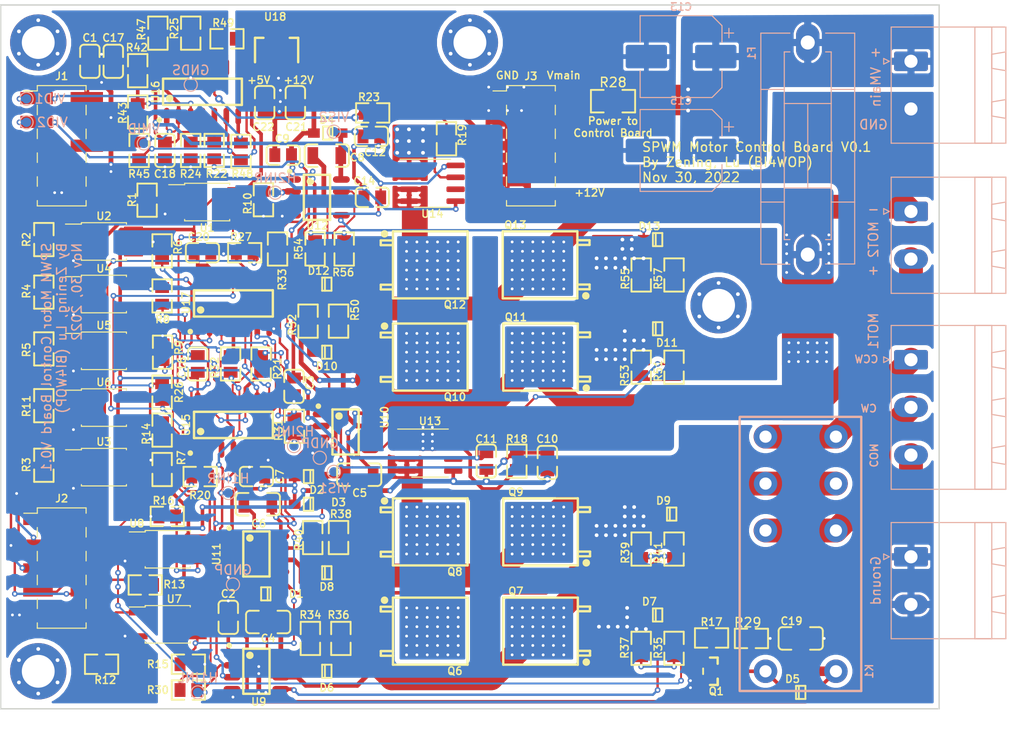
<source format=kicad_pcb>
(kicad_pcb (version 20171130) (host pcbnew "(5.1.10)-1")
  (layers (0 F.Cu signal) (31 B.Cu signal) (34 B.Paste user) (35 F.Paste user) (36 B.SilkS user) (37 F.SilkS user) (38 B.Mask user) (39 F.Mask user) (44 Edge.Cuts user))
  (net 0 "")
  (net 1 GNDS)
  (net 2 +5VISO)
  (net 3 GNDPWR)
  (net 4 +12V)
  (net 5 "Net-(C4-Pad1)")
  (net 6 "Net-(C5-Pad1)")
  (net 7 "Net-(C6-Pad1)")
  (net 8 "Net-(C8-Pad1)")
  (net 9 /VIOut1)
  (net 10 /VIOut2)
  (net 11 +VDC)
  (net 12 +5V)
  (net 13 "Net-(C17-Pad1)")
  (net 14 "Net-(D5-Pad2)")
  (net 15 /H1/LH)
  (net 16 /H1/LL)
  (net 17 /H1/RH)
  (net 18 /H1/RL)
  (net 19 /H2/LH)
  (net 20 /H2/LL)
  (net 21 /H2/RH)
  (net 22 /H2/RL)
  (net 23 /Fused)
  (net 24 "Net-(J1-Pad10)")
  (net 25 "Net-(J1-Pad8)")
  (net 26 "Net-(J1-Pad7)")
  (net 27 "Net-(J1-Pad6)")
  (net 28 "Net-(J1-Pad5)")
  (net 29 "Net-(J1-Pad4)")
  (net 30 /VISenseOut2)
  (net 31 /VISenseOut1)
  (net 32 /SPWM2)
  (net 33 /RELIN6)
  (net 34 /SPWM1)
  (net 35 /RELIN4)
  (net 36 /RELIN5)
  (net 37 /RELIN2)
  (net 38 /RELIN3)
  (net 39 +3.3VISO)
  (net 40 /RELIN1)
  (net 41 /H1LO)
  (net 42 /MOT1_CW)
  (net 43 /MOT1_CCW)
  (net 44 /MOT2_N)
  (net 45 /MOT2_P)
  (net 46 /H1RO)
  (net 47 "Net-(Q1-Pad1)")
  (net 48 /H1/VDD)
  (net 49 /H2/VDD)
  (net 50 "Net-(R1-Pad1)")
  (net 51 "Net-(R2-Pad1)")
  (net 52 "Net-(R3-Pad1)")
  (net 53 "Net-(R4-Pad1)")
  (net 54 "Net-(R5-Pad1)")
  (net 55 /H1SELR)
  (net 56 /DIRREL1)
  (net 57 /H2SELL)
  (net 58 /H2SELR)
  (net 59 /H1SELL)
  (net 60 "Net-(R11-Pad1)")
  (net 61 "Net-(R12-Pad1)")
  (net 62 "Net-(R13-Pad1)")
  (net 63 /BRAKE)
  (net 64 /SPWM2_OUT)
  (net 65 /SPWM1_OUT)
  (net 66 "Net-(R18-Pad2)")
  (net 67 "Net-(R19-Pad2)")
  (net 68 "Net-(R20-Pad2)")
  (net 69 "Net-(R21-Pad2)")
  (net 70 /logic/H1INL)
  (net 71 /logic/H2INL)
  (net 72 /logic/H1INR)
  (net 73 /logic/H2INR)
  (net 74 /CurrentSensing/VMID)
  (net 75 "Net-(R45-Pad1)")
  (net 76 "Net-(R47-Pad1)")
  (net 77 "Net-(U13-Pad6)")
  (net 78 "Net-(U14-Pad6)")
  (net 79 "Net-(U16-Pad13)")
  (net 80 "Net-(SC1-Pad1)")
  (net 81 "Net-(SC2-Pad1)")
  (net 82 "Net-(D6-Pad1)")
  (net 83 "Net-(D7-Pad1)")
  (net 84 "Net-(D8-Pad1)")
  (net 85 "Net-(D9-Pad1)")
  (net 86 "Net-(D10-Pad1)")
  (net 87 "Net-(D11-Pad1)")
  (net 88 "Net-(D12-Pad1)")
  (net 89 "Net-(D13-Pad1)")
  (net 90 /SDX)
  (net 91 "Net-(R27-Pad1)")
  (net 92 "Net-(R30-Pad2)")
  (net 93 "Net-(R31-Pad2)")
  (net 94 "Net-(R32-Pad2)")
  (net 95 "Net-(R33-Pad2)")
  (net 96 "Net-(U17-Pad12)")
  (net 97 "Net-(U15-Pad11)")
  (net 98 "Net-(U15-Pad8)")
  (net 99 "Net-(U15-Pad6)")
  (net 100 "Net-(U15-Pad3)")
  (net 101 "Net-(R22-Pad1)")
  (net 102 "Net-(R23-Pad1)")
  (net 103 /+VDC_Out)
  (net 104 "Net-(SC3-Pad1)")
  (net 105 "Net-(SC4-Pad1)")
  (module lc_lib:0805_R (layer F.Cu) (at 100 87.5)
    (fp_text reference R29 (at -0.393619 -1.684276) (layer F.SilkS))
    (fp_text value 47K)
    (pad 2 smd rect (at 0.89 0) (size 1.16 1.47) (layers F.Cu F.Paste F.Mask) (net 3 GNDPWR))
    (pad 1 smd rect (at -0.89 0) (size 1.16 1.47) (layers F.Cu F.Paste F.Mask) (net 47 "Net-(Q1-Pad1)"))
  )
  (module MyPCBLib:M3_Screwhole (layer F.Cu) (at 96.5 52)
    (fp_text reference SC4 hide)
    (fp_text value M3 hide)
    (pad 1 thru_hole circle (at 2.05681 -1.1875 300) (size 0.8 0.8) (drill 0.4) (layers *.Cu *.Mask) (net 105 "Net-(SC4-Pad1)"))
    (pad 1 thru_hole circle (at 2.05681 1.1875 240) (size 0.8 0.8) (drill 0.4) (layers *.Cu *.Mask) (net 105 "Net-(SC4-Pad1)"))
    (pad 1 thru_hole circle (at 0 2.375 180) (size 0.8 0.8) (drill 0.4) (layers *.Cu *.Mask) (net 105 "Net-(SC4-Pad1)"))
    (pad 1 thru_hole circle (at -2.05681 1.1875 120) (size 0.8 0.8) (drill 0.4) (layers *.Cu *.Mask) (net 105 "Net-(SC4-Pad1)"))
    (pad 1 thru_hole circle (at -2.05681 -1.1875 60) (size 0.8 0.8) (drill 0.4) (layers *.Cu *.Mask) (net 105 "Net-(SC4-Pad1)"))
    (pad 1 thru_hole circle (at 0 -2.375) (size 0.8 0.8) (drill 0.4) (layers *.Cu *.Mask) (net 105 "Net-(SC4-Pad1)"))
    (pad 1 thru_hole circle (at 0 0) (size 6 6) (drill 3.5) (layers *.Cu *.Mask) (net 105 "Net-(SC4-Pad1)"))
  )
  (module MyPCBLib:M3_Screwhole (layer F.Cu) (at 70 24)
    (fp_text reference SC3 hide)
    (fp_text value M3 hide)
    (pad 1 thru_hole circle (at 2.05681 -1.1875 300) (size 0.8 0.8) (drill 0.4) (layers *.Cu *.Mask) (net 104 "Net-(SC3-Pad1)"))
    (pad 1 thru_hole circle (at 2.05681 1.1875 240) (size 0.8 0.8) (drill 0.4) (layers *.Cu *.Mask) (net 104 "Net-(SC3-Pad1)"))
    (pad 1 thru_hole circle (at 0 2.375 180) (size 0.8 0.8) (drill 0.4) (layers *.Cu *.Mask) (net 104 "Net-(SC3-Pad1)"))
    (pad 1 thru_hole circle (at -2.05681 1.1875 120) (size 0.8 0.8) (drill 0.4) (layers *.Cu *.Mask) (net 104 "Net-(SC3-Pad1)"))
    (pad 1 thru_hole circle (at -2.05681 -1.1875 60) (size 0.8 0.8) (drill 0.4) (layers *.Cu *.Mask) (net 104 "Net-(SC3-Pad1)"))
    (pad 1 thru_hole circle (at 0 -2.375) (size 0.8 0.8) (drill 0.4) (layers *.Cu *.Mask) (net 104 "Net-(SC3-Pad1)"))
    (pad 1 thru_hole circle (at 0 0) (size 6 6) (drill 3.5) (layers *.Cu *.Mask) (net 104 "Net-(SC3-Pad1)"))
  )
  (module lc_lib:1206_R (layer F.Cu) (at 85.25 30.25)
    (fp_text reference R28 (at 0 -2) (layer F.SilkS))
    (fp_text value 0)
    (pad 2 smd rect (at 1.49 0) (size 1.13 1.8) (layers F.Cu F.Paste F.Mask) (net 11 +VDC))
    (pad 1 smd rect (at -1.49 0) (size 1.13 1.8) (layers F.Cu F.Paste F.Mask) (net 103 /+VDC_Out))
  )
  (module lc_lib:0805_R (layer F.Cu) (at 40.25 23 270)
    (fp_text reference R25 (at -0.5 1.75 90) (layer F.SilkS) (effects (font (size 0.8 0.8))))
    (fp_text value 1K)
    (pad 2 smd rect (at 0.89 0 270) (size 1.16 1.47) (layers F.Cu F.Paste F.Mask) (net 102 "Net-(R23-Pad1)"))
    (pad 1 smd rect (at -0.89 0 270) (size 1.16 1.47) (layers F.Cu F.Paste F.Mask) (net 1 GNDS))
  )
  (module lc_lib:0805_R (layer F.Cu) (at 40.25 35.5 90)
    (fp_text reference R24 (at -2.5 0 180) (layer F.SilkS) (effects (font (size 0.8 0.8))))
    (fp_text value 1K)
    (pad 2 smd rect (at 0.89 0 90) (size 1.16 1.47) (layers F.Cu F.Paste F.Mask) (net 101 "Net-(R22-Pad1)"))
    (pad 1 smd rect (at -0.89 0 90) (size 1.16 1.47) (layers F.Cu F.Paste F.Mask) (net 1 GNDS))
  )
  (module lc_lib:0805_R (layer F.Cu) (at 59.64 31.5)
    (fp_text reference R23 (at -0.393619 -1.684276) (layer F.SilkS) (effects (font (size 0.8 0.8))))
    (fp_text value 1K)
    (pad 2 smd rect (at 0.89 0) (size 1.16 1.47) (layers F.Cu F.Paste F.Mask) (net 10 /VIOut2))
    (pad 1 smd rect (at -0.89 0) (size 1.16 1.47) (layers F.Cu F.Paste F.Mask) (net 102 "Net-(R23-Pad1)"))
  )
  (module lc_lib:0805_R (layer F.Cu) (at 42.75 35.5 270)
    (fp_text reference R22 (at 2.5 -0.25 180) (layer F.SilkS) (effects (font (size 0.8 0.8))))
    (fp_text value 1K)
    (pad 2 smd rect (at 0.89 0 270) (size 1.16 1.47) (layers F.Cu F.Paste F.Mask) (net 9 /VIOut1))
    (pad 1 smd rect (at -0.89 0 270) (size 1.16 1.47) (layers F.Cu F.Paste F.Mask) (net 101 "Net-(R22-Pad1)"))
  )
  (module TestPoint:TestPoint_Pad_D1.0mm (layer B.Cu) (at 35.25 34.75)
    (fp_text reference TP13 hide)
    (fp_text value VMID (at 0 -1.55) (layer B.SilkS) (effects (justify mirror)))
    (pad 1 smd circle (at 0 0) (size 1 1) (layers B.Cu B.Mask) (net 74 /CurrentSensing/VMID))
  )
  (module TestPoint:TestPoint_Pad_D1.0mm (layer B.Cu) (at 40.25 28.5)
    (fp_text reference TP12 hide)
    (fp_text value GNDS (at 0 -1.55) (layer B.SilkS) (effects (justify mirror)))
    (pad 1 smd circle (at 0 0) (size 1 1) (layers B.Cu B.Mask) (net 1 GNDS))
  )
  (module TestPoint:TestPoint_Pad_D1.0mm (layer B.Cu) (at 22.75 32.5 180)
    (fp_text reference TP11 hide)
    (fp_text value VID2 (at -2.75 0 180) (layer B.SilkS) (effects (justify mirror)))
    (pad 1 smd circle (at 0 0 180) (size 1 1) (layers B.Cu B.Mask) (net 30 /VISenseOut2))
  )
  (module TestPoint:TestPoint_Pad_D1.0mm (layer B.Cu) (at 22.75 30)
    (fp_text reference TP10 hide)
    (fp_text value VID1 (at 2.5 0 180) (layer B.SilkS) (effects (justify mirror)))
    (pad 1 smd circle (at 0 0) (size 1 1) (layers B.Cu B.Mask) (net 31 /VISenseOut1))
  )
  (module TestPoint:TestPoint_Pad_D1.0mm (layer B.Cu) (at 55.5 33.5)
    (fp_text reference TP9 hide)
    (fp_text value VIS2 (at 0 -1.55) (layer B.SilkS) (effects (justify mirror)))
    (pad 1 smd circle (at 0 0) (size 1 1) (layers B.Cu B.Mask) (net 10 /VIOut2))
  )
  (module TestPoint:TestPoint_Pad_D1.0mm (layer B.Cu) (at 55.5 69.75)
    (fp_text reference TP8 hide)
    (fp_text value VIS1 (at 0 1.75) (layer B.SilkS) (effects (justify mirror)))
    (pad 1 smd circle (at 0 0) (size 1 1) (layers B.Cu B.Mask) (net 9 /VIOut1))
  )
  (module TestPoint:TestPoint_Pad_D1.0mm (layer B.Cu) (at 44.75 81.75)
    (fp_text reference TP7 hide)
    (fp_text value GNDP (at 0 -1.55) (layer B.SilkS) (effects (justify mirror)))
    (pad 1 smd circle (at 0 0) (size 1 1) (layers B.Cu B.Mask) (net 3 GNDPWR))
  )
  (module TestPoint:TestPoint_Pad_D1.0mm (layer B.Cu) (at 54 68.25)
    (fp_text reference TP6 hide)
    (fp_text value GNDP (at 0 -1.55) (layer B.SilkS) (effects (justify mirror)))
    (pad 1 smd circle (at 0 0) (size 1 1) (layers B.Cu B.Mask) (net 3 GNDPWR))
  )
  (module TestPoint:TestPoint_Pad_D1.0mm (layer B.Cu) (at 49.25 40)
    (fp_text reference TP5 hide)
    (fp_text value H2INR (at 0 -1.55) (layer B.SilkS) (effects (justify mirror)))
    (pad 1 smd circle (at 0 0) (size 1 1) (layers B.Cu B.Mask) (net 73 /logic/H2INR))
  )
  (module TestPoint:TestPoint_Pad_D1.0mm (layer B.Cu) (at 51.25 67)
    (fp_text reference TP4 hide)
    (fp_text value H2INL (at 0 -1.55) (layer B.SilkS) (effects (justify mirror)))
    (pad 1 smd circle (at 0 0) (size 1 1) (layers B.Cu B.Mask) (net 71 /logic/H2INL))
  )
  (module TestPoint:TestPoint_Pad_D1.0mm (layer B.Cu) (at 44.25 72)
    (fp_text reference TP3 hide)
    (fp_text value H1INR (at 0 -1.55) (layer B.SilkS) (effects (justify mirror)))
    (pad 1 smd circle (at 0 0) (size 1 1) (layers B.Cu B.Mask) (net 72 /logic/H1INR))
  )
  (module TestPoint:TestPoint_Pad_D1.0mm (layer B.Cu) (at 41 93.25)
    (fp_text reference TP2 hide)
    (fp_text value H1INL (at 0 -1.55) (layer B.SilkS) (effects (justify mirror)))
    (pad 1 smd circle (at 0 0) (size 1 1) (layers B.Cu B.Mask) (net 70 /logic/H1INL))
  )
  (module "lc_lib:SOT-23(SOT-23-3)" (layer F.Cu) (at 95.75 91 180)
    (fp_text reference Q1 (at -0.500219 -2.136276) (layer F.SilkS) (effects (font (size 0.8 0.8))))
    (fp_text value 8050)
    (pad 3 smd rect (at -1.25 0 90) (size 0.7 1.25) (layers F.Cu F.Paste F.Mask) (net 14 "Net-(D5-Pad2)"))
    (pad 2 smd rect (at 1.25 -0.95 90) (size 0.7 1.25) (layers F.Cu F.Paste F.Mask) (net 3 GNDPWR))
    (pad 1 smd rect (at 1.25 0.95 90) (size 0.7 1.25) (layers F.Cu F.Paste F.Mask) (net 47 "Net-(Q1-Pad1)"))
  )
  (module "lc_lib:SOT-89(SOT-89-3)" (layer F.Cu) (at 49.4 26.6 270)
    (fp_text reference U18 (at -5.35 0.15 180) (layer F.SilkS) (effects (font (size 0.8 0.8))))
    (fp_text value L78L05_SOT89)
    (pad 3 smd oval (at 0 -1.5 180) (size 0.7 1.9) (layers F.Cu F.Paste F.Mask) (net 4 +12V))
    (pad 2 smd oval (at -2.5 0 180) (size 2 3.5) (layers F.Cu F.Paste F.Mask) (net 3 GNDPWR))
    (pad 2 smd oval (at -0.1 0 180) (size 0.7 2.1) (layers F.Cu F.Paste F.Mask) (net 3 GNDPWR))
    (pad 1 smd oval (at 0 1.5 180) (size 0.7 1.9) (layers F.Cu F.Paste F.Mask) (net 12 +5V))
  )
  (module lc_lib:0805_C (layer F.Cu) (at 48.129999 30.4 270)
    (fp_text reference C22 (at 2.6 0.129999 180) (layer F.SilkS) (effects (font (size 0.8 0.8))))
    (fp_text value 1uF)
    (pad 2 smd rect (at 0.89 0 270) (size 1.16 1.47) (layers F.Cu F.Paste F.Mask) (net 3 GNDPWR))
    (pad 1 smd rect (at -0.89 0 270) (size 1.16 1.47) (layers F.Cu F.Paste F.Mask) (net 12 +5V))
  )
  (module lc_lib:0805_C (layer F.Cu) (at 51.400001 30.4 270)
    (fp_text reference C21 (at 2.6 -0.099999 180) (layer F.SilkS) (effects (font (size 0.8 0.8))))
    (fp_text value 1uF)
    (pad 2 smd rect (at 0.89 0 270) (size 1.16 1.47) (layers F.Cu F.Paste F.Mask) (net 3 GNDPWR))
    (pad 1 smd rect (at -0.89 0 270) (size 1.16 1.47) (layers F.Cu F.Paste F.Mask) (net 4 +12V))
  )
  (module lc_lib:SOIC-14_150MIL (layer F.Cu) (at 44.8 51.8)
    (fp_text reference U17 (at -5.05 -0.05 90) (layer F.SilkS) (effects (font (size 0.8 0.8))))
    (fp_text value 74HC04)
    (pad 14 smd oval (at -3.81 -2.6 180) (size 0.6 1.8) (layers F.Cu F.Paste F.Mask) (net 12 +5V))
    (pad 13 smd oval (at -2.54 -2.6 180) (size 0.6 1.8) (layers F.Cu F.Paste F.Mask) (net 12 +5V))
    (pad 12 smd oval (at -1.27 -2.6 180) (size 0.6 1.8) (layers F.Cu F.Paste F.Mask) (net 96 "Net-(U17-Pad12)"))
    (pad 11 smd oval (at 0 -2.6 180) (size 0.6 1.8) (layers F.Cu F.Paste F.Mask) (net 63 /BRAKE))
    (pad 10 smd oval (at 1.27 -2.6 180) (size 0.6 1.8) (layers F.Cu F.Paste F.Mask) (net 91 "Net-(R27-Pad1)"))
    (pad 9 smd oval (at 2.54 -2.6 180) (size 0.6 1.8) (layers F.Cu F.Paste F.Mask) (net 97 "Net-(U15-Pad11)"))
    (pad 8 smd oval (at 3.81 -2.6 180) (size 0.6 1.8) (layers F.Cu F.Paste F.Mask) (net 95 "Net-(R33-Pad2)"))
    (pad 7 smd oval (at 3.81 2.6 180) (size 0.6 1.8) (layers F.Cu F.Paste F.Mask) (net 3 GNDPWR))
    (pad 6 smd oval (at 2.54 2.6 180) (size 0.6 1.8) (layers F.Cu F.Paste F.Mask) (net 93 "Net-(R31-Pad2)"))
    (pad 5 smd oval (at 1.27 2.6 180) (size 0.6 1.8) (layers F.Cu F.Paste F.Mask) (net 98 "Net-(U15-Pad8)"))
    (pad 4 smd oval (at 0 2.6 180) (size 0.6 1.8) (layers F.Cu F.Paste F.Mask) (net 94 "Net-(R32-Pad2)"))
    (pad 3 smd oval (at -1.27 2.6 180) (size 0.6 1.8) (layers F.Cu F.Paste F.Mask) (net 99 "Net-(U15-Pad6)"))
    (pad 2 smd oval (at -2.54 2.6 180) (size 0.6 1.8) (layers F.Cu F.Paste F.Mask) (net 92 "Net-(R30-Pad2)"))
    (pad 1 smd oval (at -3.81 2.6 180) (size 0.6 1.8) (layers F.Cu F.Paste F.Mask) (net 100 "Net-(U15-Pad3)"))
  )
  (module lc_lib:0805_R (layer F.Cu) (at 46 46.4)
    (fp_text reference R27 (at -0.393619 -1.684276) (layer F.SilkS) (effects (font (size 0.8 0.8))))
    (fp_text value 100)
    (pad 2 smd rect (at 0.89 0) (size 1.16 1.47) (layers F.Cu F.Paste F.Mask) (net 90 /SDX))
    (pad 1 smd rect (at -0.89 0) (size 1.16 1.47) (layers F.Cu F.Paste F.Mask) (net 91 "Net-(R27-Pad1)"))
  )
  (module lc_lib:0805_R (layer F.Cu) (at 37.2 61.25 270)
    (fp_text reference R26 (at 0 -1.8 90) (layer F.SilkS) (effects (font (size 0.8 0.8))))
    (fp_text value 100)
    (pad 2 smd rect (at 0.89 0 270) (size 1.16 1.47) (layers F.Cu F.Paste F.Mask) (net 90 /SDX))
    (pad 1 smd rect (at -0.89 0 270) (size 1.16 1.47) (layers F.Cu F.Paste F.Mask) (net 63 /BRAKE))
  )
  (module lc_lib:0805_C (layer F.Cu) (at 41.5 46.4)
    (fp_text reference C20 (at -0.393619 -1.684276) (layer F.SilkS) (effects (font (size 0.8 0.8))))
    (fp_text value 104)
    (pad 2 smd rect (at 0.89 0) (size 1.16 1.47) (layers F.Cu F.Paste F.Mask) (net 3 GNDPWR))
    (pad 1 smd rect (at -0.89 0) (size 1.16 1.47) (layers F.Cu F.Paste F.Mask) (net 12 +5V))
  )
  (module lc_lib:TO-252-2 (layer F.Cu) (at 84.25 47.689981)
    (fp_text reference Q13 (at -9.400619 -4.249276) (layer F.SilkS) (effects (font (size 0.8 0.8))))
    (fp_text value IRFS4310Z)
    (pad 3 smd rect (at -0.00417 -2.36127 270) (size 1.2 2.2) (layers F.Cu F.Paste F.Mask) (net 3 GNDPWR))
    (pad 2 smd rect (at -7 0.00002 90) (size 6 6.49999) (layers F.Cu F.Paste F.Mask) (net 44 /MOT2_N))
    (pad 1 smd rect (at 0 2.36128 90) (size 1.2 2.2) (layers F.Cu F.Paste F.Mask) (net 89 "Net-(D13-Pad1)"))
  )
  (module lc_lib:TO-252-2 (layer F.Cu) (at 59 47.689981 180)
    (fp_text reference Q12 (at -9.400619 -4.249276) (layer F.SilkS) (effects (font (size 0.8 0.8))))
    (fp_text value IRFS4310Z)
    (pad 3 smd rect (at -0.00417 -2.36127 90) (size 1.2 2.2) (layers F.Cu F.Paste F.Mask) (net 44 /MOT2_N))
    (pad 2 smd rect (at -7 0.00002 270) (size 6 6.49999) (layers F.Cu F.Paste F.Mask) (net 49 /H2/VDD))
    (pad 1 smd rect (at 0 2.36128 270) (size 1.2 2.2) (layers F.Cu F.Paste F.Mask) (net 88 "Net-(D12-Pad1)"))
  )
  (module lc_lib:TO-252-2 (layer F.Cu) (at 84.3 57.51832)
    (fp_text reference Q11 (at -9.400619 -4.249276) (layer F.SilkS) (effects (font (size 0.8 0.8))))
    (fp_text value IRFS4310Z)
    (pad 3 smd rect (at -0.00417 -2.36127 270) (size 1.2 2.2) (layers F.Cu F.Paste F.Mask) (net 3 GNDPWR))
    (pad 2 smd rect (at -7 0.00002 90) (size 6 6.49999) (layers F.Cu F.Paste F.Mask) (net 45 /MOT2_P))
    (pad 1 smd rect (at 0 2.36128 90) (size 1.2 2.2) (layers F.Cu F.Paste F.Mask) (net 87 "Net-(D11-Pad1)"))
  )
  (module lc_lib:TO-252-2 (layer F.Cu) (at 59 57.51832 180)
    (fp_text reference Q10 (at -9.400619 -4.249276) (layer F.SilkS) (effects (font (size 0.8 0.8))))
    (fp_text value IRFS4310Z)
    (pad 3 smd rect (at -0.00417 -2.36127 90) (size 1.2 2.2) (layers F.Cu F.Paste F.Mask) (net 45 /MOT2_P))
    (pad 2 smd rect (at -7 0.00002 270) (size 6 6.49999) (layers F.Cu F.Paste F.Mask) (net 49 /H2/VDD))
    (pad 1 smd rect (at 0 2.36128 270) (size 1.2 2.2) (layers F.Cu F.Paste F.Mask) (net 86 "Net-(D10-Pad1)"))
  )
  (module lc_lib:TO-252-2 (layer F.Cu) (at 84.3 76.146659)
    (fp_text reference Q9 (at -9.400619 -4.249276) (layer F.SilkS) (effects (font (size 0.8 0.8))))
    (fp_text value IRFS4310Z)
    (pad 3 smd rect (at -0.00417 -2.36127 270) (size 1.2 2.2) (layers F.Cu F.Paste F.Mask) (net 3 GNDPWR))
    (pad 2 smd rect (at -7 0.00002 90) (size 6 6.49999) (layers F.Cu F.Paste F.Mask) (net 46 /H1RO))
    (pad 1 smd rect (at 0 2.36128 90) (size 1.2 2.2) (layers F.Cu F.Paste F.Mask) (net 85 "Net-(D9-Pad1)"))
  )
  (module lc_lib:TO-252-2 (layer F.Cu) (at 59 76.146659 180)
    (fp_text reference Q8 (at -9.400619 -4.249276) (layer F.SilkS) (effects (font (size 0.8 0.8))))
    (fp_text value IRFS4310Z)
    (pad 3 smd rect (at -0.00417 -2.36127 90) (size 1.2 2.2) (layers F.Cu F.Paste F.Mask) (net 46 /H1RO))
    (pad 2 smd rect (at -7 0.00002 270) (size 6 6.49999) (layers F.Cu F.Paste F.Mask) (net 48 /H1/VDD))
    (pad 1 smd rect (at 0 2.36128 270) (size 1.2 2.2) (layers F.Cu F.Paste F.Mask) (net 84 "Net-(D8-Pad1)"))
  )
  (module lc_lib:TO-252-2 (layer F.Cu) (at 84.3 86.725)
    (fp_text reference Q7 (at -9.400619 -4.249276) (layer F.SilkS) (effects (font (size 0.8 0.8))))
    (fp_text value IRFS4310Z)
    (pad 3 smd rect (at -0.00417 -2.36127 270) (size 1.2 2.2) (layers F.Cu F.Paste F.Mask) (net 3 GNDPWR))
    (pad 2 smd rect (at -7 0.00002 90) (size 6 6.49999) (layers F.Cu F.Paste F.Mask) (net 41 /H1LO))
    (pad 1 smd rect (at 0 2.36128 90) (size 1.2 2.2) (layers F.Cu F.Paste F.Mask) (net 83 "Net-(D7-Pad1)"))
  )
  (module lc_lib:TO-252-2 (layer F.Cu) (at 59 86.725 180)
    (fp_text reference Q6 (at -9.400619 -4.249276) (layer F.SilkS) (effects (font (size 0.8 0.8))))
    (fp_text value IRFS4310Z)
    (pad 3 smd rect (at -0.00417 -2.36127 90) (size 1.2 2.2) (layers F.Cu F.Paste F.Mask) (net 41 /H1LO))
    (pad 2 smd rect (at -7 0.00002 270) (size 6 6.49999) (layers F.Cu F.Paste F.Mask) (net 48 /H1/VDD))
    (pad 1 smd rect (at 0 2.36128 270) (size 1.2 2.2) (layers F.Cu F.Paste F.Mask) (net 82 "Net-(D6-Pad1)"))
  )
  (module lc_lib:0805_C (layer F.Cu) (at 29.5 26 90)
    (fp_text reference C1 (at 2.5 0 180) (layer F.SilkS) (effects (font (size 0.8 0.8))))
    (fp_text value 10uF)
    (pad 2 smd rect (at 0.89 0 90) (size 1.16 1.47) (layers F.Cu F.Paste F.Mask) (net 1 GNDS))
    (pad 1 smd rect (at -0.89 0 90) (size 1.16 1.47) (layers F.Cu F.Paste F.Mask) (net 2 +5VISO))
  )
  (module Connector_Phoenix_MSTB:PhoenixContact_MSTBA_2,5_2-G-5,08_1x02_P5.08mm_Horizontal (layer B.Cu) (at 117 78.8 270)
    (fp_text reference J6 hide)
    (fp_text value Ground (at 2.54 3.75 90) (layer B.SilkS) (effects (justify mirror)))
    (pad 2 thru_hole oval (at 5.08 0 270) (size 2.08 3.6) (drill 1.4) (layers *.Cu *.Mask) (net 3 GNDPWR) (thermal_gap 0.254))
    (pad 1 thru_hole roundrect (at 0 0 270) (size 2.08 3.6) (drill 1.4) (layers *.Cu *.Mask) (roundrect_rratio 0.12) (net 3 GNDPWR) (thermal_gap 0.254))
  )
  (module Connector_Phoenix_MSTB:PhoenixContact_MSTBA_2,5_2-G-5,08_1x02_P5.08mm_Horizontal (layer B.Cu) (at 117 42 270)
    (fp_text reference J5 hide)
    (fp_text value MOT2 (at 3 4 90) (layer B.SilkS) (effects (justify mirror)))
    (pad 2 thru_hole oval (at 5.08 0 270) (size 2.08 3.6) (drill 1.4) (layers *.Cu *.Mask) (net 45 /MOT2_P))
    (pad 1 thru_hole roundrect (at 0 0 270) (size 2.08 3.6) (drill 1.4) (layers *.Cu *.Mask) (roundrect_rratio 0.1201918269230769) (net 44 /MOT2_N))
  )
  (module Connector_PinHeader_2.54mm:PinHeader_2x05_P2.54mm_Vertical_SMD (layer F.Cu) (at 76.5 35)
    (fp_text reference J3 (at 0 -7.41) (layer F.SilkS) (effects (font (size 0.8 0.8))))
    (fp_text value Power)
    (pad 10 smd rect (at 2.525 5.08) (size 3.15 1) (layers F.Cu F.Paste F.Mask) (net 4 +12V))
    (pad 9 smd rect (at -2.525 5.08) (size 3.15 1) (layers F.Cu F.Paste F.Mask) (net 3 GNDPWR))
    (pad 8 smd rect (at 2.525 2.54) (size 3.15 1) (layers F.Cu F.Paste F.Mask) (net 103 /+VDC_Out))
    (pad 7 smd rect (at -2.525 2.54) (size 3.15 1) (layers F.Cu F.Paste F.Mask) (net 3 GNDPWR))
    (pad 6 smd rect (at 2.525 0) (size 3.15 1) (layers F.Cu F.Paste F.Mask) (net 103 /+VDC_Out))
    (pad 5 smd rect (at -2.525 0) (size 3.15 1) (layers F.Cu F.Paste F.Mask) (net 3 GNDPWR))
    (pad 4 smd rect (at 2.525 -2.54) (size 3.15 1) (layers F.Cu F.Paste F.Mask) (net 103 /+VDC_Out))
    (pad 3 smd rect (at -2.525 -2.54) (size 3.15 1) (layers F.Cu F.Paste F.Mask) (net 3 GNDPWR))
    (pad 2 smd rect (at 2.525 -5.08) (size 3.15 1) (layers F.Cu F.Paste F.Mask) (net 103 /+VDC_Out))
    (pad 1 smd rect (at -2.525 -5.08) (size 3.15 1) (layers F.Cu F.Paste F.Mask) (net 3 GNDPWR))
  )
  (module Connector_PinHeader_2.54mm:PinHeader_2x05_P2.54mm_Vertical_SMD (layer F.Cu) (at 26.5 80)
    (fp_text reference J2 (at 0 -7.41) (layer F.SilkS) (effects (font (size 0.8 0.8))))
    (fp_text value "Control Signals")
    (pad 10 smd rect (at 2.525 5.08) (size 3.15 1) (layers F.Cu F.Paste F.Mask) (net 32 /SPWM2))
    (pad 9 smd rect (at -2.525 5.08) (size 3.15 1) (layers F.Cu F.Paste F.Mask) (net 1 GNDS))
    (pad 8 smd rect (at 2.525 2.54) (size 3.15 1) (layers F.Cu F.Paste F.Mask) (net 33 /RELIN6))
    (pad 7 smd rect (at -2.525 2.54) (size 3.15 1) (layers F.Cu F.Paste F.Mask) (net 34 /SPWM1))
    (pad 6 smd rect (at 2.525 0) (size 3.15 1) (layers F.Cu F.Paste F.Mask) (net 35 /RELIN4))
    (pad 5 smd rect (at -2.525 0) (size 3.15 1) (layers F.Cu F.Paste F.Mask) (net 36 /RELIN5))
    (pad 4 smd rect (at 2.525 -2.54) (size 3.15 1) (layers F.Cu F.Paste F.Mask) (net 37 /RELIN2))
    (pad 3 smd rect (at -2.525 -2.54) (size 3.15 1) (layers F.Cu F.Paste F.Mask) (net 38 /RELIN3))
    (pad 2 smd rect (at 2.525 -5.08) (size 3.15 1) (layers F.Cu F.Paste F.Mask) (net 39 +3.3VISO))
    (pad 1 smd rect (at -2.525 -5.08) (size 3.15 1) (layers F.Cu F.Paste F.Mask) (net 40 /RELIN1))
  )
  (module Connector_PinHeader_2.54mm:PinHeader_2x05_P2.54mm_Vertical_SMD (layer F.Cu) (at 26.5 35)
    (fp_text reference J1 (at 0 -7.41) (layer F.SilkS) (effects (font (size 0.8 0.8))))
    (fp_text value "Sensor Feedback")
    (pad 10 smd rect (at 2.675 5.08) (size 3.45 1.3) (layers F.Cu F.Paste F.Mask) (net 24 "Net-(J1-Pad10)"))
    (pad 9 smd rect (at -2.675 5.08) (size 3.45 1.3) (layers F.Cu F.Paste F.Mask) (net 1 GNDS))
    (pad 8 smd rect (at 2.675 2.54) (size 3.45 1.3) (layers F.Cu F.Paste F.Mask) (net 25 "Net-(J1-Pad8)"))
    (pad 7 smd rect (at -2.675 2.54) (size 3.45 1.3) (layers F.Cu F.Paste F.Mask) (net 26 "Net-(J1-Pad7)"))
    (pad 6 smd rect (at 2.675 0) (size 3.45 1.3) (layers F.Cu F.Paste F.Mask) (net 27 "Net-(J1-Pad6)"))
    (pad 5 smd rect (at -2.675 0) (size 3.45 1.3) (layers F.Cu F.Paste F.Mask) (net 28 "Net-(J1-Pad5)"))
    (pad 4 smd rect (at 2.675 -2.54) (size 3.45 1.3) (layers F.Cu F.Paste F.Mask) (net 29 "Net-(J1-Pad4)"))
    (pad 3 smd rect (at -2.675 -2.54) (size 3.45 1.3) (layers F.Cu F.Paste F.Mask) (net 30 /VISenseOut2))
    (pad 2 smd rect (at 2.675 -5.08) (size 3.45 1.3) (layers F.Cu F.Paste F.Mask) (net 2 +5VISO))
    (pad 1 smd rect (at -2.675 -5.08) (size 3.45 1.3) (layers F.Cu F.Paste F.Mask) (net 31 /VISenseOut1))
  )
  (module lc_lib:SOIC-14_150MIL (layer F.Cu) (at 41.5 29.25)
    (fp_text reference U16 (at -5 0 90) (layer F.SilkS) (effects (font (size 0.8 0.8))))
    (fp_text value LM324)
    (pad 14 smd oval (at -3.81 -2.6 180) (size 0.6 1.8) (layers F.Cu F.Paste F.Mask) (net 79 "Net-(U16-Pad13)"))
    (pad 13 smd oval (at -2.54 -2.6 180) (size 0.6 1.8) (layers F.Cu F.Paste F.Mask) (net 79 "Net-(U16-Pad13)"))
    (pad 12 smd oval (at -1.27 -2.6 180) (size 0.6 1.8) (layers F.Cu F.Paste F.Mask) (net 1 GNDS))
    (pad 11 smd oval (at 0 -2.6 180) (size 0.6 1.8) (layers F.Cu F.Paste F.Mask) (net 1 GNDS))
    (pad 10 smd oval (at 1.27 -2.6 180) (size 0.6 1.8) (layers F.Cu F.Paste F.Mask) (net 102 "Net-(R23-Pad1)"))
    (pad 9 smd oval (at 2.54 -2.6 180) (size 0.6 1.8) (layers F.Cu F.Paste F.Mask) (net 76 "Net-(R47-Pad1)"))
    (pad 8 smd oval (at 3.81 -2.6 180) (size 0.6 1.8) (layers F.Cu F.Paste F.Mask) (net 30 /VISenseOut2))
    (pad 7 smd oval (at 3.81 2.6 180) (size 0.6 1.8) (layers F.Cu F.Paste F.Mask) (net 31 /VISenseOut1))
    (pad 6 smd oval (at 2.54 2.6 180) (size 0.6 1.8) (layers F.Cu F.Paste F.Mask) (net 75 "Net-(R45-Pad1)"))
    (pad 5 smd oval (at 1.27 2.6 180) (size 0.6 1.8) (layers F.Cu F.Paste F.Mask) (net 101 "Net-(R22-Pad1)"))
    (pad 4 smd oval (at 0 2.6 180) (size 0.6 1.8) (layers F.Cu F.Paste F.Mask) (net 2 +5VISO))
    (pad 3 smd oval (at -1.27 2.6 180) (size 0.6 1.8) (layers F.Cu F.Paste F.Mask) (net 13 "Net-(C17-Pad1)"))
    (pad 2 smd oval (at -2.54 2.6 180) (size 0.6 1.8) (layers F.Cu F.Paste F.Mask) (net 74 /CurrentSensing/VMID))
    (pad 1 smd oval (at -3.81 2.6 180) (size 0.6 1.8) (layers F.Cu F.Paste F.Mask) (net 74 /CurrentSensing/VMID))
  )
  (module lc_lib:SOIC-14_150MIL (layer F.Cu) (at 44.8 64.75)
    (fp_text reference U15 (at -5.05 0 90) (layer F.SilkS) (effects (font (size 0.8 0.8))))
    (fp_text value 74HC00)
    (pad 14 smd oval (at -3.81 -2.6 180) (size 0.6 1.8) (layers F.Cu F.Paste F.Mask) (net 12 +5V))
    (pad 13 smd oval (at -2.54 -2.6 180) (size 0.6 1.8) (layers F.Cu F.Paste F.Mask) (net 69 "Net-(R21-Pad2)"))
    (pad 12 smd oval (at -1.27 -2.6 180) (size 0.6 1.8) (layers F.Cu F.Paste F.Mask) (net 58 /H2SELR))
    (pad 11 smd oval (at 0 -2.6 180) (size 0.6 1.8) (layers F.Cu F.Paste F.Mask) (net 97 "Net-(U15-Pad11)"))
    (pad 10 smd oval (at 1.27 -2.6 180) (size 0.6 1.8) (layers F.Cu F.Paste F.Mask) (net 69 "Net-(R21-Pad2)"))
    (pad 9 smd oval (at 2.54 -2.6 180) (size 0.6 1.8) (layers F.Cu F.Paste F.Mask) (net 57 /H2SELL))
    (pad 8 smd oval (at 3.81 -2.6 180) (size 0.6 1.8) (layers F.Cu F.Paste F.Mask) (net 98 "Net-(U15-Pad8)"))
    (pad 7 smd oval (at 3.81 2.6 180) (size 0.6 1.8) (layers F.Cu F.Paste F.Mask) (net 3 GNDPWR))
    (pad 6 smd oval (at 2.54 2.6 180) (size 0.6 1.8) (layers F.Cu F.Paste F.Mask) (net 99 "Net-(U15-Pad6)"))
    (pad 5 smd oval (at 1.27 2.6 180) (size 0.6 1.8) (layers F.Cu F.Paste F.Mask) (net 68 "Net-(R20-Pad2)"))
    (pad 4 smd oval (at 0 2.6 180) (size 0.6 1.8) (layers F.Cu F.Paste F.Mask) (net 55 /H1SELR))
    (pad 3 smd oval (at -1.27 2.6 180) (size 0.6 1.8) (layers F.Cu F.Paste F.Mask) (net 100 "Net-(U15-Pad3)"))
    (pad 2 smd oval (at -2.54 2.6 180) (size 0.6 1.8) (layers F.Cu F.Paste F.Mask) (net 68 "Net-(R20-Pad2)"))
    (pad 1 smd oval (at -3.81 2.6 180) (size 0.6 1.8) (layers F.Cu F.Paste F.Mask) (net 59 /H1SELL))
  )
  (module Package_SO:SOIC-8_3.9x4.9mm_P1.27mm (layer F.Cu) (at 66 39)
    (fp_text reference U14 (at 0 3.25) (layer F.SilkS) (effects (font (size 0.8 0.8))))
    (fp_text value CC6902-10A)
    (pad 8 smd roundrect (at 2.475 -1.905) (size 1.95 0.6) (layers F.Cu F.Paste F.Mask) (net 2 +5VISO))
    (pad 7 smd roundrect (at 2.475 -0.635) (size 1.95 0.6) (layers F.Cu F.Paste F.Mask) (net 67 "Net-(R19-Pad2)"))
    (pad 6 smd roundrect (at 2.475 0.635) (size 1.95 0.6) (layers F.Cu F.Paste F.Mask) (net 78 "Net-(U14-Pad6)"))
    (pad 5 smd roundrect (at 2.475 1.905) (size 1.95 0.6) (layers F.Cu F.Paste F.Mask) (net 1 GNDS))
    (pad 4 smd roundrect (at -2.475 1.905) (size 1.95 0.6) (layers F.Cu F.Paste F.Mask) (net 49 /H2/VDD))
    (pad 3 smd roundrect (at -2.475 0.635) (size 1.95 0.6) (layers F.Cu F.Paste F.Mask) (net 49 /H2/VDD))
    (pad 2 smd roundrect (at -2.475 -0.635) (size 1.95 0.6) (layers F.Cu F.Paste F.Mask) (net 23 /Fused))
    (pad 1 smd roundrect (at -2.475 -1.905) (size 1.95 0.6) (layers F.Cu F.Paste F.Mask) (net 23 /Fused))
  )
  (module Package_SO:SOIC-8_3.9x4.9mm_P1.27mm (layer F.Cu) (at 65.75 67.75)
    (fp_text reference U13 (at 0 -3.4) (layer F.SilkS) (effects (font (size 0.8 0.8))))
    (fp_text value CC6902-10A)
    (pad 8 smd roundrect (at 2.475 -1.905) (size 1.95 0.6) (layers F.Cu F.Paste F.Mask) (net 2 +5VISO))
    (pad 7 smd roundrect (at 2.475 -0.635) (size 1.95 0.6) (layers F.Cu F.Paste F.Mask) (net 66 "Net-(R18-Pad2)"))
    (pad 6 smd roundrect (at 2.475 0.635) (size 1.95 0.6) (layers F.Cu F.Paste F.Mask) (net 77 "Net-(U13-Pad6)"))
    (pad 5 smd roundrect (at 2.475 1.905) (size 1.95 0.6) (layers F.Cu F.Paste F.Mask) (net 1 GNDS))
    (pad 4 smd roundrect (at -2.475 1.905) (size 1.95 0.6) (layers F.Cu F.Paste F.Mask) (net 48 /H1/VDD))
    (pad 3 smd roundrect (at -2.475 0.635) (size 1.95 0.6) (layers F.Cu F.Paste F.Mask) (net 48 /H1/VDD))
    (pad 2 smd roundrect (at -2.475 -0.635) (size 1.95 0.6) (layers F.Cu F.Paste F.Mask) (net 23 /Fused))
    (pad 1 smd roundrect (at -2.475 -1.905) (size 1.95 0.6) (layers F.Cu F.Paste F.Mask) (net 23 /Fused))
  )
  (module lc_lib:SOIC-8_150MIL (layer F.Cu) (at 53.7 40.5 270)
    (fp_text reference U12 (at 3 -0.05 180) (layer F.SilkS) (effects (font (size 0.8 0.8))))
    (fp_text value IR2104)
    (pad 8 smd oval (at -1.905 -2.6 90) (size 0.7 1.8) (layers F.Cu F.Paste F.Mask) (net 8 "Net-(C8-Pad1)"))
    (pad 7 smd oval (at -0.635 -2.6 90) (size 0.7 1.8) (layers F.Cu F.Paste F.Mask) (net 21 /H2/RH))
    (pad 6 smd oval (at 0.635 -2.6 90) (size 0.7 1.8) (layers F.Cu F.Paste F.Mask) (net 44 /MOT2_N))
    (pad 5 smd oval (at 1.905 -2.6 90) (size 0.7 1.8) (layers F.Cu F.Paste F.Mask) (net 22 /H2/RL))
    (pad 4 smd oval (at 1.905 2.6 90) (size 0.7 1.8) (layers F.Cu F.Paste F.Mask) (net 3 GNDPWR))
    (pad 3 smd oval (at 0.635 2.6 90) (size 0.7 1.8) (layers F.Cu F.Paste F.Mask) (net 90 /SDX))
    (pad 2 smd oval (at -0.635 2.6 90) (size 0.7 1.8) (layers F.Cu F.Paste F.Mask) (net 73 /logic/H2INR))
    (pad 1 smd oval (at -1.905 2.6 90) (size 0.7 1.8) (layers F.Cu F.Paste F.Mask) (net 4 +12V))
  )
  (module lc_lib:SOIC-8_150MIL (layer F.Cu) (at 47.25 78.5 270)
    (fp_text reference U11 (at 0 4.25 90) (layer F.SilkS) (effects (font (size 0.8 0.8))))
    (fp_text value IR2104)
    (pad 8 smd oval (at -1.905 -2.6 90) (size 0.7 1.8) (layers F.Cu F.Paste F.Mask) (net 7 "Net-(C6-Pad1)"))
    (pad 7 smd oval (at -0.635 -2.6 90) (size 0.7 1.8) (layers F.Cu F.Paste F.Mask) (net 17 /H1/RH))
    (pad 6 smd oval (at 0.635 -2.6 90) (size 0.7 1.8) (layers F.Cu F.Paste F.Mask) (net 46 /H1RO))
    (pad 5 smd oval (at 1.905 -2.6 90) (size 0.7 1.8) (layers F.Cu F.Paste F.Mask) (net 18 /H1/RL))
    (pad 4 smd oval (at 1.905 2.6 90) (size 0.7 1.8) (layers F.Cu F.Paste F.Mask) (net 3 GNDPWR))
    (pad 3 smd oval (at 0.635 2.6 90) (size 0.7 1.8) (layers F.Cu F.Paste F.Mask) (net 90 /SDX))
    (pad 2 smd oval (at -0.635 2.6 90) (size 0.7 1.8) (layers F.Cu F.Paste F.Mask) (net 72 /logic/H1INR))
    (pad 1 smd oval (at -1.905 2.6 90) (size 0.7 1.8) (layers F.Cu F.Paste F.Mask) (net 4 +12V))
  )
  (module lc_lib:SOIC-8_150MIL (layer F.Cu) (at 56.75 65.5 270)
    (fp_text reference U10 (at -1.573619 -4.150876 90) (layer F.SilkS) (effects (font (size 0.8 0.8))))
    (fp_text value IR2104)
    (pad 8 smd oval (at -1.905 -2.6 90) (size 0.7 1.8) (layers F.Cu F.Paste F.Mask) (net 6 "Net-(C5-Pad1)"))
    (pad 7 smd oval (at -0.635 -2.6 90) (size 0.7 1.8) (layers F.Cu F.Paste F.Mask) (net 19 /H2/LH))
    (pad 6 smd oval (at 0.635 -2.6 90) (size 0.7 1.8) (layers F.Cu F.Paste F.Mask) (net 45 /MOT2_P))
    (pad 5 smd oval (at 1.905 -2.6 90) (size 0.7 1.8) (layers F.Cu F.Paste F.Mask) (net 20 /H2/LL))
    (pad 4 smd oval (at 1.905 2.6 90) (size 0.7 1.8) (layers F.Cu F.Paste F.Mask) (net 3 GNDPWR))
    (pad 3 smd oval (at 0.635 2.6 90) (size 0.7 1.8) (layers F.Cu F.Paste F.Mask) (net 90 /SDX))
    (pad 2 smd oval (at -0.635 2.6 90) (size 0.7 1.8) (layers F.Cu F.Paste F.Mask) (net 71 /logic/H2INL))
    (pad 1 smd oval (at -1.905 2.6 90) (size 0.7 1.8) (layers F.Cu F.Paste F.Mask) (net 4 +12V))
  )
  (module lc_lib:SOIC-8_150MIL (layer F.Cu) (at 47.25 91 270)
    (fp_text reference U9 (at 3.25 -0.25 180) (layer F.SilkS) (effects (font (size 0.8 0.8))))
    (fp_text value IR2104)
    (pad 8 smd oval (at -1.905 -2.6 90) (size 0.7 1.8) (layers F.Cu F.Paste F.Mask) (net 5 "Net-(C4-Pad1)"))
    (pad 7 smd oval (at -0.635 -2.6 90) (size 0.7 1.8) (layers F.Cu F.Paste F.Mask) (net 15 /H1/LH))
    (pad 6 smd oval (at 0.635 -2.6 90) (size 0.7 1.8) (layers F.Cu F.Paste F.Mask) (net 41 /H1LO))
    (pad 5 smd oval (at 1.905 -2.6 90) (size 0.7 1.8) (layers F.Cu F.Paste F.Mask) (net 16 /H1/LL))
    (pad 4 smd oval (at 1.905 2.6 90) (size 0.7 1.8) (layers F.Cu F.Paste F.Mask) (net 3 GNDPWR))
    (pad 3 smd oval (at 0.635 2.6 90) (size 0.7 1.8) (layers F.Cu F.Paste F.Mask) (net 90 /SDX))
    (pad 2 smd oval (at -0.635 2.6 90) (size 0.7 1.8) (layers F.Cu F.Paste F.Mask) (net 70 /logic/H1INL))
    (pad 1 smd oval (at -1.905 2.6 90) (size 0.7 1.8) (layers F.Cu F.Paste F.Mask) (net 4 +12V))
  )
  (module Package_SO:SO-4_4.4x3.6mm_P2.54mm (layer F.Cu) (at 37.8 78)
    (fp_text reference U8 (at -3.3 -2.75 180) (layer F.SilkS) (effects (font (size 0.8 0.8))))
    (fp_text value LTV-357T)
    (pad 4 smd rect (at 3.15 -1.27) (size 2 0.64) (layers F.Cu F.Paste F.Mask) (net 12 +5V))
    (pad 3 smd rect (at 3.15 1.27) (size 2 0.64) (layers F.Cu F.Paste F.Mask) (net 65 /SPWM1_OUT))
    (pad 2 smd rect (at -3.15 1.27) (size 2 0.64) (layers F.Cu F.Paste F.Mask) (net 1 GNDS))
    (pad 1 smd rect (at -3.15 -1.27) (size 2 0.64) (layers F.Cu F.Paste F.Mask) (net 62 "Net-(R13-Pad1)"))
  )
  (module Package_SO:SO-4_4.4x3.6mm_P2.54mm (layer F.Cu) (at 37.8 86)
    (fp_text reference U7 (at 0.7 -2.7) (layer F.SilkS) (effects (font (size 0.8 0.8))))
    (fp_text value LTV-357T)
    (pad 4 smd rect (at 3.15 -1.27) (size 2 0.64) (layers F.Cu F.Paste F.Mask) (net 12 +5V))
    (pad 3 smd rect (at 3.15 1.27) (size 2 0.64) (layers F.Cu F.Paste F.Mask) (net 64 /SPWM2_OUT))
    (pad 2 smd rect (at -3.15 1.27) (size 2 0.64) (layers F.Cu F.Paste F.Mask) (net 1 GNDS))
    (pad 1 smd rect (at -3.15 -1.27) (size 2 0.64) (layers F.Cu F.Paste F.Mask) (net 61 "Net-(R12-Pad1)"))
  )
  (module Package_SO:SO-4_4.4x3.6mm_P2.54mm (layer F.Cu) (at 31 62.9)
    (fp_text reference U6 (at 0 -2.7) (layer F.SilkS) (effects (font (size 0.8 0.8))))
    (fp_text value LTV-357T)
    (pad 4 smd rect (at 3.15 -1.27) (size 2 0.64) (layers F.Cu F.Paste F.Mask) (net 12 +5V))
    (pad 3 smd rect (at 3.15 1.27) (size 2 0.64) (layers F.Cu F.Paste F.Mask) (net 63 /BRAKE))
    (pad 2 smd rect (at -3.15 1.27) (size 2 0.64) (layers F.Cu F.Paste F.Mask) (net 1 GNDS))
    (pad 1 smd rect (at -3.15 -1.27) (size 2 0.64) (layers F.Cu F.Paste F.Mask) (net 60 "Net-(R11-Pad1)"))
  )
  (module Package_SO:SO-4_4.4x3.6mm_P2.54mm (layer F.Cu) (at 31 56.85)
    (fp_text reference U5 (at 0 -2.7) (layer F.SilkS) (effects (font (size 0.8 0.8))))
    (fp_text value LTV-357T)
    (pad 4 smd rect (at 3.15 -1.27) (size 2 0.64) (layers F.Cu F.Paste F.Mask) (net 12 +5V))
    (pad 3 smd rect (at 3.15 1.27) (size 2 0.64) (layers F.Cu F.Paste F.Mask) (net 58 /H2SELR))
    (pad 2 smd rect (at -3.15 1.27) (size 2 0.64) (layers F.Cu F.Paste F.Mask) (net 1 GNDS))
    (pad 1 smd rect (at -3.15 -1.27) (size 2 0.64) (layers F.Cu F.Paste F.Mask) (net 54 "Net-(R5-Pad1)"))
  )
  (module Package_SO:SO-4_4.4x3.6mm_P2.54mm (layer F.Cu) (at 31 50.8)
    (fp_text reference U4 (at 0 -2.7) (layer F.SilkS) (effects (font (size 0.8 0.8))))
    (fp_text value LTV-357T)
    (pad 4 smd rect (at 3.15 -1.27) (size 2 0.64) (layers F.Cu F.Paste F.Mask) (net 12 +5V))
    (pad 3 smd rect (at 3.15 1.27) (size 2 0.64) (layers F.Cu F.Paste F.Mask) (net 57 /H2SELL))
    (pad 2 smd rect (at -3.15 1.27) (size 2 0.64) (layers F.Cu F.Paste F.Mask) (net 1 GNDS))
    (pad 1 smd rect (at -3.15 -1.27) (size 2 0.64) (layers F.Cu F.Paste F.Mask) (net 53 "Net-(R4-Pad1)"))
  )
  (module Package_SO:SO-4_4.4x3.6mm_P2.54mm (layer F.Cu) (at 31 69.25)
    (fp_text reference U3 (at 0 -2.7) (layer F.SilkS) (effects (font (size 0.8 0.8))))
    (fp_text value LTV-357T)
    (pad 4 smd rect (at 3.15 -1.27) (size 2 0.64) (layers F.Cu F.Paste F.Mask) (net 12 +5V))
    (pad 3 smd rect (at 3.15 1.27) (size 2 0.64) (layers F.Cu F.Paste F.Mask) (net 56 /DIRREL1))
    (pad 2 smd rect (at -3.15 1.27) (size 2 0.64) (layers F.Cu F.Paste F.Mask) (net 1 GNDS))
    (pad 1 smd rect (at -3.15 -1.27) (size 2 0.64) (layers F.Cu F.Paste F.Mask) (net 52 "Net-(R3-Pad1)"))
  )
  (module Package_SO:SO-4_4.4x3.6mm_P2.54mm (layer F.Cu) (at 31 45.2)
    (fp_text reference U2 (at 0 -2.7) (layer F.SilkS) (effects (font (size 0.8 0.8))))
    (fp_text value LTV-357T)
    (pad 4 smd rect (at 3.15 -1.27) (size 2 0.64) (layers F.Cu F.Paste F.Mask) (net 12 +5V))
    (pad 3 smd rect (at 3.15 1.27) (size 2 0.64) (layers F.Cu F.Paste F.Mask) (net 55 /H1SELR))
    (pad 2 smd rect (at -3.15 1.27) (size 2 0.64) (layers F.Cu F.Paste F.Mask) (net 1 GNDS))
    (pad 1 smd rect (at -3.15 -1.27) (size 2 0.64) (layers F.Cu F.Paste F.Mask) (net 51 "Net-(R2-Pad1)"))
  )
  (module Package_SO:SO-4_4.4x3.6mm_P2.54mm (layer F.Cu) (at 42 41)
    (fp_text reference U1 (at 0 2.75) (layer F.SilkS) (effects (font (size 0.8 0.8))))
    (fp_text value LTV-357T)
    (pad 4 smd rect (at 3.15 -1.27) (size 2 0.64) (layers F.Cu F.Paste F.Mask) (net 12 +5V))
    (pad 3 smd rect (at 3.15 1.27) (size 2 0.64) (layers F.Cu F.Paste F.Mask) (net 59 /H1SELL))
    (pad 2 smd rect (at -3.15 1.27) (size 2 0.64) (layers F.Cu F.Paste F.Mask) (net 1 GNDS))
    (pad 1 smd rect (at -3.15 -1.27) (size 2 0.64) (layers F.Cu F.Paste F.Mask) (net 50 "Net-(R1-Pad1)"))
  )
  (module MyPCBLib:M3_Screwhole (layer F.Cu) (at 24 91)
    (fp_text reference SC2 hide)
    (fp_text value M3 hide)
    (pad 1 thru_hole circle (at 2.05681 -1.1875 300) (size 0.8 0.8) (drill 0.4) (layers *.Cu *.Mask) (net 81 "Net-(SC2-Pad1)"))
    (pad 1 thru_hole circle (at 2.05681 1.1875 240) (size 0.8 0.8) (drill 0.4) (layers *.Cu *.Mask) (net 81 "Net-(SC2-Pad1)"))
    (pad 1 thru_hole circle (at 0 2.375 180) (size 0.8 0.8) (drill 0.4) (layers *.Cu *.Mask) (net 81 "Net-(SC2-Pad1)"))
    (pad 1 thru_hole circle (at -2.05681 1.1875 120) (size 0.8 0.8) (drill 0.4) (layers *.Cu *.Mask) (net 81 "Net-(SC2-Pad1)"))
    (pad 1 thru_hole circle (at -2.05681 -1.1875 60) (size 0.8 0.8) (drill 0.4) (layers *.Cu *.Mask) (net 81 "Net-(SC2-Pad1)"))
    (pad 1 thru_hole circle (at 0 -2.375) (size 0.8 0.8) (drill 0.4) (layers *.Cu *.Mask) (net 81 "Net-(SC2-Pad1)"))
    (pad 1 thru_hole circle (at 0 0) (size 6 6) (drill 3.5) (layers *.Cu *.Mask) (net 81 "Net-(SC2-Pad1)"))
  )
  (module MyPCBLib:M3_Screwhole (layer F.Cu) (at 24 24)
    (fp_text reference SC1 hide)
    (fp_text value M3 hide)
    (pad 1 thru_hole circle (at 2.05681 -1.1875 300) (size 0.8 0.8) (drill 0.4) (layers *.Cu *.Mask) (net 80 "Net-(SC1-Pad1)"))
    (pad 1 thru_hole circle (at 2.05681 1.1875 240) (size 0.8 0.8) (drill 0.4) (layers *.Cu *.Mask) (net 80 "Net-(SC1-Pad1)"))
    (pad 1 thru_hole circle (at 0 2.375 180) (size 0.8 0.8) (drill 0.4) (layers *.Cu *.Mask) (net 80 "Net-(SC1-Pad1)"))
    (pad 1 thru_hole circle (at -2.05681 1.1875 120) (size 0.8 0.8) (drill 0.4) (layers *.Cu *.Mask) (net 80 "Net-(SC1-Pad1)"))
    (pad 1 thru_hole circle (at -2.05681 -1.1875 60) (size 0.8 0.8) (drill 0.4) (layers *.Cu *.Mask) (net 80 "Net-(SC1-Pad1)"))
    (pad 1 thru_hole circle (at 0 -2.375) (size 0.8 0.8) (drill 0.4) (layers *.Cu *.Mask) (net 80 "Net-(SC1-Pad1)"))
    (pad 1 thru_hole circle (at 0 0) (size 6 6) (drill 3.5) (layers *.Cu *.Mask) (net 80 "Net-(SC1-Pad1)"))
  )
  (module lc_lib:0805_R (layer F.Cu) (at 91.75 48.769981 90)
    (fp_text reference R57 (at -0.393619 -1.684276 90) (layer F.SilkS) (effects (font (size 0.8 0.8))))
    (fp_text value 10)
    (pad 2 smd rect (at 0.89 0 90) (size 1.16 1.47) (layers F.Cu F.Paste F.Mask) (net 22 /H2/RL))
    (pad 1 smd rect (at -0.89 0 90) (size 1.16 1.47) (layers F.Cu F.Paste F.Mask) (net 89 "Net-(D13-Pad1)"))
  )
  (module lc_lib:0805_R (layer F.Cu) (at 56.6 46 270)
    (fp_text reference R56 (at 2.5 0.1 180) (layer F.SilkS) (effects (font (size 0.8 0.8))))
    (fp_text value 10)
    (pad 2 smd rect (at 0.89 0 270) (size 1.16 1.47) (layers F.Cu F.Paste F.Mask) (net 21 /H2/RH))
    (pad 1 smd rect (at -0.89 0 270) (size 1.16 1.47) (layers F.Cu F.Paste F.Mask) (net 88 "Net-(D12-Pad1)"))
  )
  (module lc_lib:0805_R (layer F.Cu) (at 88.25 48.769981 90)
    (fp_text reference R55 (at -0.393619 -1.684276 90) (layer F.SilkS) (effects (font (size 0.8 0.8))))
    (fp_text value 100K)
    (pad 2 smd rect (at 0.89 0 90) (size 1.16 1.47) (layers F.Cu F.Paste F.Mask) (net 3 GNDPWR))
    (pad 1 smd rect (at -0.89 0 90) (size 1.16 1.47) (layers F.Cu F.Paste F.Mask) (net 89 "Net-(D13-Pad1)"))
  )
  (module lc_lib:0805_R (layer F.Cu) (at 53.5 46 270)
    (fp_text reference R54 (at 0 1.75 90) (layer F.SilkS) (effects (font (size 0.8 0.8))))
    (fp_text value 100K)
    (pad 2 smd rect (at 0.89 0 270) (size 1.16 1.47) (layers F.Cu F.Paste F.Mask) (net 44 /MOT2_N))
    (pad 1 smd rect (at -0.89 0 270) (size 1.16 1.47) (layers F.Cu F.Paste F.Mask) (net 88 "Net-(D12-Pad1)"))
  )
  (module lc_lib:0805_R (layer F.Cu) (at 88.25 58.59832 270)
    (fp_text reference R53 (at 0.89 1.75 90) (layer F.SilkS) (effects (font (size 0.8 0.8))))
    (fp_text value 100K)
    (pad 2 smd rect (at 0.89 0 270) (size 1.16 1.47) (layers F.Cu F.Paste F.Mask) (net 87 "Net-(D11-Pad1)"))
    (pad 1 smd rect (at -0.89 0 270) (size 1.16 1.47) (layers F.Cu F.Paste F.Mask) (net 3 GNDPWR))
  )
  (module lc_lib:0805_R (layer F.Cu) (at 52.75 53.68832 90)
    (fp_text reference R52 (at -0.393619 -1.684276 90) (layer F.SilkS) (effects (font (size 0.8 0.8))))
    (fp_text value 100K)
    (pad 2 smd rect (at 0.89 0 90) (size 1.16 1.47) (layers F.Cu F.Paste F.Mask) (net 86 "Net-(D10-Pad1)"))
    (pad 1 smd rect (at -0.89 0 90) (size 1.16 1.47) (layers F.Cu F.Paste F.Mask) (net 45 /MOT2_P))
  )
  (module lc_lib:0805_R (layer F.Cu) (at 91.75 58.59832 90)
    (fp_text reference R51 (at -0.393619 -1.684276 90) (layer F.SilkS) (effects (font (size 0.8 0.8))))
    (fp_text value 10)
    (pad 2 smd rect (at 0.89 0 90) (size 1.16 1.47) (layers F.Cu F.Paste F.Mask) (net 20 /H2/LL))
    (pad 1 smd rect (at -0.89 0 90) (size 1.16 1.47) (layers F.Cu F.Paste F.Mask) (net 87 "Net-(D11-Pad1)"))
  )
  (module lc_lib:0805_R (layer F.Cu) (at 56 53.68832 270)
    (fp_text reference R50 (at -1.18832 -1.75 90) (layer F.SilkS) (effects (font (size 0.8 0.8))))
    (fp_text value 10)
    (pad 2 smd rect (at 0.89 0 270) (size 1.16 1.47) (layers F.Cu F.Paste F.Mask) (net 19 /H2/LH))
    (pad 1 smd rect (at -0.89 0 270) (size 1.16 1.47) (layers F.Cu F.Paste F.Mask) (net 86 "Net-(D10-Pad1)"))
  )
  (module lc_lib:0805_R (layer F.Cu) (at 44.11 23.6)
    (fp_text reference R49 (at -0.393619 -1.684276) (layer F.SilkS) (effects (font (size 0.8 0.8))))
    (fp_text value 1K)
    (pad 2 smd rect (at 0.89 0) (size 1.16 1.47) (layers F.Cu F.Paste F.Mask) (net 30 /VISenseOut2))
    (pad 1 smd rect (at -0.89 0) (size 1.16 1.47) (layers F.Cu F.Paste F.Mask) (net 76 "Net-(R47-Pad1)"))
  )
  (module lc_lib:0805_R (layer F.Cu) (at 45.6 35.6 90)
    (fp_text reference R48 (at -2.4 0.15 180) (layer F.SilkS) (effects (font (size 0.8 0.8))))
    (fp_text value 1K)
    (pad 2 smd rect (at 0.89 0 90) (size 1.16 1.47) (layers F.Cu F.Paste F.Mask) (net 31 /VISenseOut1))
    (pad 1 smd rect (at -0.89 0 90) (size 1.16 1.47) (layers F.Cu F.Paste F.Mask) (net 75 "Net-(R45-Pad1)"))
  )
  (module lc_lib:0805_R (layer F.Cu) (at 36.75 23 270)
    (fp_text reference R47 (at -0.393619 1.75 90) (layer F.SilkS) (effects (font (size 0.8 0.8))))
    (fp_text value 1K)
    (pad 2 smd rect (at 0.89 0 270) (size 1.16 1.47) (layers F.Cu F.Paste F.Mask) (net 74 /CurrentSensing/VMID))
    (pad 1 smd rect (at -0.89 0 270) (size 1.16 1.47) (layers F.Cu F.Paste F.Mask) (net 76 "Net-(R47-Pad1)"))
  )
  (module lc_lib:0805_R (layer F.Cu) (at 34.75 35.5 90)
    (fp_text reference R45 (at -2.5 0 180) (layer F.SilkS) (effects (font (size 0.8 0.8))))
    (fp_text value 1K)
    (pad 2 smd rect (at 0.89 0 90) (size 1.16 1.47) (layers F.Cu F.Paste F.Mask) (net 74 /CurrentSensing/VMID))
    (pad 1 smd rect (at -0.89 0 90) (size 1.16 1.47) (layers F.Cu F.Paste F.Mask) (net 75 "Net-(R45-Pad1)"))
  )
  (module lc_lib:0805_R (layer F.Cu) (at 34.6 31.4 270)
    (fp_text reference R43 (at 0.1 1.6 90) (layer F.SilkS) (effects (font (size 0.8 0.8))))
    (fp_text value 47K)
    (pad 2 smd rect (at 0.89 0 270) (size 1.16 1.47) (layers F.Cu F.Paste F.Mask) (net 1 GNDS))
    (pad 1 smd rect (at -0.89 0 270) (size 1.16 1.47) (layers F.Cu F.Paste F.Mask) (net 13 "Net-(C17-Pad1)"))
  )
  (module lc_lib:0805_R (layer F.Cu) (at 34.6 27 270)
    (fp_text reference R42 (at -2.46 0.1 180) (layer F.SilkS) (effects (font (size 0.8 0.8))))
    (fp_text value 51K)
    (pad 2 smd rect (at 0.89 0 270) (size 1.16 1.47) (layers F.Cu F.Paste F.Mask) (net 13 "Net-(C17-Pad1)"))
    (pad 1 smd rect (at -0.89 0 270) (size 1.16 1.47) (layers F.Cu F.Paste F.Mask) (net 2 +5VISO))
  )
  (module lc_lib:0805_R (layer F.Cu) (at 91.75 77.976659 90)
    (fp_text reference R41 (at -0.393619 -1.684276 90) (layer F.SilkS) (effects (font (size 0.8 0.8))))
    (fp_text value 10)
    (pad 2 smd rect (at 0.89 0 90) (size 1.16 1.47) (layers F.Cu F.Paste F.Mask) (net 18 /H1/RL))
    (pad 1 smd rect (at -0.89 0 90) (size 1.16 1.47) (layers F.Cu F.Paste F.Mask) (net 85 "Net-(D9-Pad1)"))
  )
  (module lc_lib:0805_R (layer F.Cu) (at 53.25 76.75 270)
    (fp_text reference R40 (at 0.25 1.5 90) (layer F.SilkS) (effects (font (size 0.8 0.8))))
    (fp_text value 10)
    (pad 2 smd rect (at 0.89 0 270) (size 1.16 1.47) (layers F.Cu F.Paste F.Mask) (net 17 /H1/RH))
    (pad 1 smd rect (at -0.89 0 270) (size 1.16 1.47) (layers F.Cu F.Paste F.Mask) (net 84 "Net-(D8-Pad1)"))
  )
  (module lc_lib:0805_R (layer F.Cu) (at 88.25 77.976659 90)
    (fp_text reference R39 (at -0.393619 -1.684276 90) (layer F.SilkS) (effects (font (size 0.8 0.8))))
    (fp_text value 100K)
    (pad 2 smd rect (at 0.89 0 90) (size 1.16 1.47) (layers F.Cu F.Paste F.Mask) (net 3 GNDPWR))
    (pad 1 smd rect (at -0.89 0 90) (size 1.16 1.47) (layers F.Cu F.Paste F.Mask) (net 85 "Net-(D9-Pad1)"))
  )
  (module lc_lib:0805_R (layer F.Cu) (at 56 76.75 270)
    (fp_text reference R38 (at -2.5 -0.25 180) (layer F.SilkS) (effects (font (size 0.8 0.8))))
    (fp_text value 100K)
    (pad 2 smd rect (at 0.89 0 270) (size 1.16 1.47) (layers F.Cu F.Paste F.Mask) (net 46 /H1RO))
    (pad 1 smd rect (at -0.89 0 270) (size 1.16 1.47) (layers F.Cu F.Paste F.Mask) (net 84 "Net-(D8-Pad1)"))
  )
  (module lc_lib:0805_R (layer F.Cu) (at 88.25 88.555 270)
    (fp_text reference R37 (at -0.055 1.75 90) (layer F.SilkS) (effects (font (size 0.8 0.8))))
    (fp_text value 100K)
    (pad 2 smd rect (at 0.89 0 270) (size 1.16 1.47) (layers F.Cu F.Paste F.Mask) (net 83 "Net-(D7-Pad1)"))
    (pad 1 smd rect (at -0.89 0 270) (size 1.16 1.47) (layers F.Cu F.Paste F.Mask) (net 3 GNDPWR))
  )
  (module lc_lib:0805_R (layer F.Cu) (at 56.25 87.5 90)
    (fp_text reference R36 (at 2.5 -0.25 180) (layer F.SilkS) (effects (font (size 0.8 0.8))))
    (fp_text value 100K)
    (pad 2 smd rect (at 0.89 0 90) (size 1.16 1.47) (layers F.Cu F.Paste F.Mask) (net 82 "Net-(D6-Pad1)"))
    (pad 1 smd rect (at -0.89 0 90) (size 1.16 1.47) (layers F.Cu F.Paste F.Mask) (net 41 /H1LO))
  )
  (module lc_lib:0805_R (layer F.Cu) (at 91.75 88.555 90)
    (fp_text reference R35 (at 0.055 -1.684276 90) (layer F.SilkS) (effects (font (size 0.8 0.8))))
    (fp_text value 10)
    (pad 2 smd rect (at 0.89 0 90) (size 1.16 1.47) (layers F.Cu F.Paste F.Mask) (net 16 /H1/LL))
    (pad 1 smd rect (at -0.89 0 90) (size 1.16 1.47) (layers F.Cu F.Paste F.Mask) (net 83 "Net-(D7-Pad1)"))
  )
  (module lc_lib:0805_R (layer F.Cu) (at 53 87.5 270)
    (fp_text reference R34 (at -2.5 0) (layer F.SilkS) (effects (font (size 0.8 0.8))))
    (fp_text value 10)
    (pad 2 smd rect (at 0.89 0 270) (size 1.16 1.47) (layers F.Cu F.Paste F.Mask) (net 15 /H1/LH))
    (pad 1 smd rect (at -0.89 0 270) (size 1.16 1.47) (layers F.Cu F.Paste F.Mask) (net 82 "Net-(D6-Pad1)"))
  )
  (module lc_lib:0805_R (layer F.Cu) (at 49.5 46 270)
    (fp_text reference R33 (at 3.25 -0.5 90) (layer F.SilkS) (effects (font (size 0.8 0.8))))
    (fp_text value 22)
    (pad 2 smd rect (at 0.89 0 270) (size 1.16 1.47) (layers F.Cu F.Paste F.Mask) (net 95 "Net-(R33-Pad2)"))
    (pad 1 smd rect (at -0.89 0 270) (size 1.16 1.47) (layers F.Cu F.Paste F.Mask) (net 73 /logic/H2INR))
  )
  (module lc_lib:0805_R (layer F.Cu) (at 44.5 58.25 90)
    (fp_text reference R32 (at -0.393619 -1.684276 90) (layer F.SilkS) (effects (font (size 0.8 0.8))))
    (fp_text value 22)
    (pad 2 smd rect (at 0.89 0 90) (size 1.16 1.47) (layers F.Cu F.Paste F.Mask) (net 94 "Net-(R32-Pad2)"))
    (pad 1 smd rect (at -0.89 0 90) (size 1.16 1.47) (layers F.Cu F.Paste F.Mask) (net 72 /logic/H1INR))
  )
  (module lc_lib:0805_R (layer F.Cu) (at 51.3 64.9 90)
    (fp_text reference R31 (at -0.393619 -1.684276 90) (layer F.SilkS) (effects (font (size 0.8 0.8))))
    (fp_text value 22)
    (pad 2 smd rect (at 0.89 0 90) (size 1.16 1.47) (layers F.Cu F.Paste F.Mask) (net 93 "Net-(R31-Pad2)"))
    (pad 1 smd rect (at -0.89 0 90) (size 1.16 1.47) (layers F.Cu F.Paste F.Mask) (net 71 /logic/H2INL))
  )
  (module lc_lib:0805_R (layer F.Cu) (at 40 93 180)
    (fp_text reference R30 (at 3.25 0) (layer F.SilkS) (effects (font (size 0.8 0.8))))
    (fp_text value 22)
    (pad 2 smd rect (at 0.89 0 180) (size 1.16 1.47) (layers F.Cu F.Paste F.Mask) (net 92 "Net-(R30-Pad2)"))
    (pad 1 smd rect (at -0.89 0 180) (size 1.16 1.47) (layers F.Cu F.Paste F.Mask) (net 70 /logic/H1INL))
  )
  (module lc_lib:0805_R (layer F.Cu) (at 47.75 58.25 270)
    (fp_text reference R21 (at 0.5 -1.75 90) (layer F.SilkS) (effects (font (size 0.8 0.8))))
    (fp_text value 22)
    (pad 2 smd rect (at 0.89 0 270) (size 1.16 1.47) (layers F.Cu F.Paste F.Mask) (net 69 "Net-(R21-Pad2)"))
    (pad 1 smd rect (at -0.89 0 270) (size 1.16 1.47) (layers F.Cu F.Paste F.Mask) (net 64 /SPWM2_OUT))
  )
  (module lc_lib:0805_R (layer F.Cu) (at 41.25 70.25)
    (fp_text reference R20 (at 0 2) (layer F.SilkS) (effects (font (size 0.8 0.8))))
    (fp_text value 22)
    (pad 2 smd rect (at 0.89 0) (size 1.16 1.47) (layers F.Cu F.Paste F.Mask) (net 68 "Net-(R20-Pad2)"))
    (pad 1 smd rect (at -0.89 0) (size 1.16 1.47) (layers F.Cu F.Paste F.Mask) (net 65 /SPWM1_OUT))
  )
  (module lc_lib:0805_R (layer F.Cu) (at 67.5 34.25 270)
    (fp_text reference R19 (at -0.393619 -1.684276 90) (layer F.SilkS) (effects (font (size 0.8 0.8))))
    (fp_text value 100)
    (pad 2 smd rect (at 0.89 0 270) (size 1.16 1.47) (layers F.Cu F.Paste F.Mask) (net 67 "Net-(R19-Pad2)"))
    (pad 1 smd rect (at -0.89 0 270) (size 1.16 1.47) (layers F.Cu F.Paste F.Mask) (net 10 /VIOut2))
  )
  (module lc_lib:0805_R (layer F.Cu) (at 75 68.61 270)
    (fp_text reference R18 (at -2.36 0 180) (layer F.SilkS) (effects (font (size 0.8 0.8))))
    (fp_text value 100)
    (pad 2 smd rect (at 0.89 0 270) (size 1.16 1.47) (layers F.Cu F.Paste F.Mask) (net 66 "Net-(R18-Pad2)"))
    (pad 1 smd rect (at -0.89 0 270) (size 1.16 1.47) (layers F.Cu F.Paste F.Mask) (net 9 /VIOut1))
  )
  (module lc_lib:0805_R (layer F.Cu) (at 95.75 87.45 180)
    (fp_text reference R17 (at 0 1.7) (layer F.SilkS) (effects (font (size 0.8 0.8))))
    (fp_text value 10K)
    (pad 2 smd rect (at 0.89 0 180) (size 1.16 1.47) (layers F.Cu F.Paste F.Mask) (net 47 "Net-(Q1-Pad1)"))
    (pad 1 smd rect (at -0.89 0 180) (size 1.16 1.47) (layers F.Cu F.Paste F.Mask) (net 56 /DIRREL1))
  )
  (module lc_lib:0805_R (layer F.Cu) (at 37.75 74.5)
    (fp_text reference R16 (at -0.393619 -1.684276) (layer F.SilkS) (effects (font (size 0.8 0.8))))
    (fp_text value 4.7K)
    (pad 2 smd rect (at 0.89 0) (size 1.16 1.47) (layers F.Cu F.Paste F.Mask) (net 65 /SPWM1_OUT))
    (pad 1 smd rect (at -0.89 0) (size 1.16 1.47) (layers F.Cu F.Paste F.Mask) (net 3 GNDPWR))
  )
  (module lc_lib:0805_R (layer F.Cu) (at 40 90.25 180)
    (fp_text reference R15 (at 3.25 0) (layer F.SilkS) (effects (font (size 0.8 0.8))))
    (fp_text value 4.7K)
    (pad 2 smd rect (at 0.89 0 180) (size 1.16 1.47) (layers F.Cu F.Paste F.Mask) (net 64 /SPWM2_OUT))
    (pad 1 smd rect (at -0.89 0 180) (size 1.16 1.47) (layers F.Cu F.Paste F.Mask) (net 3 GNDPWR))
  )
  (module lc_lib:0805_R (layer F.Cu) (at 37.2 65.3 90)
    (fp_text reference R14 (at -0.393619 -1.684276 90) (layer F.SilkS) (effects (font (size 0.8 0.8))))
    (fp_text value 4.7K)
    (pad 2 smd rect (at 0.89 0 90) (size 1.16 1.47) (layers F.Cu F.Paste F.Mask) (net 63 /BRAKE))
    (pad 1 smd rect (at -0.89 0 90) (size 1.16 1.47) (layers F.Cu F.Paste F.Mask) (net 3 GNDPWR))
  )
  (module lc_lib:0805_R (layer F.Cu) (at 35.4 81.8 180)
    (fp_text reference R13 (at -3.1 0.05) (layer F.SilkS) (effects (font (size 0.8 0.8))))
    (fp_text value 220)
    (pad 2 smd rect (at 0.89 0 180) (size 1.16 1.47) (layers F.Cu F.Paste F.Mask) (net 34 /SPWM1))
    (pad 1 smd rect (at -0.89 0 180) (size 1.16 1.47) (layers F.Cu F.Paste F.Mask) (net 62 "Net-(R13-Pad1)"))
  )
  (module lc_lib:0805_R (layer F.Cu) (at 30.75 90.25 180)
    (fp_text reference R12 (at -0.393619 -1.684276) (layer F.SilkS) (effects (font (size 0.8 0.8))))
    (fp_text value 220)
    (pad 2 smd rect (at 0.89 0 180) (size 1.16 1.47) (layers F.Cu F.Paste F.Mask) (net 32 /SPWM2))
    (pad 1 smd rect (at -0.89 0 180) (size 1.16 1.47) (layers F.Cu F.Paste F.Mask) (net 61 "Net-(R12-Pad1)"))
  )
  (module lc_lib:0805_R (layer F.Cu) (at 24.6 62.695 270)
    (fp_text reference R11 (at 0.055 1.85 270) (layer F.SilkS) (effects (font (size 0.8 0.8))))
    (fp_text value 220)
    (pad 2 smd rect (at 0.89 0 270) (size 1.16 1.47) (layers F.Cu F.Paste F.Mask) (net 40 /RELIN1))
    (pad 1 smd rect (at -0.89 0 270) (size 1.16 1.47) (layers F.Cu F.Paste F.Mask) (net 60 "Net-(R11-Pad1)"))
  )
  (module lc_lib:0805_R (layer F.Cu) (at 48 40.75 90)
    (fp_text reference R10 (at -0.393619 -1.684276 90) (layer F.SilkS) (effects (font (size 0.8 0.8))))
    (fp_text value 4.7K)
    (pad 2 smd rect (at 0.89 0 90) (size 1.16 1.47) (layers F.Cu F.Paste F.Mask) (net 59 /H1SELL))
    (pad 1 smd rect (at -0.89 0 90) (size 1.16 1.47) (layers F.Cu F.Paste F.Mask) (net 3 GNDPWR))
  )
  (module lc_lib:0805_R (layer F.Cu) (at 37.25 57 270)
    (fp_text reference R9 (at -0.5 -1.75 90) (layer F.SilkS) (effects (font (size 0.8 0.8))))
    (fp_text value 4.7K)
    (pad 2 smd rect (at 0.89 0 270) (size 1.16 1.47) (layers F.Cu F.Paste F.Mask) (net 58 /H2SELR))
    (pad 1 smd rect (at -0.89 0 270) (size 1.16 1.47) (layers F.Cu F.Paste F.Mask) (net 3 GNDPWR))
  )
  (module lc_lib:0805_R (layer F.Cu) (at 37.2 51 270)
    (fp_text reference R8 (at 2.5 -0.05 180) (layer F.SilkS) (effects (font (size 0.8 0.8))))
    (fp_text value 4.7K)
    (pad 2 smd rect (at 0.89 0 270) (size 1.16 1.47) (layers F.Cu F.Paste F.Mask) (net 57 /H2SELL))
    (pad 1 smd rect (at -0.89 0 270) (size 1.16 1.47) (layers F.Cu F.Paste F.Mask) (net 3 GNDPWR))
  )
  (module lc_lib:0805_R (layer F.Cu) (at 37.2 69.5 270)
    (fp_text reference R7 (at -1.25 -2.05 90) (layer F.SilkS) (effects (font (size 0.8 0.8))))
    (fp_text value 4.7K)
    (pad 2 smd rect (at 0.89 0 270) (size 1.16 1.47) (layers F.Cu F.Paste F.Mask) (net 56 /DIRREL1))
    (pad 1 smd rect (at -0.89 0 270) (size 1.16 1.47) (layers F.Cu F.Paste F.Mask) (net 3 GNDPWR))
  )
  (module lc_lib:0805_R (layer F.Cu) (at 37.2 46.2 270)
    (fp_text reference R6 (at -0.393619 -1.684276 90) (layer F.SilkS) (effects (font (size 0.8 0.8))))
    (fp_text value 4.7K)
    (pad 2 smd rect (at 0.89 0 270) (size 1.16 1.47) (layers F.Cu F.Paste F.Mask) (net 55 /H1SELR))
    (pad 1 smd rect (at -0.89 0 270) (size 1.16 1.47) (layers F.Cu F.Paste F.Mask) (net 3 GNDPWR))
  )
  (module lc_lib:0805_R (layer F.Cu) (at 24.6 56.645 270)
    (fp_text reference R5 (at 0.105 1.85 90) (layer F.SilkS) (effects (font (size 0.8 0.8))))
    (fp_text value 220)
    (pad 2 smd rect (at 0.89 0 270) (size 1.16 1.47) (layers F.Cu F.Paste F.Mask) (net 33 /RELIN6))
    (pad 1 smd rect (at -0.89 0 270) (size 1.16 1.47) (layers F.Cu F.Paste F.Mask) (net 54 "Net-(R5-Pad1)"))
  )
  (module lc_lib:0805_R (layer F.Cu) (at 24.6 50.595 270)
    (fp_text reference R4 (at -0.095 1.85 90) (layer F.SilkS) (effects (font (size 0.8 0.8))))
    (fp_text value 220)
    (pad 2 smd rect (at 0.89 0 270) (size 1.16 1.47) (layers F.Cu F.Paste F.Mask) (net 36 /RELIN5))
    (pad 1 smd rect (at -0.89 0 270) (size 1.16 1.47) (layers F.Cu F.Paste F.Mask) (net 53 "Net-(R4-Pad1)"))
  )
  (module lc_lib:0805_R (layer F.Cu) (at 24.6 69.045 270)
    (fp_text reference R3 (at -0.045 1.85 90) (layer F.SilkS) (effects (font (size 0.8 0.8))))
    (fp_text value 220)
    (pad 2 smd rect (at 0.89 0 270) (size 1.16 1.47) (layers F.Cu F.Paste F.Mask) (net 35 /RELIN4))
    (pad 1 smd rect (at -0.89 0 270) (size 1.16 1.47) (layers F.Cu F.Paste F.Mask) (net 52 "Net-(R3-Pad1)"))
  )
  (module lc_lib:0805_R (layer F.Cu) (at 24.6 44.995 270)
    (fp_text reference R2 (at 0.005 1.85 90) (layer F.SilkS) (effects (font (size 0.8 0.8))))
    (fp_text value 220)
    (pad 2 smd rect (at 0.89 0 270) (size 1.16 1.47) (layers F.Cu F.Paste F.Mask) (net 38 /RELIN3))
    (pad 1 smd rect (at -0.89 0 270) (size 1.16 1.47) (layers F.Cu F.Paste F.Mask) (net 51 "Net-(R2-Pad1)"))
  )
  (module lc_lib:0805_R (layer F.Cu) (at 35.6 40.8 270)
    (fp_text reference R1 (at -0.05 1.6 90) (layer F.SilkS) (effects (font (size 0.8 0.8))))
    (fp_text value 220)
    (pad 2 smd rect (at 0.89 0 270) (size 1.16 1.47) (layers F.Cu F.Paste F.Mask) (net 37 /RELIN2))
    (pad 1 smd rect (at -0.89 0 270) (size 1.16 1.47) (layers F.Cu F.Paste F.Mask) (net 50 "Net-(R1-Pad1)"))
  )
  (module MyPCBLib:G2RL-1-E (layer B.Cu) (at 109 91 90)
    (fp_text reference K1 (at 0 3.556 270) (layer B.SilkS) (effects (font (size 0.8 0.8)) (justify mirror)))
    (fp_text value G2RL-1-E)
    (pad 5 thru_hole circle (at 25 -7.5 90) (size 2.5 2.5) (drill 1.3) (layers *.Cu *.Mask) (net 43 /MOT1_CCW))
    (pad 6 thru_hole circle (at 20 -7.5 90) (size 2.5 2.5) (drill 1.3) (layers *.Cu *.Mask) (net 46 /H1RO))
    (pad 7 thru_hole circle (at 15 -7.5 90) (size 2.5 2.5) (drill 1.3) (layers *.Cu *.Mask) (net 42 /MOT1_CW))
    (pad 4 thru_hole circle (at 25 0 90) (size 2.5 2.5) (drill 1.3) (layers *.Cu *.Mask) (net 43 /MOT1_CCW))
    (pad 3 thru_hole circle (at 20 0 90) (size 2.5 2.5) (drill 1.3) (layers *.Cu *.Mask) (net 46 /H1RO))
    (pad 2 thru_hole circle (at 15 0 90) (size 2.5 2.5) (drill 1.3) (layers *.Cu *.Mask) (net 42 /MOT1_CW))
    (pad 8 thru_hole circle (at 0 -7.5 90) (size 2.5 2.5) (drill 1.3) (layers *.Cu *.Mask) (net 14 "Net-(D5-Pad2)"))
    (pad 1 thru_hole circle (at 0 0 90) (size 2.5 2.5) (drill 1.3) (layers *.Cu *.Mask) (net 4 +12V))
  )
  (module Connector_Phoenix_MSTB:PhoenixContact_MSTBA_2,5_2-G-5,08_1x02_P5.08mm_Horizontal (layer B.Cu) (at 117 26 270)
    (fp_text reference J7 hide)
    (fp_text value "DC in")
    (pad 2 thru_hole oval (at 5.08 0 270) (size 2.08 3.6) (drill 1.4) (layers *.Cu *.Mask) (net 3 GNDPWR))
    (pad 1 thru_hole roundrect (at 0 0 270) (size 2.08 3.6) (drill 1.4) (layers *.Cu *.Mask) (roundrect_rratio 0.1201918269230769) (net 11 +VDC))
  )
  (module Connector_Phoenix_MSTB:PhoenixContact_MSTBA_2,5_3-G-5,08_1x03_P5.08mm_Horizontal (layer B.Cu) (at 117 57.8 270)
    (fp_text reference J4 hide)
    (fp_text value MOT1 (at -3.05 4 90) (layer B.SilkS) (effects (justify mirror)))
    (pad 3 thru_hole oval (at 10.16 0 270) (size 2.08 3.6) (drill 1.4) (layers *.Cu *.Mask) (net 41 /H1LO))
    (pad 2 thru_hole oval (at 5.08 0 270) (size 2.08 3.6) (drill 1.4) (layers *.Cu *.Mask) (net 42 /MOT1_CW))
    (pad 1 thru_hole roundrect (at 0 0 270) (size 2.08 3.6) (drill 1.4) (layers *.Cu *.Mask) (roundrect_rratio 0.1201918269230769) (net 43 /MOT1_CCW))
  )
  (module MyPCBLib:Fuseholder5x20 (layer B.Cu) (at 106 24 270)
    (fp_text reference F1 (at 1.143 5.969 90) (layer B.SilkS) (effects (font (size 0.8 0.8)) (justify mirror)))
    (fp_text value 15A)
    (pad 2 thru_hole oval (at 22.6 0) (size 2.5 4) (drill 1.5) (layers *.Cu *.Mask) (net 23 /Fused))
    (pad 1 thru_hole oval (at 0 0) (size 2.5 4) (drill 1.5) (layers *.Cu *.Mask) (net 11 +VDC))
  )
  (module MyPCBLib:SOD-123 (layer F.Cu) (at 90 45)
    (fp_text reference D13 (at -0.873619 -1.424276) (layer F.SilkS) (effects (font (size 0.8 0.8))))
    (fp_text value 4148)
    (pad 1 smd rect (at 1.475 0 180) (size 1.25 1) (layers F.Cu F.Paste F.Mask) (net 89 "Net-(D13-Pad1)"))
    (pad 2 smd rect (at -1.475 0 180) (size 1.25 1) (layers F.Cu F.Paste F.Mask) (net 22 /H2/RL))
  )
  (module MyPCBLib:SOD-123 (layer F.Cu) (at 54.75 49.75)
    (fp_text reference D12 (at -0.873619 -1.424276) (layer F.SilkS) (effects (font (size 0.8 0.8))))
    (fp_text value 4148)
    (pad 1 smd rect (at 1.475 0 180) (size 1.25 1) (layers F.Cu F.Paste F.Mask) (net 88 "Net-(D12-Pad1)"))
    (pad 2 smd rect (at -1.475 0 180) (size 1.25 1) (layers F.Cu F.Paste F.Mask) (net 21 /H2/RH))
  )
  (module MyPCBLib:SOD-123 (layer F.Cu) (at 90 54.5)
    (fp_text reference D11 (at 1 1.5) (layer F.SilkS) (effects (font (size 0.8 0.8))))
    (fp_text value 4148)
    (pad 1 smd rect (at 1.475 0 180) (size 1.25 1) (layers F.Cu F.Paste F.Mask) (net 87 "Net-(D11-Pad1)"))
    (pad 2 smd rect (at -1.475 0 180) (size 1.25 1) (layers F.Cu F.Paste F.Mask) (net 20 /H2/LL))
  )
  (module MyPCBLib:SOD-123 (layer F.Cu) (at 54.75 57)
    (fp_text reference D10 (at 0 1.5) (layer F.SilkS) (effects (font (size 0.8 0.8))))
    (fp_text value 4148)
    (pad 1 smd rect (at 1.475 0 180) (size 1.25 1) (layers F.Cu F.Paste F.Mask) (net 86 "Net-(D10-Pad1)"))
    (pad 2 smd rect (at -1.475 0 180) (size 1.25 1) (layers F.Cu F.Paste F.Mask) (net 19 /H2/LH))
  )
  (module MyPCBLib:SOD-123 (layer F.Cu) (at 91.5 74.25)
    (fp_text reference D9 (at -0.873619 -1.424276) (layer F.SilkS) (effects (font (size 0.8 0.8))))
    (fp_text value 4148)
    (pad 1 smd rect (at 1.475 0 180) (size 1.25 1) (layers F.Cu F.Paste F.Mask) (net 85 "Net-(D9-Pad1)"))
    (pad 2 smd rect (at -1.475 0 180) (size 1.25 1) (layers F.Cu F.Paste F.Mask) (net 18 /H1/RL))
  )
  (module MyPCBLib:SOD-123 (layer F.Cu) (at 54.75 80.5)
    (fp_text reference D8 (at 0 1.5) (layer F.SilkS) (effects (font (size 0.8 0.8))))
    (fp_text value 4148)
    (pad 1 smd rect (at 1.475 0 180) (size 1.25 1) (layers F.Cu F.Paste F.Mask) (net 84 "Net-(D8-Pad1)"))
    (pad 2 smd rect (at -1.475 0 180) (size 1.25 1) (layers F.Cu F.Paste F.Mask) (net 17 /H1/RH))
  )
  (module MyPCBLib:SOD-123 (layer F.Cu) (at 90 85)
    (fp_text reference D7 (at -0.873619 -1.424276) (layer F.SilkS) (effects (font (size 0.8 0.8))))
    (fp_text value 4148)
    (pad 1 smd rect (at 1.475 0 180) (size 1.25 1) (layers F.Cu F.Paste F.Mask) (net 83 "Net-(D7-Pad1)"))
    (pad 2 smd rect (at -1.475 0 180) (size 1.25 1) (layers F.Cu F.Paste F.Mask) (net 16 /H1/LL))
  )
  (module MyPCBLib:SOD-123 (layer F.Cu) (at 54.75 91)
    (fp_text reference D6 (at 0 1.75) (layer F.SilkS) (effects (font (size 0.8 0.8))))
    (fp_text value 4148)
    (pad 1 smd rect (at 1.475 0 180) (size 1.25 1) (layers F.Cu F.Paste F.Mask) (net 82 "Net-(D6-Pad1)"))
    (pad 2 smd rect (at -1.475 0 180) (size 1.25 1) (layers F.Cu F.Paste F.Mask) (net 15 /H1/LH))
  )
  (module MyPCBLib:SOD-123 (layer F.Cu) (at 105.25 93.25)
    (fp_text reference D5 (at -0.873619 -1.424276) (layer F.SilkS) (effects (font (size 0.8 0.8))))
    (fp_text value 4148)
    (pad 1 smd rect (at 1.475 0 180) (size 1.25 1) (layers F.Cu F.Paste F.Mask) (net 4 +12V))
    (pad 2 smd rect (at -1.475 0 180) (size 1.25 1) (layers F.Cu F.Paste F.Mask) (net 14 "Net-(D5-Pad2)"))
  )
  (module MyPCBLib:SOD-123 (layer F.Cu) (at 54.85 33.65 180)
    (fp_text reference D4 (at 0.1 1.4) (layer F.SilkS) (effects (font (size 0.8 0.8))))
    (fp_text value SD103)
    (pad 1 smd rect (at 1.475 0) (size 1.25 1) (layers F.Cu F.Paste F.Mask) (net 4 +12V))
    (pad 2 smd rect (at -1.475 0) (size 1.25 1) (layers F.Cu F.Paste F.Mask) (net 8 "Net-(C8-Pad1)"))
  )
  (module MyPCBLib:SOD-123 (layer F.Cu) (at 52.8 73.2 180)
    (fp_text reference D3 (at -3.2 0.2) (layer F.SilkS) (effects (font (size 0.8 0.8))))
    (fp_text value SD103)
    (pad 1 smd rect (at 1.475 0) (size 1.25 1) (layers F.Cu F.Paste F.Mask) (net 4 +12V))
    (pad 2 smd rect (at -1.475 0) (size 1.25 1) (layers F.Cu F.Paste F.Mask) (net 7 "Net-(C6-Pad1)"))
  )
  (module MyPCBLib:SOD-123 (layer F.Cu) (at 52.8 70.25 180)
    (fp_text reference D2 (at -0.873619 -1.424276) (layer F.SilkS) (effects (font (size 0.8 0.8))))
    (fp_text value SD103)
    (pad 1 smd rect (at 1.475 0) (size 1.25 1) (layers F.Cu F.Paste F.Mask) (net 4 +12V))
    (pad 2 smd rect (at -1.475 0) (size 1.25 1) (layers F.Cu F.Paste F.Mask) (net 6 "Net-(C5-Pad1)"))
  )
  (module MyPCBLib:SOD-123 (layer F.Cu) (at 48.25 82.75 180)
    (fp_text reference D1 (at -3.25 0) (layer F.SilkS) (effects (font (size 0.8 0.8))))
    (fp_text value SD103)
    (pad 1 smd rect (at 1.475 0) (size 1.25 1) (layers F.Cu F.Paste F.Mask) (net 4 +12V))
    (pad 2 smd rect (at -1.475 0) (size 1.25 1) (layers F.Cu F.Paste F.Mask) (net 5 "Net-(C4-Pad1)"))
  )
  (module lc_lib:1206_C (layer F.Cu) (at 105.25 87.5)
    (fp_text reference C19 (at -0.978619 -1.849276) (layer F.SilkS) (effects (font (size 0.8 0.8))))
    (fp_text value 10uF)
    (pad 2 smd rect (at 1.49 0) (size 1.13 1.8) (layers F.Cu F.Paste F.Mask) (net 3 GNDPWR))
    (pad 1 smd rect (at -1.49 0) (size 1.13 1.8) (layers F.Cu F.Paste F.Mask) (net 4 +12V))
  )
  (module lc_lib:0805_C (layer F.Cu) (at 37.5 35.5 90)
    (fp_text reference C18 (at -2.5 0 180) (layer F.SilkS) (effects (font (size 0.8 0.8))))
    (fp_text value 104)
    (pad 2 smd rect (at 0.89 0 90) (size 1.16 1.47) (layers F.Cu F.Paste F.Mask) (net 2 +5VISO))
    (pad 1 smd rect (at -0.89 0 90) (size 1.16 1.47) (layers F.Cu F.Paste F.Mask) (net 1 GNDS))
  )
  (module lc_lib:0805_C (layer F.Cu) (at 32 26 90)
    (fp_text reference C17 (at 2.5 0 180) (layer F.SilkS) (effects (font (size 0.8 0.8))))
    (fp_text value 104)
    (pad 2 smd rect (at 0.89 0 90) (size 1.16 1.47) (layers F.Cu F.Paste F.Mask) (net 1 GNDS))
    (pad 1 smd rect (at -0.89 0 90) (size 1.16 1.47) (layers F.Cu F.Paste F.Mask) (net 13 "Net-(C17-Pad1)"))
  )
  (module lc_lib:0805_C (layer F.Cu) (at 41 58.25 90)
    (fp_text reference C16 (at -0.393619 -1.684276 90) (layer F.SilkS) (effects (font (size 0.8 0.8))))
    (fp_text value 104)
    (pad 2 smd rect (at 0.89 0 90) (size 1.16 1.47) (layers F.Cu F.Paste F.Mask) (net 3 GNDPWR))
    (pad 1 smd rect (at -0.89 0 90) (size 1.16 1.47) (layers F.Cu F.Paste F.Mask) (net 12 +5V))
  )
  (module Capacitor_SMD:CP_Elec_8x10.5 (layer B.Cu) (at 92.5 35.5 180)
    (fp_text reference C15 (at 0 5.3) (layer B.SilkS) (effects (font (size 0.8 0.8)) (justify mirror)))
    (fp_text value "100uF 50V")
    (pad 2 smd roundrect (at 3.7 0 180) (size 4.4 2.5) (layers B.Cu B.Paste B.Mask) (roundrect_rratio 0.1) (net 3 GNDPWR) (thermal_gap 0.254))
    (pad 1 smd roundrect (at -3.7 0 180) (size 4.4 2.5) (layers B.Cu B.Paste B.Mask) (roundrect_rratio 0.1) (net 11 +VDC))
  )
  (module lc_lib:0805_C (layer F.Cu) (at 59.6 40.5 180)
    (fp_text reference C14 (at 0.85 1.75) (layer F.SilkS) (effects (font (size 0.8 0.8))))
    (fp_text value 104)
    (pad 2 smd rect (at 0.89 0 180) (size 1.16 1.47) (layers F.Cu F.Paste F.Mask) (net 1 GNDS))
    (pad 1 smd rect (at -0.89 0 180) (size 1.16 1.47) (layers F.Cu F.Paste F.Mask) (net 2 +5VISO))
  )
  (module Capacitor_SMD:CP_Elec_8x10.5 (layer B.Cu) (at 92.5 25.5 180)
    (fp_text reference C13 (at 0 5.3) (layer B.SilkS) (effects (font (size 0.8 0.8)) (justify mirror)))
    (fp_text value "100uF 50V")
    (pad 2 smd roundrect (at 3.7 0 180) (size 4.4 2.5) (layers B.Cu B.Paste B.Mask) (roundrect_rratio 0.1) (net 3 GNDPWR) (thermal_gap 0.254))
    (pad 1 smd roundrect (at -3.7 0 180) (size 4.4 2.5) (layers B.Cu B.Paste B.Mask) (roundrect_rratio 0.1) (net 11 +VDC))
  )
  (module lc_lib:0805_C (layer F.Cu) (at 59.5 34 180)
    (fp_text reference C12 (at -0.393619 -1.684276) (layer F.SilkS) (effects (font (size 0.8 0.8))))
    (fp_text value 104)
    (pad 2 smd rect (at 0.89 0 180) (size 1.16 1.47) (layers F.Cu F.Paste F.Mask) (net 10 /VIOut2))
    (pad 1 smd rect (at -0.89 0 180) (size 1.16 1.47) (layers F.Cu F.Paste F.Mask) (net 1 GNDS))
  )
  (module lc_lib:0805_C (layer F.Cu) (at 71.75 68.6 270)
    (fp_text reference C11 (at -2.35 0 180) (layer F.SilkS) (effects (font (size 0.8 0.8))))
    (fp_text value 104)
    (pad 2 smd rect (at 0.89 0 270) (size 1.16 1.47) (layers F.Cu F.Paste F.Mask) (net 1 GNDS))
    (pad 1 smd rect (at -0.89 0 270) (size 1.16 1.47) (layers F.Cu F.Paste F.Mask) (net 2 +5VISO))
  )
  (module lc_lib:0805_C (layer F.Cu) (at 78.25 68.75 90)
    (fp_text reference C10 (at 2.5 0 180) (layer F.SilkS) (effects (font (size 0.8 0.8))))
    (fp_text value 104)
    (pad 2 smd rect (at 0.89 0 90) (size 1.16 1.47) (layers F.Cu F.Paste F.Mask) (net 9 /VIOut1))
    (pad 1 smd rect (at -0.89 0 90) (size 1.16 1.47) (layers F.Cu F.Paste F.Mask) (net 1 GNDS))
  )
  (module lc_lib:0805_C (layer F.Cu) (at 50.1 36 180)
    (fp_text reference C9 (at 0.1 1.75) (layer F.SilkS) (effects (font (size 0.8 0.8))))
    (fp_text value 1uF)
    (pad 2 smd rect (at 0.89 0 180) (size 1.16 1.47) (layers F.Cu F.Paste F.Mask) (net 3 GNDPWR))
    (pad 1 smd rect (at -0.89 0 180) (size 1.16 1.47) (layers F.Cu F.Paste F.Mask) (net 4 +12V))
  )
  (module lc_lib:1206_C (layer F.Cu) (at 54.75 36.05 180)
    (fp_text reference C8 (at -3.25 -0.2) (layer F.SilkS) (effects (font (size 0.8 0.8))))
    (fp_text value 10uF)
    (pad 2 smd rect (at 1.49 0 180) (size 1.13 1.8) (layers F.Cu F.Paste F.Mask) (net 44 /MOT2_N))
    (pad 1 smd rect (at -1.49 0 180) (size 1.13 1.8) (layers F.Cu F.Paste F.Mask) (net 8 "Net-(C8-Pad1)"))
  )
  (module lc_lib:0805_C (layer F.Cu) (at 47.25 70.25 180)
    (fp_text reference C7 (at -2.5 0 90) (layer F.SilkS) (effects (font (size 0.8 0.8))))
    (fp_text value 1uF)
    (pad 2 smd rect (at 0.89 0 180) (size 1.16 1.47) (layers F.Cu F.Paste F.Mask) (net 3 GNDPWR))
    (pad 1 smd rect (at -0.89 0 180) (size 1.16 1.47) (layers F.Cu F.Paste F.Mask) (net 4 +12V))
  )
  (module lc_lib:1206_C (layer F.Cu) (at 47.4 73.2 180)
    (fp_text reference C6 (at -0.1 -2.05) (layer F.SilkS) (effects (font (size 0.8 0.8))))
    (fp_text value 10uF)
    (pad 2 smd rect (at 1.49 0 180) (size 1.13 1.8) (layers F.Cu F.Paste F.Mask) (net 46 /H1RO))
    (pad 1 smd rect (at -1.49 0 180) (size 1.13 1.8) (layers F.Cu F.Paste F.Mask) (net 7 "Net-(C6-Pad1)"))
  )
  (module lc_lib:1206_C (layer F.Cu) (at 58.2 70.05)
    (fp_text reference C5 (at 0.05 1.95) (layer F.SilkS) (effects (font (size 0.8 0.8))))
    (fp_text value 10uF)
    (pad 2 smd rect (at 1.49 0) (size 1.13 1.8) (layers F.Cu F.Paste F.Mask) (net 45 /MOT2_P))
    (pad 1 smd rect (at -1.49 0) (size 1.13 1.8) (layers F.Cu F.Paste F.Mask) (net 6 "Net-(C5-Pad1)"))
  )
  (module lc_lib:1206_C (layer F.Cu) (at 48.5 85.75 180)
    (fp_text reference C4 (at 0 -1.75) (layer F.SilkS) (effects (font (size 0.8 0.8))))
    (fp_text value 10uF)
    (pad 2 smd rect (at 1.49 0 180) (size 1.13 1.8) (layers F.Cu F.Paste F.Mask) (net 41 /H1LO))
    (pad 1 smd rect (at -1.49 0 180) (size 1.13 1.8) (layers F.Cu F.Paste F.Mask) (net 5 "Net-(C4-Pad1)"))
  )
  (module lc_lib:0805_C (layer F.Cu) (at 51.25 60.64 270)
    (fp_text reference C3 (at -0.393619 -1.684276 90) (layer F.SilkS) (effects (font (size 0.8 0.8))))
    (fp_text value 1uF)
    (pad 2 smd rect (at 0.89 0 270) (size 1.16 1.47) (layers F.Cu F.Paste F.Mask) (net 3 GNDPWR))
    (pad 1 smd rect (at -0.89 0 270) (size 1.16 1.47) (layers F.Cu F.Paste F.Mask) (net 4 +12V))
  )
  (module lc_lib:0805_C (layer F.Cu) (at 44.25 85.25 90)
    (fp_text reference C2 (at 2.5 0 180) (layer F.SilkS) (effects (font (size 0.8 0.8))))
    (fp_text value 1uF)
    (pad 2 smd rect (at 0.89 0 90) (size 1.16 1.47) (layers F.Cu F.Paste F.Mask) (net 3 GNDPWR))
    (pad 1 smd rect (at -0.89 0 90) (size 1.16 1.47) (layers F.Cu F.Paste F.Mask) (net 4 +12V))
  )
  (gr_text "Power to\nControl Board" (at 85.25 33) (layer F.SilkS) (effects (font (size 0.8 0.8))))
  (gr_text +12V (at 82.75 40) (layer F.SilkS) (effects (font (size 0.8 0.8))))
  (gr_text Vmain (at 80 27.5) (layer F.SilkS) (effects (font (size 0.8 0.8))))
  (gr_text GND (at 74 27.5) (layer F.SilkS) (effects (font (size 0.8 0.8))))
  (gr_text +5V (at 47.5 28) (layer F.SilkS) (effects (font (size 0.8 0.8))))
  (gr_text +12V (at 51.75 28) (layer F.SilkS) (effects (font (size 0.8 0.8))))
  (gr_text "SPWM Motor Control Board V0.1\nBy Zening, Lu (BI4WOP)\nNov 30, 2022" (at 88.25 36.75) (layer F.SilkS) (effects (font (size 1 1)) (justify left)))
  (gr_text "SPWM Motor Control Board V0.1\nBy Zening, Lu (BI4WOP)\nNov 30, 2022" (at 26.5 45.25 90) (layer B.SilkS) (effects (font (size 1 1)) (justify left mirror)))
  (gr_text COM (at 113 68 270) (layer B.SilkS) (effects (font (size 0.8 0.8)) (justify mirror)))
  (gr_text CW (at 112.5 63) (layer B.SilkS) (effects (font (size 0.8 0.8)) (justify mirror)))
  (gr_text CCW (at 112.25 57.75) (layer B.SilkS) (effects (font (size 0.8 0.8)) (justify mirror)))
  (gr_text - (at 113 41.75) (layer B.SilkS) (effects (font (size 1 1)) (justify mirror)))
  (gr_text + (at 113 48.25) (layer B.SilkS) (effects (font (size 1 1)) (justify mirror)))
  (gr_text VMain (at 113.25 28.75 90) (layer B.SilkS) (effects (font (size 1 1)) (justify mirror)))
  (gr_text GND (at 113 32.75) (layer B.SilkS) (effects (font (size 1 1)) (justify mirror)))
  (gr_text + (at 113.25 25) (layer B.SilkS) (effects (font (size 1 1)) (justify mirror)))
  (gr_line (start 20 20) (end 120 20) (layer Edge.Cuts) (width 0.15))
  (gr_line (start 120 95) (end 20 95) (layer Edge.Cuts) (width 0.15))
  (gr_line (start 120 20) (end 120 95) (layer Edge.Cuts) (width 0.15))
  (gr_line (start 20 95) (end 20 20) (layer Edge.Cuts) (width 0.15))
  (via (at 78.25 70.5) (size 0.8) (drill 0.4) (layers F.Cu B.Cu) (net 1))
  (segment (start 78.25 69.64) (end 78.25 70.5) (width 0.381) (layer F.Cu) (net 1))
  (via (at 40.25 27.75) (size 0.6) (drill 0.3) (layers F.Cu B.Cu) (net 1))
  (segment (start 40.23 27.73) (end 40.25 27.75) (width 0.381) (layer F.Cu) (net 1))
  (segment (start 40.23 26.65) (end 40.23 27.73) (width 0.381) (layer F.Cu) (net 1))
  (segment (start 40.25 27.75) (end 40.25 28.5) (width 0.381) (layer B.Cu) (net 1))
  (via (at 34.5 33.5) (size 0.6) (drill 0.3) (layers F.Cu B.Cu) (net 1))
  (segment (start 34.6 32.29) (end 34.6 33.4) (width 0.254) (layer F.Cu) (net 1))
  (segment (start 34.6 33.4) (end 34.5 33.5) (width 0.254) (layer F.Cu) (net 1))
  (via (at 22 85) (size 0.6) (drill 0.3) (layers F.Cu B.Cu) (net 1))
  (segment (start 22.08 85.08) (end 22 85) (width 0.381) (layer F.Cu) (net 1))
  (segment (start 23.975 85.08) (end 22.08 85.08) (width 0.381) (layer F.Cu) (net 1))
  (via (at 21.25 85) (size 0.6) (drill 0.3) (layers F.Cu B.Cu) (net 1))
  (segment (start 22 85) (end 21.25 85) (width 0.381) (layer F.Cu) (net 1))
  (via (at 25.75 40) (size 0.6) (drill 0.3) (layers F.Cu B.Cu) (net 1))
  (segment (start 25.67 40.08) (end 25.75 40) (width 0.381) (layer F.Cu) (net 1))
  (segment (start 23.825 40.08) (end 25.67 40.08) (width 0.381) (layer F.Cu) (net 1))
  (via (at 26.5 40) (size 0.6) (drill 0.3) (layers F.Cu B.Cu) (net 1))
  (segment (start 25.75 40) (end 26.5 40) (width 0.381) (layer F.Cu) (net 1))
  (via (at 58.75 39.5) (size 0.6) (drill 0.3) (layers F.Cu B.Cu) (net 1))
  (segment (start 58.71 39.54) (end 58.75 39.5) (width 0.254) (layer F.Cu) (net 1))
  (segment (start 58.71 40.5) (end 58.71 39.54) (width 0.254) (layer F.Cu) (net 1))
  (via (at 60.25 35) (size 0.6) (drill 0.3) (layers F.Cu B.Cu) (net 1))
  (segment (start 60.39 34.86) (end 60.25 35) (width 0.254) (layer F.Cu) (net 1))
  (segment (start 60.39 34) (end 60.39 34.86) (width 0.254) (layer F.Cu) (net 1))
  (via (at 68.5 41.75) (size 0.6) (drill 0.3) (layers F.Cu B.Cu) (net 1))
  (segment (start 38.85 42.27) (end 37.52 42.27) (width 0.254) (layer F.Cu) (net 1))
  (via (at 37.52 42.27) (size 0.6) (drill 0.3) (layers F.Cu B.Cu) (net 1))
  (segment (start 68.475 41.725) (end 68.5 41.75) (width 0.381) (layer F.Cu) (net 1))
  (segment (start 68.475 40.905) (end 68.475 41.725) (width 0.381) (layer F.Cu) (net 1))
  (via (at 33.25 87.25) (size 0.6) (drill 0.3) (layers F.Cu B.Cu) (net 1))
  (segment (start 33.27 87.27) (end 33.25 87.25) (width 0.254) (layer F.Cu) (net 1))
  (segment (start 34.65 87.27) (end 33.27 87.27) (width 0.254) (layer F.Cu) (net 1))
  (via (at 33.25 79.25) (size 0.6) (drill 0.3) (layers F.Cu B.Cu) (net 1))
  (segment (start 33.27 79.27) (end 33.25 79.25) (width 0.254) (layer F.Cu) (net 1))
  (segment (start 34.65 79.27) (end 33.27 79.27) (width 0.254) (layer F.Cu) (net 1))
  (via (at 27.75 71.5) (size 0.6) (drill 0.3) (layers F.Cu B.Cu) (net 1))
  (segment (start 27.85 71.4) (end 27.75 71.5) (width 0.254) (layer F.Cu) (net 1))
  (segment (start 27.85 70.52) (end 27.85 71.4) (width 0.254) (layer F.Cu) (net 1))
  (via (at 27.75 65.25) (size 0.6) (drill 0.3) (layers F.Cu B.Cu) (net 1))
  (segment (start 27.85 65.15) (end 27.75 65.25) (width 0.254) (layer F.Cu) (net 1))
  (segment (start 27.85 64.17) (end 27.85 65.15) (width 0.254) (layer F.Cu) (net 1))
  (via (at 27.75 59) (size 0.6) (drill 0.3) (layers F.Cu B.Cu) (net 1))
  (segment (start 27.85 58.9) (end 27.75 59) (width 0.254) (layer F.Cu) (net 1))
  (segment (start 27.85 58.12) (end 27.85 58.9) (width 0.254) (layer F.Cu) (net 1))
  (via (at 27.75 53) (size 0.6) (drill 0.3) (layers F.Cu B.Cu) (net 1))
  (segment (start 27.85 52.9) (end 27.75 53) (width 0.254) (layer F.Cu) (net 1))
  (segment (start 27.85 52.07) (end 27.85 52.9) (width 0.254) (layer F.Cu) (net 1))
  (via (at 27.75 47.25) (size 0.6) (drill 0.3) (layers F.Cu B.Cu) (net 1))
  (segment (start 27.85 47.15) (end 27.75 47.25) (width 0.254) (layer F.Cu) (net 1))
  (segment (start 27.85 46.47) (end 27.85 47.15) (width 0.254) (layer F.Cu) (net 1))
  (segment (start 57.744433 35) (end 57.64608 35.098353) (width 0.381) (layer B.Cu) (net 1))
  (via (at 57.64608 35.098353) (size 0.6) (drill 0.3) (layers F.Cu B.Cu) (net 1))
  (segment (start 60.25 35) (end 57.744433 35) (width 0.381) (layer B.Cu) (net 1))
  (segment (start 57.64608 38.39608) (end 58.75 39.5) (width 0.381) (layer F.Cu) (net 1))
  (segment (start 57.64608 35.098353) (end 57.64608 38.39608) (width 0.381) (layer F.Cu) (net 1))
  (segment (start 61 41.75) (end 58.75 39.5) (width 0.254) (layer B.Cu) (net 1))
  (segment (start 68.5 41.75) (end 61 41.75) (width 0.254) (layer B.Cu) (net 1))
  (segment (start 58.75 39.5) (end 51.385728 39.5) (width 0.381) (layer B.Cu) (net 1))
  (segment (start 50.385728 38.5) (end 44 38.5) (width 0.381) (layer B.Cu) (net 1))
  (segment (start 51.385728 39.5) (end 50.385728 38.5) (width 0.381) (layer B.Cu) (net 1))
  (segment (start 78.25 70.5) (end 77.850001 70.899999) (width 0.508) (layer B.Cu) (net 1))
  (segment (start 77.850001 70.899999) (end 71.850001 70.899999) (width 0.508) (layer B.Cu) (net 1))
  (segment (start 71.850001 70.899999) (end 69.899999 70.899999) (width 0.508) (layer B.Cu) (net 1))
  (via (at 68.25 70.75) (size 0.8) (drill 0.4) (layers F.Cu B.Cu) (net 1))
  (segment (start 68.225 70.725) (end 68.25 70.75) (width 0.381) (layer F.Cu) (net 1))
  (segment (start 68.225 69.655) (end 68.225 70.725) (width 0.381) (layer F.Cu) (net 1))
  (segment (start 69.899999 70.899999) (end 68.399999 70.899999) (width 0.508) (layer B.Cu) (net 1))
  (segment (start 68.399999 70.899999) (end 68.25 70.75) (width 0.508) (layer B.Cu) (net 1))
  (segment (start 71.850001 70.899999) (end 71.75 70.799998) (width 0.508) (layer B.Cu) (net 1))
  (segment (start 71.75 70.799998) (end 71.75 70.75) (width 0.508) (layer B.Cu) (net 1))
  (via (at 71.75 70.75) (size 0.8) (drill 0.4) (layers F.Cu B.Cu) (net 1))
  (segment (start 71.75 70.5) (end 71.75 70.75) (width 0.381) (layer F.Cu) (net 1))
  (segment (start 71.75 69.49) (end 71.75 70.5) (width 0.381) (layer F.Cu) (net 1))
  (via (at 31.75 32) (size 0.6) (drill 0.3) (layers F.Cu B.Cu) (net 1))
  (segment (start 31.75 32) (end 31.75 31.25) (width 0.508) (layer F.Cu) (net 1))
  (via (at 31.75 37) (size 0.6) (drill 0.3) (layers F.Cu B.Cu) (net 1))
  (segment (start 31.75 31.25) (end 31.75 37) (width 0.508) (layer F.Cu) (net 1))
  (via (at 31.75 37.75) (size 0.6) (drill 0.3) (layers F.Cu B.Cu) (net 1))
  (segment (start 31.75 37.75) (end 31.75 37) (width 0.508) (layer F.Cu) (net 1))
  (segment (start 68.25 70.75) (end 62.5 70.75) (width 0.508) (layer B.Cu) (net 1))
  (via (at 61.5 71.75) (size 0.6) (drill 0.3) (layers F.Cu B.Cu) (net 1))
  (segment (start 62.5 70.75) (end 61.5 71.75) (width 0.508) (layer B.Cu) (net 1))
  (segment (start 61.5 71.75) (end 52.25 71.75) (width 0.508) (layer F.Cu) (net 1))
  (via (at 52.25 71.75) (size 0.6) (drill 0.3) (layers F.Cu B.Cu) (net 1))
  (via (at 41.5 73.5) (size 0.6) (drill 0.3) (layers F.Cu B.Cu) (net 1))
  (segment (start 41.5 73.5) (end 41.5 75.75) (width 0.381) (layer F.Cu) (net 1))
  (via (at 41.5 75.75) (size 0.6) (drill 0.3) (layers F.Cu B.Cu) (net 1))
  (segment (start 41.5 75.75) (end 36 75.75) (width 0.381) (layer B.Cu) (net 1))
  (segment (start 51 73.5) (end 52.25 72.25) (width 0.381) (layer B.Cu) (net 1))
  (segment (start 41.5 73.5) (end 51 73.5) (width 0.381) (layer B.Cu) (net 1))
  (segment (start 52.25 71.75) (end 52.25 72.25) (width 0.381) (layer B.Cu) (net 1))
  (segment (start 31.75 29.251318) (end 30.75 28.251318) (width 0.508) (layer F.Cu) (net 1))
  (segment (start 31.75 31.25) (end 31.75 29.251318) (width 0.508) (layer F.Cu) (net 1))
  (segment (start 30.75 25.25) (end 30.75 25.25) (width 0.508) (layer F.Cu) (net 1))
  (segment (start 30.75 28.251318) (end 30.75 28.25) (width 0.508) (layer F.Cu) (net 1))
  (segment (start 30.89 25.11) (end 32 25.11) (width 0.508) (layer F.Cu) (net 1))
  (segment (start 29.5 25.11) (end 30.89 25.11) (width 0.508) (layer F.Cu) (net 1))
  (segment (start 30.75 25.25) (end 30.89 25.11) (width 0.508) (layer F.Cu) (net 1))
  (via (at 30.75 25.25) (size 0.6) (drill 0.3) (layers F.Cu B.Cu) (net 1))
  (segment (start 30.75 28.25) (end 30.75 25.25) (width 0.508) (layer F.Cu) (net 1))
  (via (at 30.75 28.25) (size 0.6) (drill 0.3) (layers F.Cu B.Cu) (net 1))
  (segment (start 37.5 36.39) (end 37.5 37.25) (width 0.254) (layer F.Cu) (net 1))
  (via (at 37.5 37.25) (size 0.6) (drill 0.3) (layers F.Cu B.Cu) (net 1))
  (via (at 40.25 37.25) (size 0.6) (drill 0.3) (layers F.Cu B.Cu) (net 1))
  (segment (start 40.25 36.39) (end 40.25 37.25) (width 0.254) (layer F.Cu) (net 1))
  (segment (start 40.23 26.65) (end 40.23 25.23) (width 0.254) (layer F.Cu) (net 1))
  (segment (start 39.634918 25.23) (end 39 24.595082) (width 0.254) (layer F.Cu) (net 1))
  (segment (start 40.23 25.23) (end 39.634918 25.23) (width 0.254) (layer F.Cu) (net 1))
  (segment (start 39.261 22.11) (end 40.25 22.11) (width 0.254) (layer F.Cu) (net 1))
  (segment (start 39 22.371) (end 39.261 22.11) (width 0.254) (layer F.Cu) (net 1))
  (segment (start 39 24.595082) (end 39 22.371) (width 0.254) (layer F.Cu) (net 1))
  (segment (start 40.23 25.23) (end 41.48 25.23) (width 0.254) (layer F.Cu) (net 1))
  (segment (start 41.5 25.25) (end 41.5 26.65) (width 0.254) (layer F.Cu) (net 1))
  (segment (start 41.48 25.23) (end 41.5 25.25) (width 0.254) (layer F.Cu) (net 1))
  (segment (start 60.49 40.5) (end 60.49 39.01) (width 0.254) (layer F.Cu) (net 2))
  (via (at 60.49 39.01) (size 0.6) (drill 0.3) (layers F.Cu B.Cu) (net 2))
  (via (at 67.25 37.25) (size 0.6) (drill 0.3) (layers F.Cu B.Cu) (net 2))
  (segment (start 67.405 37.095) (end 67.25 37.25) (width 0.254) (layer F.Cu) (net 2))
  (segment (start 65.49 39.01) (end 67.25 37.25) (width 0.254) (layer B.Cu) (net 2))
  (segment (start 60.49 39.01) (end 65.49 39.01) (width 0.254) (layer B.Cu) (net 2))
  (segment (start 68.475 37.095) (end 67.405 37.095) (width 0.254) (layer F.Cu) (net 2))
  (via (at 52.75 64) (size 0.6) (drill 0.3) (layers F.Cu B.Cu) (net 2))
  (segment (start 52.75 64) (end 52.75 61.25) (width 0.381) (layer F.Cu) (net 2))
  (via (at 52.75 61.25) (size 0.6) (drill 0.3) (layers F.Cu B.Cu) (net 2))
  (segment (start 50.470392 58.970392) (end 50.470392 58.069023) (width 0.381) (layer B.Cu) (net 2))
  (segment (start 52.75 61.25) (end 50.470392 58.970392) (width 0.381) (layer B.Cu) (net 2))
  (via (at 50.470392 58.069023) (size 0.6) (drill 0.3) (layers F.Cu B.Cu) (net 2))
  (via (at 60.25 42.25) (size 0.6) (drill 0.3) (layers F.Cu B.Cu) (net 2))
  (segment (start 60.25 40.74) (end 60.49 40.5) (width 0.254) (layer F.Cu) (net 2))
  (segment (start 60.25 42.25) (end 60.25 40.74) (width 0.254) (layer F.Cu) (net 2))
  (via (at 51 44) (size 0.6) (drill 0.3) (layers F.Cu B.Cu) (net 2))
  (segment (start 52.75 42.25) (end 51 44) (width 0.254) (layer B.Cu) (net 2))
  (segment (start 60.25 42.25) (end 52.75 42.25) (width 0.254) (layer B.Cu) (net 2))
  (segment (start 50.535137 58.004278) (end 50.535137 56.785137) (width 0.254) (layer F.Cu) (net 2))
  (segment (start 50.470392 58.069023) (end 50.535137 58.004278) (width 0.254) (layer F.Cu) (net 2))
  (segment (start 50.535137 56.785137) (end 49.75 56) (width 0.254) (layer F.Cu) (net 2))
  (segment (start 49.75 56) (end 49.75 48.5) (width 0.254) (layer F.Cu) (net 2))
  (segment (start 49.75 48.5) (end 51 47.25) (width 0.254) (layer F.Cu) (net 2))
  (segment (start 51 47.25) (end 51 44) (width 0.254) (layer F.Cu) (net 2))
  (segment (start 52.75 64) (end 53.25 64) (width 0.381) (layer B.Cu) (net 2))
  (segment (start 53.25 64) (end 57.5 68.25) (width 0.381) (layer B.Cu) (net 2))
  (segment (start 70.75 67.395) (end 70.75 68.25) (width 0.381) (layer F.Cu) (net 2))
  (segment (start 69.2 65.845) (end 70.75 67.395) (width 0.381) (layer F.Cu) (net 2))
  (segment (start 68.225 65.845) (end 69.2 65.845) (width 0.381) (layer F.Cu) (net 2))
  (segment (start 57.5 68.25) (end 70.75 68.25) (width 0.381) (layer B.Cu) (net 2))
  (via (at 70.75 68.25) (size 0.6) (drill 0.3) (layers F.Cu B.Cu) (net 2))
  (segment (start 71.21 68.25) (end 71.75 67.71) (width 0.508) (layer F.Cu) (net 2))
  (segment (start 70.75 68.25) (end 71.21 68.25) (width 0.508) (layer F.Cu) (net 2))
  (segment (start 29.175 27.185) (end 29.61 26.75) (width 0.508) (layer F.Cu) (net 2))
  (segment (start 29.175 29.92) (end 29.175 27.185) (width 0.508) (layer F.Cu) (net 2))
  (segment (start 28.5 26.5) (end 29 26.5) (width 0.508) (layer F.Cu) (net 2))
  (segment (start 28.25 26.25) (end 28.5 26.5) (width 0.508) (layer F.Cu) (net 2))
  (segment (start 28.75 23.5) (end 28.25 24) (width 0.508) (layer F.Cu) (net 2))
  (segment (start 28.25 24) (end 28.25 26.25) (width 0.508) (layer F.Cu) (net 2))
  (segment (start 33.368 23.5) (end 28.75 23.5) (width 0.508) (layer F.Cu) (net 2))
  (segment (start 34.6 24.732) (end 33.368 23.5) (width 0.508) (layer F.Cu) (net 2))
  (segment (start 34.6 25.82) (end 34.6 24.732) (width 0.508) (layer F.Cu) (net 2))
  (via (at 36.5 32.5) (size 0.6) (drill 0.3) (layers F.Cu B.Cu) (net 2))
  (segment (start 34.6 25.82) (end 35.716 25.82) (width 0.381) (layer F.Cu) (net 2))
  (segment (start 35.754101 28.504101) (end 36.5 29.25) (width 0.381) (layer F.Cu) (net 2))
  (segment (start 35.716 25.82) (end 35.754101 25.858101) (width 0.381) (layer F.Cu) (net 2))
  (segment (start 35.754101 25.858101) (end 35.754101 28.504101) (width 0.381) (layer F.Cu) (net 2))
  (segment (start 36.5 29.25) (end 36.5 31.25) (width 0.381) (layer F.Cu) (net 2))
  (segment (start 36.5 31.25) (end 36.5 32.5) (width 0.381) (layer F.Cu) (net 2))
  (segment (start 36.5 32.5) (end 36.5 33.069589) (width 0.381) (layer B.Cu) (net 2))
  (via (at 36.5 33.069589) (size 0.6) (drill 0.3) (layers F.Cu B.Cu) (net 2))
  (segment (start 36.5 31.25) (end 36.5 33.069589) (width 0.381) (layer F.Cu) (net 2))
  (segment (start 36.5 33.61) (end 37.5 34.61) (width 0.381) (layer F.Cu) (net 2))
  (segment (start 36.5 32.5) (end 36.5 33.61) (width 0.381) (layer F.Cu) (net 2))
  (segment (start 60.49 39.01) (end 56.23 34.75) (width 0.381) (layer B.Cu) (net 2))
  (segment (start 56.23 34.75) (end 40.312874 34.75) (width 0.381) (layer B.Cu) (net 2))
  (segment (start 40.312874 34.75) (end 38.332464 32.76959) (width 0.381) (layer B.Cu) (net 2))
  (segment (start 38.332464 32.76959) (end 36.799999 32.76959) (width 0.381) (layer B.Cu) (net 2))
  (segment (start 36.799999 32.76959) (end 36.5 33.069589) (width 0.381) (layer B.Cu) (net 2))
  (segment (start 40.961389 33.542611) (end 41.5 33.004) (width 0.254) (layer F.Cu) (net 2))
  (segment (start 39.103982 33.542611) (end 40.961389 33.542611) (width 0.254) (layer F.Cu) (net 2))
  (segment (start 38.948297 33.698297) (end 39.103982 33.542611) (width 0.254) (layer F.Cu) (net 2))
  (segment (start 41.5 33.004) (end 41.5 31.85) (width 0.254) (layer F.Cu) (net 2))
  (segment (start 38.61 34.61) (end 38.948297 34.271703) (width 0.254) (layer F.Cu) (net 2))
  (segment (start 38.948297 34.271703) (end 38.948297 33.698297) (width 0.254) (layer F.Cu) (net 2))
  (segment (start 37.5 34.61) (end 38.61 34.61) (width 0.254) (layer F.Cu) (net 2))
  (via (at 84.5 48) (size 0.8) (drill 0.4) (layers F.Cu B.Cu) (net 3))
  (via (at 86.5 48) (size 0.8) (drill 0.4) (layers F.Cu B.Cu) (net 3))
  (via (at 83.5 47) (size 0.8) (drill 0.4) (layers F.Cu B.Cu) (net 3))
  (via (at 85.5 47) (size 0.8) (drill 0.4) (layers F.Cu B.Cu) (net 3))
  (via (at 85.5 48) (size 0.8) (drill 0.4) (layers F.Cu B.Cu) (net 3))
  (via (at 83.5 48) (size 0.8) (drill 0.4) (layers F.Cu B.Cu) (net 3))
  (via (at 87.25 46) (size 0.8) (drill 0.4) (layers F.Cu B.Cu) (net 3))
  (via (at 87.25 45) (size 0.8) (drill 0.4) (layers F.Cu B.Cu) (net 3))
  (via (at 84.5 47) (size 0.8) (drill 0.4) (layers F.Cu B.Cu) (net 3))
  (via (at 86.25 46) (size 0.8) (drill 0.4) (layers F.Cu B.Cu) (net 3))
  (via (at 86.25 45) (size 0.8) (drill 0.4) (layers F.Cu B.Cu) (net 3))
  (via (at 87.5 47) (size 0.8) (drill 0.4) (layers F.Cu B.Cu) (net 3))
  (via (at 88.5 47) (size 0.8) (drill 0.4) (layers F.Cu B.Cu) (net 3))
  (via (at 86.5 47) (size 0.8) (drill 0.4) (layers F.Cu B.Cu) (net 3))
  (segment (start 88.25 47.95832) (end 88.25 47.25) (width 0.254) (layer F.Cu) (net 3))
  (via (at 85.5 57.75) (size 0.8) (drill 0.4) (layers F.Cu B.Cu) (net 3))
  (via (at 83.5 57.75) (size 0.8) (drill 0.4) (layers F.Cu B.Cu) (net 3))
  (via (at 87.5 55.75) (size 0.8) (drill 0.4) (layers F.Cu B.Cu) (net 3))
  (via (at 84.5 57.75) (size 0.8) (drill 0.4) (layers F.Cu B.Cu) (net 3))
  (via (at 88.5 55.75) (size 0.8) (drill 0.4) (layers F.Cu B.Cu) (net 3))
  (via (at 86.5 57.75) (size 0.8) (drill 0.4) (layers F.Cu B.Cu) (net 3))
  (via (at 83.5 56.75) (size 0.8) (drill 0.4) (layers F.Cu B.Cu) (net 3))
  (via (at 84.5 56.75) (size 0.8) (drill 0.4) (layers F.Cu B.Cu) (net 3))
  (via (at 85.5 56.75) (size 0.8) (drill 0.4) (layers F.Cu B.Cu) (net 3))
  (via (at 86.5 55.75) (size 0.8) (drill 0.4) (layers F.Cu B.Cu) (net 3))
  (via (at 86.5 54.75) (size 0.8) (drill 0.4) (layers F.Cu B.Cu) (net 3))
  (via (at 88.5 56.75) (size 0.8) (drill 0.4) (layers F.Cu B.Cu) (net 3))
  (via (at 86.5 56.75) (size 0.8) (drill 0.4) (layers F.Cu B.Cu) (net 3))
  (via (at 87.5 56.75) (size 0.8) (drill 0.4) (layers F.Cu B.Cu) (net 3))
  (via (at 87.5 74.5) (size 0.8) (drill 0.4) (layers F.Cu B.Cu) (net 3))
  (via (at 87.5 73.5) (size 0.8) (drill 0.4) (layers F.Cu B.Cu) (net 3))
  (via (at 88.5 74.5) (size 0.8) (drill 0.4) (layers F.Cu B.Cu) (net 3))
  (via (at 83.5 76.5) (size 0.8) (drill 0.4) (layers F.Cu B.Cu) (net 3))
  (via (at 84.5 76.5) (size 0.8) (drill 0.4) (layers F.Cu B.Cu) (net 3))
  (via (at 85.5 76.5) (size 0.8) (drill 0.4) (layers F.Cu B.Cu) (net 3))
  (via (at 86.5 76.5) (size 0.8) (drill 0.4) (layers F.Cu B.Cu) (net 3))
  (via (at 107.75 87.5) (size 0.6) (drill 0.3) (layers F.Cu B.Cu) (net 3))
  (segment (start 44.25 81.25) (end 44.75 81.75) (width 0.254) (layer B.Cu) (net 3))
  (segment (start 44.25 81.000016) (end 44.25 81.25) (width 0.254) (layer B.Cu) (net 3))
  (via (at 83.5 75.5) (size 0.8) (drill 0.4) (layers F.Cu B.Cu) (net 3))
  (via (at 84.5 75.5) (size 0.8) (drill 0.4) (layers F.Cu B.Cu) (net 3))
  (via (at 85.5 75.5) (size 0.8) (drill 0.4) (layers F.Cu B.Cu) (net 3))
  (via (at 86.5 75.5) (size 0.8) (drill 0.4) (layers F.Cu B.Cu) (net 3))
  (via (at 86.5 74.5) (size 0.8) (drill 0.4) (layers F.Cu B.Cu) (net 3))
  (via (at 86.5 73.5) (size 0.8) (drill 0.4) (layers F.Cu B.Cu) (net 3))
  (via (at 87.5 75.5) (size 0.8) (drill 0.4) (layers F.Cu B.Cu) (net 3))
  (via (at 88.5 75.5) (size 0.8) (drill 0.4) (layers F.Cu B.Cu) (net 3))
  (via (at 83.75 86.25) (size 0.8) (drill 0.4) (layers F.Cu B.Cu) (net 3))
  (via (at 84.75 86.25) (size 0.8) (drill 0.4) (layers F.Cu B.Cu) (net 3))
  (via (at 85.75 86.25) (size 0.8) (drill 0.4) (layers F.Cu B.Cu) (net 3))
  (via (at 86.75 86.25) (size 0.8) (drill 0.4) (layers F.Cu B.Cu) (net 3))
  (via (at 87.75 86.5) (size 0.8) (drill 0.4) (layers F.Cu B.Cu) (net 3))
  (via (at 88.75 86.5) (size 0.8) (drill 0.4) (layers F.Cu B.Cu) (net 3))
  (via (at 86.75 85.25) (size 0.8) (drill 0.4) (layers F.Cu B.Cu) (net 3))
  (via (at 86.75 84.25) (size 0.8) (drill 0.4) (layers F.Cu B.Cu) (net 3))
  (via (at 36 50.25) (size 0.6) (drill 0.3) (layers F.Cu B.Cu) (net 3))
  (segment (start 36.14 50.11) (end 36 50.25) (width 0.254) (layer F.Cu) (net 3))
  (segment (start 37.2 50.11) (end 36.14 50.11) (width 0.254) (layer F.Cu) (net 3))
  (via (at 36 66.25) (size 0.6) (drill 0.3) (layers F.Cu B.Cu) (net 3))
  (segment (start 36.06 66.19) (end 36 66.25) (width 0.254) (layer F.Cu) (net 3))
  (segment (start 37.2 66.19) (end 36.06 66.19) (width 0.254) (layer F.Cu) (net 3))
  (via (at 48.5 68.5) (size 0.6) (drill 0.3) (layers F.Cu B.Cu) (net 3))
  (segment (start 48.61 68.39) (end 48.5 68.5) (width 0.254) (layer F.Cu) (net 3))
  (segment (start 48.61 67.35) (end 48.61 68.39) (width 0.254) (layer F.Cu) (net 3))
  (via (at 43.75 46.5) (size 0.6) (drill 0.3) (layers F.Cu B.Cu) (net 3))
  (segment (start 43.65 46.4) (end 43.75 46.5) (width 0.254) (layer F.Cu) (net 3))
  (segment (start 42.89 46.4) (end 43.65 46.4) (width 0.254) (layer F.Cu) (net 3))
  (via (at 48 42.5) (size 0.6) (drill 0.3) (layers F.Cu B.Cu) (net 3))
  (segment (start 48 41.64) (end 48 42.5) (width 0.254) (layer F.Cu) (net 3))
  (via (at 50 42.5) (size 0.6) (drill 0.3) (layers F.Cu B.Cu) (net 3))
  (segment (start 50.095 42.405) (end 50 42.5) (width 0.254) (layer F.Cu) (net 3))
  (segment (start 51.1 42.405) (end 50.095 42.405) (width 0.254) (layer F.Cu) (net 3))
  (via (at 36 68.5) (size 0.6) (drill 0.3) (layers F.Cu B.Cu) (net 3))
  (segment (start 36.11 68.61) (end 36 68.5) (width 0.254) (layer F.Cu) (net 3))
  (segment (start 37.2 68.61) (end 36.11 68.61) (width 0.254) (layer F.Cu) (net 3))
  (via (at 36.25 45.25) (size 0.6) (drill 0.3) (layers F.Cu B.Cu) (net 3))
  (segment (start 36.31 45.31) (end 36.25 45.25) (width 0.254) (layer F.Cu) (net 3))
  (segment (start 37.2 45.31) (end 36.31 45.31) (width 0.254) (layer F.Cu) (net 3))
  (via (at 36 74.5) (size 0.6) (drill 0.3) (layers F.Cu B.Cu) (net 3))
  (segment (start 36.86 74.5) (end 36 74.5) (width 0.254) (layer F.Cu) (net 3))
  (via (at 37.25 55.250002) (size 0.6) (drill 0.3) (layers F.Cu B.Cu) (net 3))
  (segment (start 37.25 56.11) (end 37.25 55.250002) (width 0.254) (layer F.Cu) (net 3))
  (via (at 40 57.25) (size 0.6) (drill 0.3) (layers F.Cu B.Cu) (net 3))
  (segment (start 40.11 57.36) (end 40 57.25) (width 0.381) (layer F.Cu) (net 3))
  (segment (start 41 57.36) (end 40.11 57.36) (width 0.381) (layer F.Cu) (net 3))
  (via (at 44.25 81.000016) (size 0.6) (drill 0.3) (layers F.Cu B.Cu) (net 3))
  (segment (start 44.65 80.600016) (end 44.25 81.000016) (width 0.381) (layer F.Cu) (net 3))
  (segment (start 44.65 80.405) (end 44.65 80.600016) (width 0.381) (layer F.Cu) (net 3))
  (via (at 46.5 69.25) (size 0.6) (drill 0.3) (layers F.Cu B.Cu) (net 3))
  (segment (start 46.36 69.39) (end 46.5 69.25) (width 0.381) (layer F.Cu) (net 3))
  (segment (start 46.36 70.25) (end 46.36 69.39) (width 0.381) (layer F.Cu) (net 3))
  (via (at 44.25 83.5) (size 0.6) (drill 0.3) (layers F.Cu B.Cu) (net 3))
  (segment (start 44.25 84.36) (end 44.25 83.5) (width 0.381) (layer F.Cu) (net 3))
  (via (at 53.25 67.75) (size 0.6) (drill 0.3) (layers F.Cu B.Cu) (net 3))
  (segment (start 53.595 67.405) (end 53.25 67.75) (width 0.254) (layer F.Cu) (net 3))
  (segment (start 54.15 67.405) (end 53.595 67.405) (width 0.254) (layer F.Cu) (net 3))
  (segment (start 53.5 67.75) (end 54 68.25) (width 0.254) (layer B.Cu) (net 3))
  (segment (start 53.25 67.75) (end 53.5 67.75) (width 0.254) (layer B.Cu) (net 3))
  (via (at 41.739589 90.25) (size 0.6) (drill 0.3) (layers F.Cu B.Cu) (net 3))
  (segment (start 49.21 32.04) (end 49.5 31.75) (width 0.508) (layer F.Cu) (net 3))
  (segment (start 49.21 36) (end 49.21 32.04) (width 0.508) (layer F.Cu) (net 3))
  (via (at 93.5 92) (size 0.6) (drill 0.3) (layers F.Cu B.Cu) (net 3))
  (segment (start 93.55 91.95) (end 93.5 92) (width 0.508) (layer F.Cu) (net 3))
  (segment (start 94.5 91.95) (end 93.55 91.95) (width 0.508) (layer F.Cu) (net 3))
  (via (at 93.5 92.74999) (size 0.6) (drill 0.3) (layers F.Cu B.Cu) (net 3))
  (segment (start 93.5 92.74999) (end 93.5 92) (width 0.381) (layer F.Cu) (net 3))
  (via (at 51.25 62.249998) (size 0.6) (drill 0.3) (layers F.Cu B.Cu) (net 3))
  (segment (start 51.25 61.53) (end 51.25 62.249998) (width 0.381) (layer F.Cu) (net 3))
  (segment (start 48.99439 54.4) (end 49.09439 54.5) (width 0.254) (layer F.Cu) (net 3))
  (via (at 49.09439 54.5) (size 0.6) (drill 0.3) (layers F.Cu B.Cu) (net 3))
  (segment (start 48.61 54.4) (end 48.99439 54.4) (width 0.254) (layer F.Cu) (net 3))
  (segment (start 88.25 57.70832) (end 88.25 57) (width 0.254) (layer F.Cu) (net 3))
  (segment (start 41.739589 90.25) (end 40.89 90.25) (width 0.381) (layer F.Cu) (net 3))
  (via (at 44.749996 93.75) (size 0.6) (drill 0.3) (layers F.Cu B.Cu) (net 3))
  (segment (start 44.65 92.905) (end 44.65 93.650004) (width 0.381) (layer F.Cu) (net 3))
  (segment (start 44.65 93.650004) (end 44.749996 93.75) (width 0.381) (layer F.Cu) (net 3))
  (via (at 47.5 91.25) (size 0.6) (drill 0.3) (layers F.Cu B.Cu) (net 3))
  (via (at 47.5 93.25) (size 0.6) (drill 0.3) (layers F.Cu B.Cu) (net 3))
  (segment (start 47.5 91.25) (end 47.5 93.25) (width 0.508) (layer F.Cu) (net 3))
  (segment (start 47.5 91.25) (end 47.5 90.5) (width 0.508) (layer F.Cu) (net 3))
  (via (at 47.5 90.5) (size 0.6) (drill 0.3) (layers F.Cu B.Cu) (net 3))
  (via (at 48.250006 93.25) (size 0.6) (drill 0.3) (layers F.Cu B.Cu) (net 3))
  (segment (start 47.5 93.25) (end 48.250006 93.25) (width 0.508) (layer F.Cu) (net 3))
  (via (at 72 31.25) (size 0.6) (drill 0.3) (layers F.Cu B.Cu) (net 3))
  (via (at 75.5 31.25) (size 0.6) (drill 0.3) (layers F.Cu B.Cu) (net 3))
  (via (at 72 28.75) (size 0.6) (drill 0.3) (layers F.Cu B.Cu) (net 3))
  (via (at 74 28.75) (size 0.6) (drill 0.3) (layers F.Cu B.Cu) (net 3))
  (via (at 74 31.25) (size 0.6) (drill 0.3) (layers F.Cu B.Cu) (net 3))
  (via (at 75.75 28.75) (size 0.6) (drill 0.3) (layers F.Cu B.Cu) (net 3))
  (segment (start 40 57.25) (end 39.65 57.25) (width 0.2032) (layer B.Cu) (net 3))
  (segment (start 39.65 57.25) (end 39.5 57.25) (width 0.2032) (layer B.Cu) (net 3))
  (segment (start 39.5 57.25) (end 39.4 57.15) (width 0.2032) (layer B.Cu) (net 3))
  (via (at 49.6 27.8) (size 0.6) (drill 0.3) (layers F.Cu B.Cu) (net 3))
  (via (at 49.8 29.1) (size 0.6) (drill 0.3) (layers F.Cu B.Cu) (net 3))
  (via (at 49.8 30.3) (size 0.6) (drill 0.3) (layers F.Cu B.Cu) (net 3))
  (segment (start 49.4 26.5) (end 49.4 24.1) (width 0.2032) (layer F.Cu) (net 3))
  (segment (start 49.5 31.75) (end 49.7 31.55) (width 1.016) (layer F.Cu) (net 3))
  (via (at 49.7 31.34439) (size 0.6) (drill 0.3) (layers F.Cu B.Cu) (net 3))
  (segment (start 49.7 31.55) (end 49.7 31.34439) (width 1.016) (layer F.Cu) (net 3))
  (segment (start 49.6016 31.1016) (end 49.6016 31.24599) (width 1.016) (layer F.Cu) (net 3))
  (segment (start 49.6016 31.24599) (end 49.7 31.34439) (width 1.016) (layer F.Cu) (net 3))
  (via (at 102 87.5) (size 0.6) (drill 0.3) (layers F.Cu B.Cu) (net 3))
  (segment (start 100.89 87.5) (end 102 87.5) (width 0.254) (layer F.Cu) (net 3))
  (segment (start 106.74 87.5) (end 107.75 87.5) (width 1.016) (layer F.Cu) (net 3))
  (segment (start 50.9 29.009999) (end 51.400001 29.51) (width 0.508) (layer F.Cu) (net 4))
  (segment (start 50.9 26.6) (end 50.9 29.009999) (width 0.508) (layer F.Cu) (net 4))
  (segment (start 50.99 34.902) (end 50.99 36) (width 0.508) (layer F.Cu) (net 4))
  (segment (start 52.242 33.65) (end 50.99 34.902) (width 0.508) (layer F.Cu) (net 4))
  (segment (start 53.375 33.65) (end 52.242 33.65) (width 0.508) (layer F.Cu) (net 4))
  (segment (start 51.1 36.11) (end 50.99 36) (width 0.508) (layer F.Cu) (net 4))
  (via (at 48.25 71.25) (size 0.6) (drill 0.3) (layers F.Cu B.Cu) (net 4))
  (segment (start 48.14 71.14) (end 48.25 71.25) (width 0.2032) (layer F.Cu) (net 4))
  (segment (start 48.14 70.25) (end 48.14 71.14) (width 0.2032) (layer F.Cu) (net 4))
  (via (at 51.325 71.175) (size 0.6) (drill 0.3) (layers F.Cu B.Cu) (net 4))
  (segment (start 51.325 71.175) (end 51.325 73.2) (width 0.381) (layer F.Cu) (net 4))
  (segment (start 51.325 70.25) (end 51.325 71.175) (width 0.381) (layer F.Cu) (net 4))
  (segment (start 54.15 61.534) (end 54.15 63.595) (width 0.381) (layer F.Cu) (net 4))
  (segment (start 52.366 59.75) (end 54.15 61.534) (width 0.381) (layer F.Cu) (net 4))
  (segment (start 51.25 59.75) (end 52.366 59.75) (width 0.381) (layer F.Cu) (net 4))
  (segment (start 48.325 71.175) (end 48.25 71.25) (width 0.381) (layer B.Cu) (net 4))
  (segment (start 51.325 71.175) (end 48.325 71.175) (width 0.381) (layer B.Cu) (net 4))
  (segment (start 45.873499 83.651501) (end 46.775 82.75) (width 0.381) (layer F.Cu) (net 4))
  (segment (start 45.017685 76.595) (end 44.65 76.595) (width 0.381) (layer F.Cu) (net 4))
  (segment (start 46.25 77.827315) (end 45.017685 76.595) (width 0.381) (layer F.Cu) (net 4))
  (segment (start 46.25 82.225) (end 46.25 77.827315) (width 0.381) (layer F.Cu) (net 4))
  (segment (start 46.775 82.75) (end 46.25 82.225) (width 0.381) (layer F.Cu) (net 4))
  (via (at 51.325 71.825) (size 0.6) (drill 0.3) (layers F.Cu B.Cu) (net 4))
  (segment (start 51.325 71.825) (end 51.325 71.175) (width 0.381) (layer B.Cu) (net 4))
  (segment (start 48.25 71.25) (end 47.950001 71.549999) (width 0.381) (layer F.Cu) (net 4))
  (segment (start 48.25 71.25) (end 47.950001 71.549999) (width 0.381) (layer B.Cu) (net 4))
  (via (at 47.700007 71.549999) (size 0.6) (drill 0.3) (layers F.Cu B.Cu) (net 4))
  (segment (start 44.65 71.966298) (end 45.066299 71.549999) (width 0.381) (layer F.Cu) (net 4))
  (segment (start 47.950001 71.549999) (end 47.700007 71.549999) (width 0.381) (layer F.Cu) (net 4))
  (segment (start 47.950001 71.549999) (end 47.700007 71.549999) (width 0.381) (layer B.Cu) (net 4))
  (segment (start 45.066299 71.549999) (end 47.700007 71.549999) (width 0.381) (layer F.Cu) (net 4))
  (segment (start 44.65 76.595) (end 44.65 71.966298) (width 0.381) (layer F.Cu) (net 4))
  (segment (start 54.40689 68.17411) (end 55.018575 68.17411) (width 0.381) (layer F.Cu) (net 4))
  (segment (start 55.703889 63.867889) (end 55.431 63.595) (width 0.381) (layer F.Cu) (net 4))
  (segment (start 51.325 70.25) (end 52.331 70.25) (width 0.381) (layer F.Cu) (net 4))
  (segment (start 52.331 70.25) (end 54.40689 68.17411) (width 0.381) (layer F.Cu) (net 4))
  (segment (start 55.431 63.595) (end 54.15 63.595) (width 0.381) (layer F.Cu) (net 4))
  (segment (start 55.703889 67.488796) (end 55.703889 63.867889) (width 0.381) (layer F.Cu) (net 4))
  (segment (start 55.018575 68.17411) (end 55.703889 67.488796) (width 0.381) (layer F.Cu) (net 4))
  (segment (start 53.51 29.51) (end 51.400001 29.51) (width 0.508) (layer F.Cu) (net 4))
  (segment (start 53.375 29.645) (end 53.51 29.51) (width 0.508) (layer F.Cu) (net 4))
  (segment (start 53.375 33.65) (end 53.375 29.645) (width 0.508) (layer F.Cu) (net 4))
  (via (at 53.25 37.75) (size 0.6) (drill 0.3) (layers F.Cu B.Cu) (net 4))
  (segment (start 44.25 88.695) (end 44.65 89.095) (width 0.381) (layer F.Cu) (net 4))
  (segment (start 44.25 86.14) (end 44.25 88.695) (width 0.381) (layer F.Cu) (net 4))
  (segment (start 45.873499 84.623499) (end 45.873499 83.651501) (width 0.381) (layer F.Cu) (net 4))
  (segment (start 45.873499 86.126501) (end 45.873499 84.623499) (width 0.381) (layer F.Cu) (net 4))
  (segment (start 45.86 86.14) (end 45.873499 86.126501) (width 0.381) (layer F.Cu) (net 4))
  (segment (start 44.25 86.14) (end 45.86 86.14) (width 0.381) (layer F.Cu) (net 4))
  (via (at 53.25 38.49999) (size 0.6) (drill 0.3) (layers F.Cu B.Cu) (net 4))
  (segment (start 53.458957 42.958957) (end 53.458957 39.133211) (width 0.381) (layer F.Cu) (net 4))
  (segment (start 53.458957 39.133211) (end 53.25 38.924254) (width 0.381) (layer F.Cu) (net 4))
  (segment (start 53.25 38.924254) (end 53.25 38.49999) (width 0.381) (layer F.Cu) (net 4))
  (via (at 51.1 37.35) (size 0.6) (drill 0.3) (layers F.Cu B.Cu) (net 4))
  (segment (start 51.1 37.35) (end 51.1 36.11) (width 0.508) (layer F.Cu) (net 4))
  (segment (start 52.950001 38.049999) (end 51.149999 38.049999) (width 0.254) (layer B.Cu) (net 4))
  (segment (start 53.25 37.75) (end 52.950001 38.049999) (width 0.254) (layer B.Cu) (net 4))
  (via (at 51.1 38) (size 0.6) (drill 0.3) (layers F.Cu B.Cu) (net 4))
  (segment (start 51.149999 38.049999) (end 51.1 38) (width 0.254) (layer B.Cu) (net 4))
  (segment (start 51.1 38.595) (end 51.1 38) (width 0.508) (layer F.Cu) (net 4))
  (segment (start 52.950001 38.199991) (end 52.950001 38.049999) (width 0.381) (layer B.Cu) (net 4))
  (segment (start 53.25 38.49999) (end 52.950001 38.199991) (width 0.381) (layer B.Cu) (net 4))
  (segment (start 50.99 37.89) (end 51.1 38) (width 0.381) (layer F.Cu) (net 4))
  (segment (start 50.99 36) (end 50.99 37.89) (width 0.381) (layer F.Cu) (net 4))
  (segment (start 51.1 37.35) (end 51.1 38) (width 0.381) (layer B.Cu) (net 4))
  (segment (start 53.25 37.75) (end 53.25 38.49999) (width 0.381) (layer B.Cu) (net 4))
  (segment (start 51.282656 48.804901) (end 51.573211 48.514346) (width 0.381) (layer F.Cu) (net 4))
  (segment (start 51.189496 59.689496) (end 51.189496 54.603319) (width 0.381) (layer F.Cu) (net 4))
  (segment (start 51.25 59.75) (end 51.189496 59.689496) (width 0.381) (layer F.Cu) (net 4))
  (segment (start 51.282656 54.510159) (end 51.282656 48.804901) (width 0.381) (layer F.Cu) (net 4))
  (segment (start 51.189496 54.603319) (end 51.282656 54.510159) (width 0.381) (layer F.Cu) (net 4))
  (segment (start 67.01 29.51) (end 51.400001 29.51) (width 0.508) (layer F.Cu) (net 4))
  (segment (start 71 33.5) (end 67.01 29.51) (width 0.508) (layer F.Cu) (net 4))
  (segment (start 71 41.25) (end 71 33.5) (width 0.508) (layer F.Cu) (net 4))
  (segment (start 71.75 42) (end 71 41.25) (width 0.508) (layer F.Cu) (net 4))
  (segment (start 78.25 42) (end 71.75 42) (width 0.508) (layer F.Cu) (net 4))
  (segment (start 79.025 41.225) (end 78.25 42) (width 0.508) (layer F.Cu) (net 4))
  (segment (start 79.025 40.08) (end 79.025 41.225) (width 0.508) (layer F.Cu) (net 4))
  (segment (start 52.232611 44.267389) (end 52.232611 47.854946) (width 0.254) (layer F.Cu) (net 4))
  (segment (start 52.25 44.167914) (end 52.25 44.25) (width 0.254) (layer F.Cu) (net 4))
  (segment (start 52.232611 47.854946) (end 51.573211 48.514346) (width 0.254) (layer F.Cu) (net 4))
  (segment (start 52.25 44.25) (end 52.232611 44.267389) (width 0.254) (layer F.Cu) (net 4))
  (segment (start 53.458957 42.958957) (end 52.25 44.167914) (width 0.254) (layer F.Cu) (net 4))
  (segment (start 103.76 88.035) (end 106.725 91) (width 1.016) (layer F.Cu) (net 4))
  (segment (start 103.76 87.5) (end 103.76 88.035) (width 1.016) (layer F.Cu) (net 4))
  (segment (start 106.725 91) (end 109 91) (width 1.016) (layer F.Cu) (net 4))
  (segment (start 46.25 87.483702) (end 45.873499 87.107201) (width 0.381) (layer F.Cu) (net 4))
  (segment (start 45.873499 87.107201) (end 45.873499 84.623499) (width 0.381) (layer F.Cu) (net 4))
  (segment (start 46.25 93.75) (end 46.25 87.483702) (width 0.381) (layer F.Cu) (net 4))
  (segment (start 46.75 94.25) (end 46.25 93.75) (width 0.381) (layer F.Cu) (net 4))
  (segment (start 105.75 94.25) (end 46.75 94.25) (width 0.381) (layer F.Cu) (net 4))
  (segment (start 109 91) (end 105.75 94.25) (width 0.381) (layer F.Cu) (net 4))
  (segment (start 49.85 85.89) (end 49.99 85.75) (width 0.508) (layer F.Cu) (net 5))
  (segment (start 49.85 89.095) (end 49.85 85.89) (width 0.508) (layer F.Cu) (net 5))
  (segment (start 49.725 85.485) (end 49.99 85.75) (width 0.508) (layer F.Cu) (net 5))
  (segment (start 49.725 82.75) (end 49.725 85.485) (width 0.508) (layer F.Cu) (net 5))
  (via (at 57.75 63.5) (size 0.6) (drill 0.3) (layers F.Cu B.Cu) (net 6))
  (segment (start 59.255 63.5) (end 59.35 63.595) (width 0.381) (layer F.Cu) (net 6))
  (segment (start 57.75 63.5) (end 59.255 63.5) (width 0.381) (layer F.Cu) (net 6))
  (segment (start 56.51 70.25) (end 56.71 70.05) (width 0.381) (layer F.Cu) (net 6))
  (segment (start 54.275 70.25) (end 56.51 70.25) (width 0.381) (layer F.Cu) (net 6))
  (via (at 57.010003 65.590003) (size 0.6) (drill 0.3) (layers F.Cu B.Cu) (net 6))
  (segment (start 57.75 64.850006) (end 57.010003 65.590003) (width 0.381) (layer B.Cu) (net 6))
  (segment (start 57.75 63.5) (end 57.75 64.850006) (width 0.381) (layer B.Cu) (net 6))
  (segment (start 56.71 70.05) (end 57.046109 69.713891) (width 0.381) (layer F.Cu) (net 6))
  (segment (start 57.046109 69.713891) (end 57.046109 65.626109) (width 0.381) (layer F.Cu) (net 6))
  (segment (start 57.046109 65.626109) (end 57.010003 65.590003) (width 0.381) (layer F.Cu) (net 6))
  (via (at 54.25 74.5) (size 0.6) (drill 0.3) (layers F.Cu B.Cu) (net 7))
  (segment (start 54.25 73.225) (end 54.275 73.2) (width 0.2032) (layer F.Cu) (net 7))
  (segment (start 54.25 74.5) (end 54.25 73.225) (width 0.2032) (layer F.Cu) (net 7))
  (via (at 49.342403 74.59439) (size 0.6) (drill 0.3) (layers F.Cu B.Cu) (net 7))
  (segment (start 49.85 76.595) (end 49.85 75.101987) (width 0.381) (layer F.Cu) (net 7))
  (segment (start 48.89 74.141987) (end 49.342403 74.59439) (width 0.381) (layer F.Cu) (net 7))
  (segment (start 49.85 75.101987) (end 49.342403 74.59439) (width 0.381) (layer F.Cu) (net 7))
  (segment (start 48.89 73.2) (end 48.89 74.141987) (width 0.381) (layer F.Cu) (net 7))
  (segment (start 49.436793 74.5) (end 49.342403 74.59439) (width 0.2032) (layer B.Cu) (net 7))
  (segment (start 54.25 74.5) (end 49.436793 74.5) (width 0.2032) (layer B.Cu) (net 7))
  (segment (start 56.24 38.535) (end 56.3 38.595) (width 0.508) (layer F.Cu) (net 8))
  (segment (start 56.24 36.05) (end 56.24 38.535) (width 0.508) (layer F.Cu) (net 8))
  (segment (start 56.24 33.735) (end 56.325 33.65) (width 0.508) (layer F.Cu) (net 8))
  (segment (start 56.24 36.05) (end 56.24 33.735) (width 0.508) (layer F.Cu) (net 8))
  (segment (start 78.11 67.72) (end 78.25 67.86) (width 0.381) (layer F.Cu) (net 9))
  (segment (start 75 67.72) (end 78.11 67.72) (width 0.381) (layer F.Cu) (net 9))
  (segment (start 53.5 58.25) (end 50.563554 55.313554) (width 0.254) (layer B.Cu) (net 9))
  (segment (start 50.563554 55.313554) (end 50.563554 54.164989) (width 0.254) (layer B.Cu) (net 9))
  (via (at 50.563554 54.164989) (size 0.6) (drill 0.3) (layers F.Cu B.Cu) (net 9))
  (via (at 52.030575 37.099388) (size 0.6) (drill 0.3) (layers F.Cu B.Cu) (net 9))
  (segment (start 55 59.75) (end 53.5 58.25) (width 0.254) (layer F.Cu) (net 9))
  (via (at 53.5 58.25) (size 0.6) (drill 0.3) (layers F.Cu B.Cu) (net 9))
  (segment (start 55 62) (end 55 59.75) (width 0.254) (layer F.Cu) (net 9))
  (segment (start 56.25 63.25) (end 55 62) (width 0.254) (layer F.Cu) (net 9))
  (segment (start 56.25 68.5) (end 56.25 63.25) (width 0.254) (layer F.Cu) (net 9))
  (via (at 56.25 68.5) (size 0.6) (drill 0.3) (layers F.Cu B.Cu) (net 9))
  (segment (start 51.75 47.5) (end 50.563554 48.686446) (width 0.254) (layer F.Cu) (net 9))
  (segment (start 52.838221 42.897177) (end 51.75 43.985398) (width 0.254) (layer F.Cu) (net 9))
  (segment (start 52.838221 40.642823) (end 52.838221 42.897177) (width 0.254) (layer F.Cu) (net 9))
  (segment (start 52.58585 40.390452) (end 52.838221 40.642823) (width 0.254) (layer F.Cu) (net 9))
  (segment (start 50.563554 48.686446) (end 50.563554 54.164989) (width 0.254) (layer F.Cu) (net 9))
  (segment (start 51.75 43.985398) (end 51.75 47.5) (width 0.254) (layer F.Cu) (net 9))
  (segment (start 52.58585 37.654663) (end 52.58585 40.390452) (width 0.254) (layer F.Cu) (net 9))
  (segment (start 52.030575 37.099388) (end 52.58585 37.654663) (width 0.254) (layer F.Cu) (net 9))
  (segment (start 72.975001 69.274999) (end 73.625 68.625) (width 0.254) (layer B.Cu) (net 9))
  (segment (start 74.53 67.72) (end 73.625 68.625) (width 0.381) (layer F.Cu) (net 9))
  (segment (start 75 67.72) (end 74.53 67.72) (width 0.381) (layer F.Cu) (net 9))
  (via (at 73.625 68.625) (size 0.8) (drill 0.4) (layers F.Cu B.Cu) (net 9))
  (via (at 42.75 37.25) (size 0.6) (drill 0.3) (layers F.Cu B.Cu) (net 9))
  (segment (start 42.75 36.39) (end 42.75 37.25) (width 0.254) (layer F.Cu) (net 9))
  (segment (start 51.625586 36.694399) (end 52.030575 37.099388) (width 0.254) (layer B.Cu) (net 9))
  (segment (start 50 37.25) (end 50.555601 36.694399) (width 0.254) (layer B.Cu) (net 9))
  (segment (start 42.75 37.25) (end 50 37.25) (width 0.254) (layer B.Cu) (net 9))
  (segment (start 50.555601 36.694399) (end 51.625586 36.694399) (width 0.254) (layer B.Cu) (net 9))
  (segment (start 56.25 69) (end 55.5 69.75) (width 0.254) (layer B.Cu) (net 9))
  (segment (start 56.25 68.5) (end 56.25 69) (width 0.254) (layer B.Cu) (net 9))
  (segment (start 56.524999 69.274999) (end 57.475001 69.274999) (width 0.254) (layer B.Cu) (net 9))
  (segment (start 56.25 69) (end 56.524999 69.274999) (width 0.254) (layer B.Cu) (net 9))
  (segment (start 57.475001 69.274999) (end 72.975001 69.274999) (width 0.254) (layer B.Cu) (net 9))
  (segment (start 58.61 34) (end 58.61 33.845) (width 0.254) (layer F.Cu) (net 10))
  (segment (start 67.5 32.5) (end 67.5 33.36) (width 0.254) (layer F.Cu) (net 10))
  (segment (start 66.5 31.5) (end 67.5 32.5) (width 0.254) (layer F.Cu) (net 10))
  (segment (start 60.53 31.5) (end 66.5 31.5) (width 0.254) (layer F.Cu) (net 10))
  (segment (start 60 32.455) (end 60 32) (width 0.254) (layer F.Cu) (net 10))
  (segment (start 58.61 33.845) (end 60 32.455) (width 0.254) (layer F.Cu) (net 10))
  (via (at 57.75 33.5) (size 0.8) (drill 0.4) (layers F.Cu B.Cu) (net 10))
  (segment (start 58.11 33.5) (end 58.61 34) (width 0.254) (layer F.Cu) (net 10))
  (segment (start 57.75 33.5) (end 58.11 33.5) (width 0.254) (layer F.Cu) (net 10))
  (segment (start 55.5 33.5) (end 57.75 33.5) (width 0.254) (layer B.Cu) (net 10))
  (via (at 93.25 29) (size 0.8) (drill 0.4) (layers F.Cu B.Cu) (net 11))
  (via (at 93.25 30.125) (size 0.8) (drill 0.4) (layers F.Cu B.Cu) (net 11))
  (via (at 93.25 31.25) (size 0.8) (drill 0.4) (layers F.Cu B.Cu) (net 11))
  (segment (start 47.9 29.280001) (end 48.129999 29.51) (width 0.508) (layer F.Cu) (net 12))
  (segment (start 47.9 26.6) (end 47.9 29.280001) (width 0.508) (layer F.Cu) (net 12))
  (segment (start 47.75 38.040618) (end 46.25 39.540618) (width 0.381) (layer F.Cu) (net 12))
  (segment (start 46.25 39.540618) (end 45.339382 39.540618) (width 0.381) (layer F.Cu) (net 12))
  (segment (start 47.75 33.75) (end 47.75 38.040618) (width 0.381) (layer F.Cu) (net 12))
  (segment (start 46.75 29.773999) (end 46.75 32.75) (width 0.381) (layer F.Cu) (net 12))
  (segment (start 47.013999 29.51) (end 46.75 29.773999) (width 0.381) (layer F.Cu) (net 12))
  (segment (start 48.129999 29.51) (end 47.013999 29.51) (width 0.381) (layer F.Cu) (net 12))
  (segment (start 46.75 32.75) (end 47.75 33.75) (width 0.381) (layer F.Cu) (net 12))
  (segment (start 45.339382 39.540618) (end 45.15 39.73) (width 0.381) (layer F.Cu) (net 12))
  (segment (start 42.26 49.2) (end 42.26 48.01) (width 0.381) (layer F.Cu) (net 12))
  (segment (start 42.26 48.01) (end 42 47.75) (width 0.381) (layer F.Cu) (net 12))
  (segment (start 41 47.75) (end 40.99 47.76) (width 0.381) (layer F.Cu) (net 12))
  (segment (start 42 47.75) (end 41 47.75) (width 0.381) (layer F.Cu) (net 12))
  (segment (start 40.99 49.2) (end 40.99 47.76) (width 0.381) (layer F.Cu) (net 12))
  (via (at 32.730899 59.769101) (size 0.6) (drill 0.3) (layers F.Cu B.Cu) (net 12))
  (segment (start 32.75 59.75) (end 32.730899 59.769101) (width 0.254) (layer B.Cu) (net 12))
  (segment (start 39.5 59.75) (end 32.75 59.75) (width 0.254) (layer B.Cu) (net 12))
  (via (at 39.5 59.75) (size 0.6) (drill 0.3) (layers F.Cu B.Cu) (net 12))
  (segment (start 41 59.75) (end 39.5 59.75) (width 0.254) (layer F.Cu) (net 12))
  (segment (start 34.15 67.98) (end 32.52 67.98) (width 0.381) (layer F.Cu) (net 12))
  (segment (start 32.52 67.98) (end 32.5 67.96) (width 0.381) (layer F.Cu) (net 12))
  (segment (start 32.5 67.96) (end 32.5 61.75) (width 0.381) (layer F.Cu) (net 12))
  (segment (start 34.03 61.75) (end 34.15 61.63) (width 0.381) (layer F.Cu) (net 12))
  (segment (start 32.5 61.75) (end 34.03 61.75) (width 0.381) (layer F.Cu) (net 12))
  (segment (start 32.730899 61.519101) (end 32.5 61.75) (width 0.381) (layer F.Cu) (net 12))
  (segment (start 34.15 55.58) (end 32.730899 55.58) (width 0.381) (layer F.Cu) (net 12))
  (segment (start 32.730899 55.58) (end 32.730899 49.519101) (width 0.381) (layer F.Cu) (net 12))
  (segment (start 32.741798 49.53) (end 34.15 49.53) (width 0.381) (layer F.Cu) (net 12))
  (segment (start 32.730899 49.519101) (end 32.741798 49.53) (width 0.381) (layer F.Cu) (net 12))
  (segment (start 32.730899 49.519101) (end 32.730899 44.019101) (width 0.381) (layer F.Cu) (net 12))
  (segment (start 32.82 43.93) (end 34.15 43.93) (width 0.381) (layer F.Cu) (net 12))
  (segment (start 32.730899 44.019101) (end 32.82 43.93) (width 0.381) (layer F.Cu) (net 12))
  (segment (start 32.730899 59.769101) (end 32.730899 61.519101) (width 0.381) (layer F.Cu) (net 12))
  (segment (start 32.730899 55.58) (end 32.730899 59.769101) (width 0.381) (layer F.Cu) (net 12))
  (segment (start 39.581798 76.73) (end 39.530899 76.780899) (width 0.381) (layer F.Cu) (net 12))
  (segment (start 40.95 76.73) (end 39.581798 76.73) (width 0.381) (layer F.Cu) (net 12))
  (segment (start 39.530899 76.780899) (end 39.530899 84.691899) (width 0.381) (layer F.Cu) (net 12))
  (segment (start 39.530899 84.691899) (end 39.569 84.73) (width 0.381) (layer F.Cu) (net 12))
  (segment (start 39.569 84.73) (end 40.95 84.73) (width 0.381) (layer F.Cu) (net 12))
  (segment (start 40.61 42.64) (end 43.52 39.73) (width 0.254) (layer F.Cu) (net 12))
  (segment (start 40.61 46.4) (end 40.61 42.64) (width 0.254) (layer F.Cu) (net 12))
  (segment (start 43.52 39.73) (end 45.15 39.73) (width 0.254) (layer F.Cu) (net 12))
  (segment (start 40.99 46.52) (end 40.99 47.76) (width 0.381) (layer F.Cu) (net 12))
  (segment (start 40.61 44.11) (end 40.61 46.14) (width 0.381) (layer F.Cu) (net 12))
  (segment (start 40.43 43.93) (end 40.61 44.11) (width 0.381) (layer F.Cu) (net 12))
  (segment (start 40.61 46.14) (end 40.99 46.52) (width 0.381) (layer F.Cu) (net 12))
  (segment (start 34.15 43.93) (end 40.43 43.93) (width 0.381) (layer F.Cu) (net 12))
  (segment (start 40 76.311798) (end 39.530899 76.780899) (width 0.381) (layer F.Cu) (net 12))
  (segment (start 40 73.685728) (end 40 76.311798) (width 0.381) (layer F.Cu) (net 12))
  (segment (start 34.15 67.98) (end 34.519101 67.610899) (width 0.381) (layer F.Cu) (net 12))
  (segment (start 38.446477 72.132205) (end 40 73.685728) (width 0.381) (layer F.Cu) (net 12))
  (segment (start 38.446477 67.787095) (end 38.446477 72.132205) (width 0.381) (layer F.Cu) (net 12))
  (segment (start 38.270281 67.610899) (end 38.446477 67.787095) (width 0.381) (layer F.Cu) (net 12))
  (segment (start 34.519101 67.610899) (end 38.270281 67.610899) (width 0.381) (layer F.Cu) (net 12))
  (segment (start 40.99 59.15) (end 41 59.14) (width 0.254) (layer F.Cu) (net 12))
  (segment (start 40.99 62.15) (end 40.99 59.15) (width 0.254) (layer F.Cu) (net 12))
  (segment (start 41.021631 59.161631) (end 41 59.14) (width 0.381) (layer F.Cu) (net 12))
  (segment (start 34.6 27.6) (end 34.6 30.51) (width 0.381) (layer F.Cu) (net 13))
  (via (at 35.75 30.5) (size 0.6) (drill 0.3) (layers F.Cu B.Cu) (net 13))
  (segment (start 35.74 30.51) (end 35.75 30.5) (width 0.254) (layer F.Cu) (net 13))
  (segment (start 34.6 30.51) (end 35.74 30.51) (width 0.254) (layer F.Cu) (net 13))
  (via (at 40.25 30.5) (size 0.6) (drill 0.3) (layers F.Cu B.Cu) (net 13))
  (segment (start 35.75 30.5) (end 40.25 30.5) (width 0.254) (layer B.Cu) (net 13))
  (segment (start 40.25 31.83) (end 40.23 31.85) (width 0.254) (layer F.Cu) (net 13))
  (segment (start 40.25 30.5) (end 40.25 31.83) (width 0.254) (layer F.Cu) (net 13))
  (segment (start 32.71 27.6) (end 32 26.89) (width 0.508) (layer F.Cu) (net 13))
  (segment (start 34.6 27.6) (end 32.71 27.6) (width 0.508) (layer F.Cu) (net 13))
  (segment (start 97 91) (end 101.5 91) (width 0.381) (layer F.Cu) (net 14))
  (segment (start 103.75 93.25) (end 101.5 91) (width 0.381) (layer F.Cu) (net 14))
  (segment (start 103.775 93.25) (end 103.75 93.25) (width 0.381) (layer F.Cu) (net 14))
  (segment (start 53.275 88.665) (end 53 88.39) (width 0.381) (layer F.Cu) (net 15))
  (segment (start 53.275 91) (end 53.275 88.665) (width 0.381) (layer F.Cu) (net 15))
  (segment (start 52.64 90.365) (end 49.85 90.365) (width 0.381) (layer F.Cu) (net 15))
  (segment (start 53.275 91) (end 52.64 90.365) (width 0.381) (layer F.Cu) (net 15))
  (segment (start 89.085 85) (end 91.75 87.665) (width 0.254) (layer F.Cu) (net 16))
  (segment (start 88.525 85) (end 89.085 85) (width 0.254) (layer F.Cu) (net 16))
  (via (at 51.25 93) (size 0.6) (drill 0.3) (layers F.Cu B.Cu) (net 16))
  (via (at 90 93) (size 0.6) (drill 0.3) (layers F.Cu B.Cu) (net 16))
  (segment (start 51.155 92.905) (end 51.25 93) (width 0.381) (layer F.Cu) (net 16))
  (segment (start 49.85 92.905) (end 51.155 92.905) (width 0.381) (layer F.Cu) (net 16))
  (segment (start 90.761 87.665) (end 91.75 87.665) (width 0.254) (layer F.Cu) (net 16))
  (segment (start 90 88.426) (end 90.761 87.665) (width 0.254) (layer F.Cu) (net 16))
  (segment (start 90 93) (end 90 88.426) (width 0.254) (layer F.Cu) (net 16))
  (segment (start 89.5 93.5) (end 90 93) (width 0.254) (layer B.Cu) (net 16))
  (segment (start 51.75 93.5) (end 89.5 93.5) (width 0.254) (layer B.Cu) (net 16))
  (segment (start 51.25 93) (end 51.75 93.5) (width 0.254) (layer B.Cu) (net 16))
  (segment (start 53.25 80.475) (end 53.275 80.5) (width 0.381) (layer F.Cu) (net 17))
  (segment (start 53.25 77.64) (end 53.25 80.475) (width 0.381) (layer F.Cu) (net 17))
  (segment (start 49.85 77.865) (end 53.025 77.865) (width 0.381) (layer F.Cu) (net 17))
  (segment (start 53.025 77.865) (end 53.25 77.64) (width 0.381) (layer F.Cu) (net 17))
  (segment (start 90.456671 75.793329) (end 91.75 77.086659) (width 0.381) (layer F.Cu) (net 18))
  (segment (start 49.85 80.405) (end 49.85 81.136) (width 0.381) (layer F.Cu) (net 18))
  (segment (start 49.85 81.136) (end 51.353151 82.639151) (width 0.381) (layer F.Cu) (net 18))
  (segment (start 90.030899 76.219101) (end 90.456671 75.793329) (width 0.381) (layer F.Cu) (net 18))
  (segment (start 51.353151 82.639151) (end 78.110849 82.639151) (width 0.381) (layer F.Cu) (net 18))
  (segment (start 78.110849 82.639151) (end 80.88424 79.86576) (width 0.381) (layer F.Cu) (net 18))
  (segment (start 80.88424 79.86576) (end 89.260308 79.86576) (width 0.381) (layer F.Cu) (net 18))
  (segment (start 89.260308 79.86576) (end 90.030899 79.095169) (width 0.381) (layer F.Cu) (net 18))
  (segment (start 90.030899 79.095169) (end 90.030899 76.219101) (width 0.381) (layer F.Cu) (net 18))
  (segment (start 90.456671 74.456671) (end 90.25 74.25) (width 0.381) (layer F.Cu) (net 18))
  (segment (start 90.456671 75.793329) (end 90.456671 74.456671) (width 0.381) (layer F.Cu) (net 18))
  (segment (start 53.57832 57) (end 56 54.57832) (width 0.381) (layer F.Cu) (net 19))
  (segment (start 53.275 57) (end 53.57832 57) (width 0.381) (layer F.Cu) (net 19))
  (segment (start 57.942 64.865) (end 59.35 64.865) (width 0.508) (layer F.Cu) (net 19))
  (segment (start 54.408 57) (end 56.502509 59.094509) (width 0.508) (layer F.Cu) (net 19))
  (segment (start 56.502509 59.094509) (end 56.502509 62.640389) (width 0.508) (layer F.Cu) (net 19))
  (segment (start 56.502509 62.640389) (end 56.859611 62.997491) (width 0.508) (layer F.Cu) (net 19))
  (segment (start 56.859611 62.997491) (end 56.859611 63.782611) (width 0.508) (layer F.Cu) (net 19))
  (segment (start 53.275 57) (end 54.408 57) (width 0.508) (layer F.Cu) (net 19))
  (segment (start 56.859611 63.782611) (end 57.942 64.865) (width 0.508) (layer F.Cu) (net 19))
  (segment (start 91.73332 57.70832) (end 88.525 54.5) (width 0.381) (layer F.Cu) (net 20))
  (segment (start 91.75 57.70832) (end 91.73332 57.70832) (width 0.381) (layer F.Cu) (net 20))
  (via (at 90 58.25) (size 0.6) (drill 0.3) (layers F.Cu B.Cu) (net 20))
  (segment (start 91.20832 58.25) (end 91.75 57.70832) (width 0.254) (layer F.Cu) (net 20))
  (segment (start 90 58.25) (end 91.20832 58.25) (width 0.254) (layer F.Cu) (net 20))
  (segment (start 86.5 61.75) (end 77 61.75) (width 0.254) (layer B.Cu) (net 20))
  (segment (start 90 58.25) (end 86.5 61.75) (width 0.254) (layer B.Cu) (net 20))
  (segment (start 74.755601 63.994399) (end 77 61.75) (width 0.254) (layer F.Cu) (net 20))
  (segment (start 63.061654 63.994399) (end 74.755601 63.994399) (width 0.254) (layer F.Cu) (net 20))
  (segment (start 61.755601 66.153399) (end 61.755601 65.300452) (width 0.254) (layer F.Cu) (net 20))
  (segment (start 60.504 67.405) (end 61.755601 66.153399) (width 0.254) (layer F.Cu) (net 20))
  (segment (start 59.35 67.405) (end 60.504 67.405) (width 0.254) (layer F.Cu) (net 20))
  (segment (start 61.755601 65.300452) (end 63.061654 63.994399) (width 0.254) (layer F.Cu) (net 20))
  (via (at 77 61.75) (size 0.6) (drill 0.3) (layers F.Cu B.Cu) (net 20))
  (segment (start 53.275 49.615) (end 56 46.89) (width 0.381) (layer F.Cu) (net 21))
  (segment (start 53.275 49.75) (end 53.275 49.615) (width 0.381) (layer F.Cu) (net 21))
  (segment (start 56.3 39.865) (end 57.135 39.865) (width 0.254) (layer F.Cu) (net 21))
  (segment (start 56.6 46.89) (end 56 46.89) (width 0.2032) (layer F.Cu) (net 21))
  (segment (start 57.68261 40.14441) (end 57.4032 39.865) (width 0.2032) (layer F.Cu) (net 21))
  (segment (start 57.68261 42.534352) (end 57.68261 40.14441) (width 0.2032) (layer F.Cu) (net 21))
  (segment (start 56.616962 43.6) (end 57.68261 42.534352) (width 0.2032) (layer F.Cu) (net 21))
  (segment (start 57.4032 39.865) (end 56.3 39.865) (width 0.2032) (layer F.Cu) (net 21))
  (segment (start 56.1 43.6) (end 56.616962 43.6) (width 0.2032) (layer F.Cu) (net 21))
  (segment (start 55.4 44.3) (end 56.1 43.6) (width 0.2032) (layer F.Cu) (net 21))
  (segment (start 55.4 46.9) (end 55.4 44.3) (width 0.2032) (layer F.Cu) (net 21))
  (segment (start 55.695 47.195) (end 55.4 46.9) (width 0.2032) (layer F.Cu) (net 21))
  (segment (start 56 46.89) (end 55.695 47.195) (width 0.2032) (layer F.Cu) (net 21))
  (segment (start 91.404981 47.879981) (end 88.525 45) (width 0.254) (layer F.Cu) (net 22))
  (segment (start 91.75 47.879981) (end 91.404981 47.879981) (width 0.254) (layer F.Cu) (net 22))
  (segment (start 88.525 44.025) (end 88.5 44) (width 0.254) (layer F.Cu) (net 22))
  (via (at 88.5 44) (size 0.6) (drill 0.3) (layers F.Cu B.Cu) (net 22))
  (segment (start 88.525 45) (end 88.525 44.025) (width 0.254) (layer F.Cu) (net 22))
  (segment (start 57.304969 44) (end 56.243758 42.938789) (width 0.254) (layer B.Cu) (net 22))
  (segment (start 56.3 42.882547) (end 56.243758 42.938789) (width 0.254) (layer F.Cu) (net 22))
  (segment (start 56.3 42.405) (end 56.3 42.882547) (width 0.254) (layer F.Cu) (net 22))
  (segment (start 88.5 44) (end 57.304969 44) (width 0.254) (layer B.Cu) (net 22))
  (via (at 56.243758 42.938789) (size 0.6) (drill 0.3) (layers F.Cu B.Cu) (net 22))
  (segment (start 106 46.6) (end 106 44.75) (width 0.508) (layer F.Cu) (net 23))
  (via (at 62.25 33.25) (size 0.8) (drill 0.4) (layers F.Cu B.Cu) (net 23))
  (via (at 63.5 33.25) (size 0.8) (drill 0.4) (layers F.Cu B.Cu) (net 23))
  (via (at 65 33.25) (size 0.8) (drill 0.4) (layers F.Cu B.Cu) (net 23))
  (via (at 65 34.5) (size 0.8) (drill 0.4) (layers F.Cu B.Cu) (net 23))
  (via (at 65 35.75) (size 0.8) (drill 0.4) (layers F.Cu B.Cu) (net 23))
  (via (at 63.5 35.75) (size 0.8) (drill 0.4) (layers F.Cu B.Cu) (net 23))
  (via (at 62.25 35.75) (size 0.8) (drill 0.4) (layers F.Cu B.Cu) (net 23))
  (via (at 62.25 34.5) (size 0.8) (drill 0.4) (layers F.Cu B.Cu) (net 23))
  (via (at 63.5 34.5) (size 0.8) (drill 0.4) (layers F.Cu B.Cu) (net 23))
  (via (at 65 65) (size 0.6) (drill 0.3) (layers F.Cu B.Cu) (net 23))
  (via (at 66 65) (size 0.6) (drill 0.3) (layers F.Cu B.Cu) (net 23))
  (via (at 65 65.75) (size 0.6) (drill 0.3) (layers F.Cu B.Cu) (net 23))
  (via (at 66 65.75) (size 0.6) (drill 0.3) (layers F.Cu B.Cu) (net 23))
  (via (at 65 66.5) (size 0.6) (drill 0.3) (layers F.Cu B.Cu) (net 23))
  (via (at 66 66.5) (size 0.6) (drill 0.3) (layers F.Cu B.Cu) (net 23))
  (via (at 65 67.25) (size 0.6) (drill 0.3) (layers F.Cu B.Cu) (net 23))
  (via (at 66 67.25) (size 0.6) (drill 0.3) (layers F.Cu B.Cu) (net 23))
  (via (at 104 56) (size 0.6) (drill 0.3) (layers F.Cu B.Cu) (net 23))
  (via (at 105 56) (size 0.6) (drill 0.3) (layers F.Cu B.Cu) (net 23))
  (via (at 106 56) (size 0.6) (drill 0.3) (layers F.Cu B.Cu) (net 23))
  (via (at 107 56) (size 0.6) (drill 0.3) (layers F.Cu B.Cu) (net 23))
  (via (at 108 56) (size 0.6) (drill 0.3) (layers F.Cu B.Cu) (net 23))
  (via (at 108 57) (size 0.6) (drill 0.3) (layers F.Cu B.Cu) (net 23))
  (via (at 107 57) (size 0.6) (drill 0.3) (layers F.Cu B.Cu) (net 23))
  (via (at 106 57) (size 0.6) (drill 0.3) (layers F.Cu B.Cu) (net 23))
  (via (at 105 57) (size 0.6) (drill 0.3) (layers F.Cu B.Cu) (net 23))
  (via (at 104 57) (size 0.6) (drill 0.3) (layers F.Cu B.Cu) (net 23))
  (via (at 104 58) (size 0.6) (drill 0.3) (layers F.Cu B.Cu) (net 23))
  (via (at 105 58) (size 0.6) (drill 0.3) (layers F.Cu B.Cu) (net 23))
  (via (at 106 58) (size 0.6) (drill 0.3) (layers F.Cu B.Cu) (net 23))
  (via (at 107 58) (size 0.6) (drill 0.3) (layers F.Cu B.Cu) (net 23))
  (via (at 108 58) (size 0.6) (drill 0.3) (layers F.Cu B.Cu) (net 23))
  (via (at 103.75 44.5) (size 0.6) (drill 0.3) (layers F.Cu B.Cu) (net 23))
  (via (at 103.75 45.5) (size 0.6) (drill 0.3) (layers F.Cu B.Cu) (net 23))
  (via (at 103.75 46.5) (size 0.6) (drill 0.3) (layers F.Cu B.Cu) (net 23))
  (via (at 103.75 47.5) (size 0.6) (drill 0.3) (layers F.Cu B.Cu) (net 23))
  (via (at 103.75 48.5) (size 0.6) (drill 0.3) (layers F.Cu B.Cu) (net 23))
  (via (at 108.25 48.5) (size 0.6) (drill 0.3) (layers F.Cu B.Cu) (net 23))
  (via (at 108.25 47.5) (size 0.6) (drill 0.3) (layers F.Cu B.Cu) (net 23))
  (via (at 108.25 46.5) (size 0.6) (drill 0.3) (layers F.Cu B.Cu) (net 23))
  (via (at 108.25 45.5) (size 0.6) (drill 0.3) (layers F.Cu B.Cu) (net 23))
  (via (at 108.25 44.5) (size 0.6) (drill 0.3) (layers F.Cu B.Cu) (net 23))
  (via (at 22 32.5) (size 0.6) (drill 0.3) (layers F.Cu B.Cu) (net 30))
  (segment (start 23.825 32.46) (end 22.04 32.46) (width 0.508) (layer F.Cu) (net 30))
  (segment (start 22.04 32.46) (end 22 32.5) (width 0.508) (layer F.Cu) (net 30))
  (segment (start 45.31 23.91) (end 45 23.6) (width 0.381) (layer F.Cu) (net 30))
  (segment (start 45.31 26.65) (end 45.31 23.91) (width 0.381) (layer F.Cu) (net 30))
  (via (at 25.75 32.5) (size 0.6) (drill 0.3) (layers F.Cu B.Cu) (net 30))
  (segment (start 25.71 32.46) (end 25.75 32.5) (width 0.254) (layer F.Cu) (net 30))
  (segment (start 23.825 32.46) (end 25.71 32.46) (width 0.254) (layer F.Cu) (net 30))
  (via (at 47.03089 35.626094) (size 0.6) (drill 0.3) (layers F.Cu B.Cu) (net 30))
  (segment (start 45.31 26.65) (end 46.203889 27.543889) (width 0.254) (layer F.Cu) (net 30))
  (segment (start 46.203889 27.543889) (end 46.203889 33.476206) (width 0.254) (layer F.Cu) (net 30))
  (segment (start 46.203889 33.476206) (end 47.03089 34.303207) (width 0.254) (layer F.Cu) (net 30))
  (segment (start 47.03089 34.303207) (end 47.03089 35.626094) (width 0.254) (layer F.Cu) (net 30))
  (segment (start 25.75 32.5) (end 29.467565 36.217565) (width 0.254) (layer B.Cu) (net 30))
  (segment (start 29.467565 36.217565) (end 46.439419 36.217565) (width 0.254) (layer B.Cu) (net 30))
  (segment (start 46.439419 36.217565) (end 47.03089 35.626094) (width 0.254) (layer B.Cu) (net 30))
  (segment (start 22 32.5) (end 22.75 32.5) (width 0.508) (layer B.Cu) (net 30))
  (via (at 22 30) (size 0.6) (drill 0.3) (layers F.Cu B.Cu) (net 31))
  (segment (start 22.08 29.92) (end 22 30) (width 0.508) (layer F.Cu) (net 31))
  (segment (start 23.825 29.92) (end 22.08 29.92) (width 0.508) (layer F.Cu) (net 31))
  (segment (start 45.31 34.42) (end 45.6 34.71) (width 0.381) (layer F.Cu) (net 31))
  (segment (start 45.31 31.85) (end 45.31 34.42) (width 0.381) (layer F.Cu) (net 31))
  (via (at 25.75 30) (size 0.6) (drill 0.3) (layers F.Cu B.Cu) (net 31))
  (segment (start 23.905 30) (end 23.825 29.92) (width 0.254) (layer F.Cu) (net 31))
  (segment (start 25.75 30) (end 23.905 30) (width 0.254) (layer F.Cu) (net 31))
  (via (at 45.499998 34.000002) (size 0.6) (drill 0.3) (layers F.Cu B.Cu) (net 31))
  (segment (start 45.6 34.71) (end 45.6 34.100004) (width 0.254) (layer F.Cu) (net 31))
  (segment (start 45.6 34.100004) (end 45.499998 34.000002) (width 0.254) (layer F.Cu) (net 31))
  (segment (start 41.199997 29.700001) (end 45.499998 34.000002) (width 0.254) (layer B.Cu) (net 31))
  (segment (start 25.75 30) (end 26.049999 29.700001) (width 0.254) (layer B.Cu) (net 31))
  (segment (start 26.049999 29.700001) (end 41.199997 29.700001) (width 0.254) (layer B.Cu) (net 31))
  (segment (start 22.59 30) (end 22.67 29.92) (width 0.508) (layer B.Cu) (net 31))
  (segment (start 22 30) (end 22.59 30) (width 0.508) (layer B.Cu) (net 31))
  (segment (start 29.025 89.415) (end 29.86 90.25) (width 0.254) (layer F.Cu) (net 32))
  (segment (start 29.025 85.08) (end 29.025 89.415) (width 0.254) (layer F.Cu) (net 32))
  (via (at 21.5 82.75) (size 0.6) (drill 0.3) (layers F.Cu B.Cu) (net 33))
  (via (at 27 82.75) (size 0.6) (drill 0.3) (layers F.Cu B.Cu) (net 33))
  (segment (start 21.5 82.75) (end 27 82.75) (width 0.254) (layer B.Cu) (net 33))
  (segment (start 28.815 82.75) (end 29.025 82.54) (width 0.254) (layer F.Cu) (net 33))
  (segment (start 27 82.75) (end 28.815 82.75) (width 0.254) (layer F.Cu) (net 33))
  (segment (start 21.905602 78.56469) (end 21.905602 73.844399) (width 0.254) (layer F.Cu) (net 33))
  (segment (start 22.888213 72.861788) (end 22.888213 59.246787) (width 0.254) (layer F.Cu) (net 33))
  (segment (start 21.5 78.970292) (end 21.905602 78.56469) (width 0.254) (layer F.Cu) (net 33))
  (segment (start 21.905602 73.844399) (end 22.888213 72.861788) (width 0.254) (layer F.Cu) (net 33))
  (segment (start 21.5 82.75) (end 21.5 78.970292) (width 0.254) (layer F.Cu) (net 33))
  (segment (start 22.888213 59.246787) (end 24.6 57.535) (width 0.254) (layer F.Cu) (net 33))
  (segment (start 23.975 82.54) (end 25.96 82.54) (width 0.254) (layer F.Cu) (net 34))
  (segment (start 25.96 82.54) (end 27.25 81.25) (width 0.254) (layer F.Cu) (net 34))
  (segment (start 27.25 81.25) (end 34.25 81.25) (width 0.254) (layer F.Cu) (net 34))
  (segment (start 27.196 80) (end 29.025 80) (width 0.254) (layer F.Cu) (net 35))
  (segment (start 25.905601 78.709601) (end 27.196 80) (width 0.254) (layer F.Cu) (net 35))
  (segment (start 25.905601 71.240601) (end 25.905601 78.709601) (width 0.254) (layer F.Cu) (net 35))
  (segment (start 24.6 69.935) (end 25.905601 71.240601) (width 0.254) (layer F.Cu) (net 35))
  (segment (start 23.975 80) (end 22.317454 80) (width 0.254) (layer F.Cu) (net 36))
  (segment (start 22.317454 80) (end 22.311212 79.993758) (width 0.254) (layer F.Cu) (net 36))
  (via (at 22.311212 79.993758) (size 0.6) (drill 0.3) (layers F.Cu B.Cu) (net 36))
  (via (at 21.09439 77.59439) (size 0.6) (drill 0.3) (layers F.Cu B.Cu) (net 36))
  (segment (start 22.405602 72.661884) (end 21.09439 73.973096) (width 0.254) (layer F.Cu) (net 36))
  (segment (start 24.6 51.485) (end 22.405602 53.679398) (width 0.254) (layer F.Cu) (net 36))
  (segment (start 22.405602 53.679398) (end 22.405602 72.661884) (width 0.254) (layer F.Cu) (net 36))
  (segment (start 21.09439 73.973096) (end 21.09439 77.59439) (width 0.254) (layer F.Cu) (net 36))
  (segment (start 22.311212 79.993758) (end 21.09439 78.776936) (width 0.254) (layer B.Cu) (net 36))
  (segment (start 21.09439 78.776936) (end 21.09439 77.59439) (width 0.254) (layer B.Cu) (net 36))
  (segment (start 30.849087 61.206923) (end 30.849087 45.038793) (width 0.381) (layer F.Cu) (net 37))
  (segment (start 30.981 77.46) (end 31.030899 77.410101) (width 0.381) (layer F.Cu) (net 37))
  (segment (start 31.030899 77.410101) (end 31.030899 61.388735) (width 0.381) (layer F.Cu) (net 37))
  (segment (start 31.030899 61.388735) (end 30.849087 61.206923) (width 0.381) (layer F.Cu) (net 37))
  (segment (start 34.19788 41.69) (end 35.6 41.69) (width 0.381) (layer F.Cu) (net 37))
  (segment (start 29.025 77.46) (end 30.981 77.46) (width 0.381) (layer F.Cu) (net 37))
  (segment (start 30.849087 45.038793) (end 34.19788 41.69) (width 0.381) (layer F.Cu) (net 37))
  (via (at 23.5 76.75) (size 0.6) (drill 0.3) (layers F.Cu B.Cu) (net 38))
  (segment (start 23.5 76.985) (end 23.975 77.46) (width 0.254) (layer F.Cu) (net 38))
  (segment (start 23.5 76.75) (end 23.5 76.985) (width 0.254) (layer F.Cu) (net 38))
  (segment (start 21.69515 74.94515) (end 21.69515 72.05485) (width 0.254) (layer B.Cu) (net 38))
  (segment (start 23.5 76.75) (end 21.69515 74.94515) (width 0.254) (layer B.Cu) (net 38))
  (via (at 21.69515 72.05485) (size 0.6) (drill 0.3) (layers F.Cu B.Cu) (net 38))
  (segment (start 24.6 45.885) (end 21.69515 48.78985) (width 0.254) (layer F.Cu) (net 38))
  (segment (start 21.69515 48.78985) (end 21.69515 72.05485) (width 0.254) (layer F.Cu) (net 38))
  (segment (start 24.6 74.6) (end 24.75 74.75) (width 0.254) (layer F.Cu) (net 40))
  (segment (start 23.509399 74.454399) (end 23.975 74.92) (width 0.254) (layer F.Cu) (net 40))
  (segment (start 23.509399 64.675601) (end 23.509399 74.454399) (width 0.254) (layer F.Cu) (net 40))
  (segment (start 24.6 63.585) (end 23.509399 64.675601) (width 0.254) (layer F.Cu) (net 40))
  (via (at 80 86.25) (size 0.6) (drill 0.3) (layers F.Cu B.Cu) (net 41))
  (via (at 74.5 87.25) (size 0.6) (drill 0.3) (layers F.Cu B.Cu) (net 41))
  (via (at 78.9 85.25) (size 0.6) (drill 0.3) (layers F.Cu B.Cu) (net 41))
  (via (at 75.6 87.25) (size 0.6) (drill 0.3) (layers F.Cu B.Cu) (net 41))
  (via (at 80 88.25) (size 0.6) (drill 0.3) (layers F.Cu B.Cu) (net 41))
  (via (at 78.9 88.25) (size 0.6) (drill 0.3) (layers F.Cu B.Cu) (net 41))
  (via (at 77.8 85.25) (size 0.6) (drill 0.3) (layers F.Cu B.Cu) (net 41))
  (via (at 80 89.25) (size 0.6) (drill 0.3) (layers F.Cu B.Cu) (net 41))
  (via (at 76.7 84.25) (size 0.6) (drill 0.3) (layers F.Cu B.Cu) (net 41))
  (via (at 80 84.25) (size 0.6) (drill 0.3) (layers F.Cu B.Cu) (net 41))
  (via (at 75.6 86.25) (size 0.6) (drill 0.3) (layers F.Cu B.Cu) (net 41))
  (via (at 75.6 89.25) (size 0.6) (drill 0.3) (layers F.Cu B.Cu) (net 41))
  (via (at 78.9 89.25) (size 0.6) (drill 0.3) (layers F.Cu B.Cu) (net 41))
  (via (at 76.7 88.25) (size 0.6) (drill 0.3) (layers F.Cu B.Cu) (net 41))
  (via (at 76.7 87.25) (size 0.6) (drill 0.3) (layers F.Cu B.Cu) (net 41))
  (via (at 74.5 84.25) (size 0.6) (drill 0.3) (layers F.Cu B.Cu) (net 41))
  (via (at 78.9 87.25) (size 0.6) (drill 0.3) (layers F.Cu B.Cu) (net 41))
  (via (at 77.8 84.25) (size 0.6) (drill 0.3) (layers F.Cu B.Cu) (net 41))
  (via (at 76.7 85.25) (size 0.6) (drill 0.3) (layers F.Cu B.Cu) (net 41))
  (via (at 74.5 89.25) (size 0.6) (drill 0.3) (layers F.Cu B.Cu) (net 41))
  (via (at 77.8 86.25) (size 0.6) (drill 0.3) (layers F.Cu B.Cu) (net 41))
  (via (at 80 87.25) (size 0.6) (drill 0.3) (layers F.Cu B.Cu) (net 41))
  (via (at 74.5 88.25) (size 0.6) (drill 0.3) (layers F.Cu B.Cu) (net 41))
  (via (at 77.8 88.25) (size 0.6) (drill 0.3) (layers F.Cu B.Cu) (net 41))
  (via (at 80 85.25) (size 0.6) (drill 0.3) (layers F.Cu B.Cu) (net 41))
  (via (at 76.7 86.25) (size 0.6) (drill 0.3) (layers F.Cu B.Cu) (net 41))
  (via (at 75.6 88.25) (size 0.6) (drill 0.3) (layers F.Cu B.Cu) (net 41))
  (via (at 74.5 85.25) (size 0.6) (drill 0.3) (layers F.Cu B.Cu) (net 41))
  (via (at 77.8 87.25) (size 0.6) (drill 0.3) (layers F.Cu B.Cu) (net 41))
  (via (at 74.5 86.25) (size 0.6) (drill 0.3) (layers F.Cu B.Cu) (net 41))
  (via (at 75.6 85.25) (size 0.6) (drill 0.3) (layers F.Cu B.Cu) (net 41))
  (via (at 75.6 84.25) (size 0.6) (drill 0.3) (layers F.Cu B.Cu) (net 41))
  (via (at 77.8 89.25) (size 0.6) (drill 0.3) (layers F.Cu B.Cu) (net 41))
  (via (at 76.7 89.25) (size 0.6) (drill 0.3) (layers F.Cu B.Cu) (net 41))
  (via (at 78.9 86.25) (size 0.6) (drill 0.3) (layers F.Cu B.Cu) (net 41))
  (via (at 78.9 84.25) (size 0.6) (drill 0.3) (layers F.Cu B.Cu) (net 41))
  (segment (start 77.25 86.896639) (end 76.353361 86.896639) (width 0.381) (layer F.Cu) (net 41))
  (segment (start 76.603361 86.896639) (end 76 87.5) (width 0.381) (layer F.Cu) (net 41))
  (segment (start 77.25 86.896639) (end 76.603361 86.896639) (width 0.381) (layer F.Cu) (net 41))
  (segment (start 76 87.5) (end 75 87.5) (width 0.381) (layer F.Cu) (net 41))
  (segment (start 76.560039 86.689961) (end 75.75 87.5) (width 0.381) (layer F.Cu) (net 41))
  (segment (start 77.25 86.689961) (end 76.560039 86.689961) (width 0.381) (layer F.Cu) (net 41))
  (segment (start 72.27502 91.75) (end 77.3 86.72502) (width 2.54) (layer F.Cu) (net 41))
  (segment (start 61.6679 91.75) (end 72.27502 91.75) (width 2.54) (layer F.Cu) (net 41))
  (segment (start 57.64 88.39) (end 58.25 89) (width 0.381) (layer F.Cu) (net 41))
  (segment (start 56.25 88.39) (end 57.64 88.39) (width 0.381) (layer F.Cu) (net 41))
  (segment (start 60.33395 90.41605) (end 61.6679 91.75) (width 2.54) (layer F.Cu) (net 41))
  (segment (start 59.00417 89.08627) (end 60.33395 90.41605) (width 2.54) (layer F.Cu) (net 41))
  (segment (start 51.641998 91.635) (end 52.506998 92.5) (width 0.508) (layer F.Cu) (net 41))
  (segment (start 49.85 91.635) (end 51.641998 91.635) (width 0.508) (layer F.Cu) (net 41))
  (segment (start 52.506998 92.5) (end 58 92.5) (width 0.508) (layer F.Cu) (net 41))
  (segment (start 60.08395 90.41605) (end 60.33395 90.41605) (width 0.508) (layer F.Cu) (net 41))
  (segment (start 58 92.5) (end 60.08395 90.41605) (width 0.508) (layer F.Cu) (net 41))
  (segment (start 117 72.75) (end 117 67.96) (width 2.54) (layer F.Cu) (net 41))
  (segment (start 107.75 82) (end 117 72.75) (width 2.54) (layer F.Cu) (net 41))
  (segment (start 82.02502 82) (end 107.75 82) (width 2.54) (layer F.Cu) (net 41))
  (segment (start 77.3 86.72502) (end 82.02502 82) (width 2.54) (layer F.Cu) (net 41))
  (segment (start 48.375 87.115) (end 47.01 85.75) (width 0.254) (layer F.Cu) (net 41))
  (segment (start 49.85 91.635) (end 48.696 91.635) (width 0.254) (layer F.Cu) (net 41))
  (segment (start 48.696 91.635) (end 48.375 91.314) (width 0.254) (layer F.Cu) (net 41))
  (segment (start 48.375 91.314) (end 48.375 87.115) (width 0.254) (layer F.Cu) (net 41))
  (segment (start 113.54899 66.33101) (end 117 62.88) (width 2.54) (layer F.Cu) (net 42))
  (segment (start 113.54899 71.45101) (end 113.54899 66.33101) (width 2.54) (layer F.Cu) (net 42))
  (segment (start 109 76) (end 113.54899 71.45101) (width 2.54) (layer F.Cu) (net 42))
  (segment (start 101.5 76) (end 109 76) (width 2.54) (layer F.Cu) (net 42))
  (segment (start 109 65.8) (end 117 57.8) (width 2.54) (layer F.Cu) (net 43))
  (segment (start 109 66) (end 109 65.8) (width 2.54) (layer F.Cu) (net 43))
  (segment (start 101.5 66) (end 109 66) (width 2.54) (layer F.Cu) (net 43))
  (segment (start 76.560039 47.689961) (end 75.75 48.5) (width 0.381) (layer F.Cu) (net 44))
  (segment (start 77.25 47.689961) (end 76.560039 47.689961) (width 0.381) (layer F.Cu) (net 44))
  (via (at 78.9 46.25) (size 0.6) (drill 0.3) (layers F.Cu B.Cu) (net 44))
  (via (at 80 47.25) (size 0.6) (drill 0.3) (layers F.Cu B.Cu) (net 44))
  (via (at 76.7 45.25) (size 0.6) (drill 0.3) (layers F.Cu B.Cu) (net 44))
  (via (at 76.7 49.25) (size 0.6) (drill 0.3) (layers F.Cu B.Cu) (net 44))
  (via (at 78.9 47.25) (size 0.6) (drill 0.3) (layers F.Cu B.Cu) (net 44))
  (via (at 78.9 49.25) (size 0.6) (drill 0.3) (layers F.Cu B.Cu) (net 44))
  (via (at 74.5 48.25) (size 0.6) (drill 0.3) (layers F.Cu B.Cu) (net 44))
  (via (at 77.8 48.25) (size 0.6) (drill 0.3) (layers F.Cu B.Cu) (net 44))
  (via (at 76.7 48.25) (size 0.6) (drill 0.3) (layers F.Cu B.Cu) (net 44))
  (via (at 80 50.25) (size 0.6) (drill 0.3) (layers F.Cu B.Cu) (net 44))
  (via (at 77.8 47.25) (size 0.6) (drill 0.3) (layers F.Cu B.Cu) (net 44))
  (via (at 76.7 47.25) (size 0.6) (drill 0.3) (layers F.Cu B.Cu) (net 44))
  (via (at 77.8 46.25) (size 0.6) (drill 0.3) (layers F.Cu B.Cu) (net 44))
  (via (at 74.5 45.25) (size 0.6) (drill 0.3) (layers F.Cu B.Cu) (net 44))
  (via (at 76.7 46.25) (size 0.6) (drill 0.3) (layers F.Cu B.Cu) (net 44))
  (via (at 78.9 48.25) (size 0.6) (drill 0.3) (layers F.Cu B.Cu) (net 44))
  (via (at 75.6 49.25) (size 0.6) (drill 0.3) (layers F.Cu B.Cu) (net 44))
  (via (at 77.8 45.25) (size 0.6) (drill 0.3) (layers F.Cu B.Cu) (net 44))
  (via (at 74.5 50.25) (size 0.6) (drill 0.3) (layers F.Cu B.Cu) (net 44))
  (via (at 80 45.25) (size 0.6) (drill 0.3) (layers F.Cu B.Cu) (net 44))
  (via (at 80 48.25) (size 0.6) (drill 0.3) (layers F.Cu B.Cu) (net 44))
  (via (at 74.5 49.25) (size 0.6) (drill 0.3) (layers F.Cu B.Cu) (net 44))
  (via (at 80 49.25) (size 0.6) (drill 0.3) (layers F.Cu B.Cu) (net 44))
  (via (at 77.8 49.25) (size 0.6) (drill 0.3) (layers F.Cu B.Cu) (net 44))
  (via (at 75.6 48.25) (size 0.6) (drill 0.3) (layers F.Cu B.Cu) (net 44))
  (via (at 75.6 47.25) (size 0.6) (drill 0.3) (layers F.Cu B.Cu) (net 44))
  (via (at 80 46.25) (size 0.6) (drill 0.3) (layers F.Cu B.Cu) (net 44))
  (via (at 74.5 46.25) (size 0.6) (drill 0.3) (layers F.Cu B.Cu) (net 44))
  (via (at 74.5 47.25) (size 0.6) (drill 0.3) (layers F.Cu B.Cu) (net 44))
  (via (at 75.6 46.25) (size 0.6) (drill 0.3) (layers F.Cu B.Cu) (net 44))
  (via (at 75.6 45.25) (size 0.6) (drill 0.3) (layers F.Cu B.Cu) (net 44))
  (via (at 77.8 50.25) (size 0.6) (drill 0.3) (layers F.Cu B.Cu) (net 44))
  (via (at 76.7 50.25) (size 0.6) (drill 0.3) (layers F.Cu B.Cu) (net 44))
  (via (at 75.6 50.25) (size 0.6) (drill 0.3) (layers F.Cu B.Cu) (net 44))
  (via (at 78.9 45.25) (size 0.6) (drill 0.3) (layers F.Cu B.Cu) (net 44))
  (via (at 78.9 50.25) (size 0.6) (drill 0.3) (layers F.Cu B.Cu) (net 44))
  (segment (start 77.25 47.690001) (end 83.440001 41.5) (width 2.54) (layer F.Cu) (net 44))
  (segment (start 116.5 41.5) (end 117 42) (width 2.54) (layer F.Cu) (net 44))
  (segment (start 83.440001 41.5) (end 116.5 41.5) (width 2.54) (layer F.Cu) (net 44))
  (segment (start 72.599039 52.340962) (end 77.25 47.690001) (width 2.54) (layer F.Cu) (net 44))
  (segment (start 61.293881 52.340962) (end 72.599039 52.340962) (width 2.54) (layer F.Cu) (net 44))
  (segment (start 59.00417 50.051251) (end 61.293881 52.340962) (width 2.54) (layer F.Cu) (net 44))
  (segment (start 54.892 41.135) (end 56.3 41.135) (width 0.508) (layer F.Cu) (net 44))
  (segment (start 53 46.89) (end 53.989 46.89) (width 0.254) (layer F.Cu) (net 44))
  (segment (start 53.26 36.05) (end 54.435002 37.225002) (width 0.508) (layer F.Cu) (net 44))
  (segment (start 54.435002 37.225002) (end 54.435002 40.678002) (width 0.508) (layer F.Cu) (net 44))
  (segment (start 54.435002 40.678002) (end 54.892 41.135) (width 0.508) (layer F.Cu) (net 44))
  (segment (start 53 48.075399) (end 52.141999 48.9334) (width 0.254) (layer F.Cu) (net 44))
  (segment (start 57.805421 51.25) (end 59.00417 50.051251) (width 0.254) (layer F.Cu) (net 44))
  (segment (start 52.141999 50.656401) (end 52.735598 51.25) (width 0.254) (layer F.Cu) (net 44))
  (segment (start 52.141999 48.9334) (end 52.141999 50.656401) (width 0.254) (layer F.Cu) (net 44))
  (segment (start 52.735598 51.25) (end 57.805421 51.25) (width 0.254) (layer F.Cu) (net 44))
  (segment (start 53 46.89) (end 53 48.075399) (width 0.254) (layer F.Cu) (net 44))
  (segment (start 53.5 46.89) (end 54.4382 46.89) (width 0.2032) (layer F.Cu) (net 44))
  (segment (start 54.4382 46.89) (end 54.815789 46.512411) (width 0.2032) (layer F.Cu) (net 44))
  (segment (start 54.815789 41.211211) (end 54.892 41.135) (width 0.2032) (layer F.Cu) (net 44))
  (segment (start 54.815789 46.512411) (end 54.815789 41.211211) (width 0.2032) (layer F.Cu) (net 44))
  (segment (start 76.560039 57.439961) (end 75.75 58.25) (width 0.381) (layer F.Cu) (net 45))
  (segment (start 77.25 57.439961) (end 76.560039 57.439961) (width 0.381) (layer F.Cu) (net 45))
  (via (at 78.9 56) (size 0.6) (drill 0.3) (layers F.Cu B.Cu) (net 45))
  (via (at 80 57) (size 0.6) (drill 0.3) (layers F.Cu B.Cu) (net 45))
  (via (at 76.7 55) (size 0.6) (drill 0.3) (layers F.Cu B.Cu) (net 45))
  (via (at 76.7 59) (size 0.6) (drill 0.3) (layers F.Cu B.Cu) (net 45))
  (via (at 78.9 57) (size 0.6) (drill 0.3) (layers F.Cu B.Cu) (net 45))
  (via (at 78.9 59) (size 0.6) (drill 0.3) (layers F.Cu B.Cu) (net 45))
  (via (at 74.5 58) (size 0.6) (drill 0.3) (layers F.Cu B.Cu) (net 45))
  (via (at 77.8 58) (size 0.6) (drill 0.3) (layers F.Cu B.Cu) (net 45))
  (via (at 76.7 58) (size 0.6) (drill 0.3) (layers F.Cu B.Cu) (net 45))
  (via (at 80 60) (size 0.6) (drill 0.3) (layers F.Cu B.Cu) (net 45))
  (via (at 77.8 57) (size 0.6) (drill 0.3) (layers F.Cu B.Cu) (net 45))
  (via (at 76.7 57) (size 0.6) (drill 0.3) (layers F.Cu B.Cu) (net 45))
  (via (at 77.8 56) (size 0.6) (drill 0.3) (layers F.Cu B.Cu) (net 45))
  (via (at 74.5 55) (size 0.6) (drill 0.3) (layers F.Cu B.Cu) (net 45))
  (via (at 76.7 56) (size 0.6) (drill 0.3) (layers F.Cu B.Cu) (net 45))
  (via (at 78.9 58) (size 0.6) (drill 0.3) (layers F.Cu B.Cu) (net 45))
  (via (at 75.6 59) (size 0.6) (drill 0.3) (layers F.Cu B.Cu) (net 45))
  (via (at 77.8 55) (size 0.6) (drill 0.3) (layers F.Cu B.Cu) (net 45))
  (via (at 74.5 60) (size 0.6) (drill 0.3) (layers F.Cu B.Cu) (net 45))
  (via (at 80 55) (size 0.6) (drill 0.3) (layers F.Cu B.Cu) (net 45))
  (via (at 80 58) (size 0.6) (drill 0.3) (layers F.Cu B.Cu) (net 45))
  (via (at 74.5 59) (size 0.6) (drill 0.3) (layers F.Cu B.Cu) (net 45))
  (via (at 80 59) (size 0.6) (drill 0.3) (layers F.Cu B.Cu) (net 45))
  (via (at 77.8 59) (size 0.6) (drill 0.3) (layers F.Cu B.Cu) (net 45))
  (via (at 75.6 58) (size 0.6) (drill 0.3) (layers F.Cu B.Cu) (net 45))
  (via (at 75.6 57) (size 0.6) (drill 0.3) (layers F.Cu B.Cu) (net 45))
  (via (at 80 56) (size 0.6) (drill 0.3) (layers F.Cu B.Cu) (net 45))
  (via (at 74.5 56) (size 0.6) (drill 0.3) (layers F.Cu B.Cu) (net 45))
  (via (at 74.5 57) (size 0.6) (drill 0.3) (layers F.Cu B.Cu) (net 45))
  (via (at 75.6 56) (size 0.6) (drill 0.3) (layers F.Cu B.Cu) (net 45))
  (via (at 75.6 55) (size 0.6) (drill 0.3) (layers F.Cu B.Cu) (net 45))
  (via (at 77.8 60) (size 0.6) (drill 0.3) (layers F.Cu B.Cu) (net 45))
  (via (at 76.7 60) (size 0.6) (drill 0.3) (layers F.Cu B.Cu) (net 45))
  (via (at 75.6 60) (size 0.6) (drill 0.3) (layers F.Cu B.Cu) (net 45))
  (via (at 78.9 55) (size 0.6) (drill 0.3) (layers F.Cu B.Cu) (net 45))
  (via (at 78.9 60) (size 0.6) (drill 0.3) (layers F.Cu B.Cu) (net 45))
  (via (at 54.006998 60) (size 0.6) (drill 0.3) (layers F.Cu B.Cu) (net 45))
  (via (at 57.5 60) (size 0.6) (drill 0.3) (layers F.Cu B.Cu) (net 45))
  (segment (start 54.006998 60) (end 57.5 60) (width 0.508) (layer B.Cu) (net 45))
  (segment (start 58.88376 60) (end 59.00417 59.87959) (width 0.508) (layer F.Cu) (net 45))
  (segment (start 57.5 60) (end 58.88376 60) (width 0.508) (layer F.Cu) (net 45))
  (segment (start 72.601952 62.216388) (end 77.3 57.51834) (width 2.54) (layer F.Cu) (net 45))
  (segment (start 59.00417 59.87959) (end 59.139493 59.87959) (width 2.54) (layer F.Cu) (net 45))
  (segment (start 59.139493 59.87959) (end 61.476291 62.216388) (width 2.54) (layer F.Cu) (net 45))
  (segment (start 61.476291 62.216388) (end 72.601952 62.216388) (width 2.54) (layer F.Cu) (net 45))
  (segment (start 58.069 66.135) (end 59.35 66.135) (width 0.381) (layer F.Cu) (net 45))
  (segment (start 57.87849 66.32551) (end 58.069 66.135) (width 0.381) (layer F.Cu) (net 45))
  (segment (start 57.87849 67.87849) (end 57.87849 66.32551) (width 0.381) (layer F.Cu) (net 45))
  (segment (start 59.69 69.69) (end 57.87849 67.87849) (width 0.381) (layer F.Cu) (net 45))
  (segment (start 59.69 70.05) (end 59.69 69.69) (width 0.381) (layer F.Cu) (net 45))
  (segment (start 59.933211 66.135) (end 61.476291 64.59192) (width 0.381) (layer F.Cu) (net 45))
  (segment (start 61.476291 64.59192) (end 61.476291 62.216388) (width 0.381) (layer F.Cu) (net 45))
  (segment (start 59.35 66.135) (end 59.933211 66.135) (width 0.381) (layer F.Cu) (net 45))
  (segment (start 52.014999 58.148803) (end 53.866196 60) (width 0.508) (layer F.Cu) (net 45))
  (segment (start 52.75 54.57832) (end 52.014999 55.313321) (width 0.508) (layer F.Cu) (net 45))
  (segment (start 53.866196 60) (end 54.006998 60) (width 0.508) (layer F.Cu) (net 45))
  (segment (start 52.014999 55.313321) (end 52.014999 58.148803) (width 0.508) (layer F.Cu) (net 45))
  (segment (start 117 52.5) (end 117 47.08) (width 2.54) (layer F.Cu) (net 45))
  (segment (start 106.75 62.75) (end 117 52.5) (width 2.54) (layer F.Cu) (net 45))
  (segment (start 81 62.75) (end 106.75 62.75) (width 2.54) (layer F.Cu) (net 45))
  (segment (start 77 58.75) (end 81 62.75) (width 2.54) (layer F.Cu) (net 45))
  (segment (start 77 57.81834) (end 77 58.75) (width 2.54) (layer F.Cu) (net 45))
  (segment (start 77.3 57.51834) (end 77 57.81834) (width 2.54) (layer F.Cu) (net 45))
  (via (at 80 75.5) (size 0.6) (drill 0.3) (layers F.Cu B.Cu) (net 46))
  (via (at 74.5 76.5) (size 0.6) (drill 0.3) (layers F.Cu B.Cu) (net 46))
  (via (at 78.9 74.5) (size 0.6) (drill 0.3) (layers F.Cu B.Cu) (net 46))
  (via (at 75.6 76.5) (size 0.6) (drill 0.3) (layers F.Cu B.Cu) (net 46))
  (via (at 80 77.5) (size 0.6) (drill 0.3) (layers F.Cu B.Cu) (net 46))
  (via (at 78.9 77.5) (size 0.6) (drill 0.3) (layers F.Cu B.Cu) (net 46))
  (via (at 77.8 74.5) (size 0.6) (drill 0.3) (layers F.Cu B.Cu) (net 46))
  (via (at 80 78.5) (size 0.6) (drill 0.3) (layers F.Cu B.Cu) (net 46))
  (via (at 76.7 73.5) (size 0.6) (drill 0.3) (layers F.Cu B.Cu) (net 46))
  (via (at 80 73.5) (size 0.6) (drill 0.3) (layers F.Cu B.Cu) (net 46))
  (via (at 75.6 75.5) (size 0.6) (drill 0.3) (layers F.Cu B.Cu) (net 46))
  (via (at 75.6 78.5) (size 0.6) (drill 0.3) (layers F.Cu B.Cu) (net 46))
  (via (at 78.9 78.5) (size 0.6) (drill 0.3) (layers F.Cu B.Cu) (net 46))
  (via (at 76.7 77.5) (size 0.6) (drill 0.3) (layers F.Cu B.Cu) (net 46))
  (via (at 76.7 76.5) (size 0.6) (drill 0.3) (layers F.Cu B.Cu) (net 46))
  (via (at 74.5 73.5) (size 0.6) (drill 0.3) (layers F.Cu B.Cu) (net 46))
  (via (at 78.9 76.5) (size 0.6) (drill 0.3) (layers F.Cu B.Cu) (net 46))
  (via (at 77.8 73.5) (size 0.6) (drill 0.3) (layers F.Cu B.Cu) (net 46))
  (via (at 76.7 74.5) (size 0.6) (drill 0.3) (layers F.Cu B.Cu) (net 46))
  (via (at 74.5 78.5) (size 0.6) (drill 0.3) (layers F.Cu B.Cu) (net 46))
  (via (at 77.8 75.5) (size 0.6) (drill 0.3) (layers F.Cu B.Cu) (net 46))
  (via (at 80 76.5) (size 0.6) (drill 0.3) (layers F.Cu B.Cu) (net 46))
  (via (at 74.5 77.5) (size 0.6) (drill 0.3) (layers F.Cu B.Cu) (net 46))
  (via (at 77.8 77.5) (size 0.6) (drill 0.3) (layers F.Cu B.Cu) (net 46))
  (via (at 80 74.5) (size 0.6) (drill 0.3) (layers F.Cu B.Cu) (net 46))
  (via (at 76.7 75.5) (size 0.6) (drill 0.3) (layers F.Cu B.Cu) (net 46))
  (via (at 75.6 77.5) (size 0.6) (drill 0.3) (layers F.Cu B.Cu) (net 46))
  (via (at 74.5 74.5) (size 0.6) (drill 0.3) (layers F.Cu B.Cu) (net 46))
  (via (at 77.8 76.5) (size 0.6) (drill 0.3) (layers F.Cu B.Cu) (net 46))
  (via (at 74.5 75.5) (size 0.6) (drill 0.3) (layers F.Cu B.Cu) (net 46))
  (via (at 75.6 74.5) (size 0.6) (drill 0.3) (layers F.Cu B.Cu) (net 46))
  (via (at 75.6 73.5) (size 0.6) (drill 0.3) (layers F.Cu B.Cu) (net 46))
  (via (at 77.8 78.5) (size 0.6) (drill 0.3) (layers F.Cu B.Cu) (net 46))
  (via (at 76.7 78.5) (size 0.6) (drill 0.3) (layers F.Cu B.Cu) (net 46))
  (via (at 78.9 75.5) (size 0.6) (drill 0.3) (layers F.Cu B.Cu) (net 46))
  (via (at 78.9 73.5) (size 0.6) (drill 0.3) (layers F.Cu B.Cu) (net 46))
  (segment (start 77.25 76.146639) (end 76.353361 76.146639) (width 0.381) (layer F.Cu) (net 46))
  (segment (start 76.603361 76.146639) (end 76 76.75) (width 0.381) (layer F.Cu) (net 46))
  (segment (start 77.25 76.146639) (end 76.603361 76.146639) (width 0.381) (layer F.Cu) (net 46))
  (segment (start 76 76.75) (end 75 76.75) (width 0.381) (layer F.Cu) (net 46))
  (segment (start 76.560039 75.939961) (end 75.75 76.75) (width 0.381) (layer F.Cu) (net 46))
  (segment (start 77.25 75.939961) (end 76.560039 75.939961) (width 0.381) (layer F.Cu) (net 46))
  (segment (start 77.3 76.109417) (end 77.3 76.146679) (width 2.54) (layer F.Cu) (net 46))
  (segment (start 82.409417 71) (end 77.3 76.109417) (width 2.54) (layer F.Cu) (net 46))
  (segment (start 109 71) (end 82.409417 71) (width 2.54) (layer F.Cu) (net 46))
  (segment (start 56.867929 78.507929) (end 56 77.64) (width 0.381) (layer F.Cu) (net 46))
  (segment (start 59.00417 78.507929) (end 56.867929 78.507929) (width 0.381) (layer F.Cu) (net 46))
  (segment (start 59.00417 78.507929) (end 60.248121 79.751879) (width 2.54) (layer F.Cu) (net 46))
  (segment (start 52.014999 79.891999) (end 52.014999 81.508001) (width 0.508) (layer F.Cu) (net 46))
  (segment (start 49.85 79.135) (end 51.258 79.135) (width 0.508) (layer F.Cu) (net 46))
  (segment (start 58.18636 81.81364) (end 60.248121 79.751879) (width 0.508) (layer F.Cu) (net 46))
  (segment (start 51.258 79.135) (end 52.014999 79.891999) (width 0.508) (layer F.Cu) (net 46))
  (segment (start 52.014999 81.508001) (end 52.320638 81.81364) (width 0.508) (layer F.Cu) (net 46))
  (segment (start 52.320638 81.81364) (end 58.18636 81.81364) (width 0.508) (layer F.Cu) (net 46))
  (segment (start 60.248121 79.751879) (end 61.293881 80.79764) (width 2.54) (layer F.Cu) (net 46))
  (segment (start 61.293881 80.79764) (end 72.649039 80.79764) (width 2.54) (layer F.Cu) (net 46))
  (segment (start 72.649039 80.79764) (end 77.3 76.146679) (width 2.54) (layer F.Cu) (net 46))
  (segment (start 47.012011 77.578011) (end 48.569 79.135) (width 0.381) (layer F.Cu) (net 46))
  (segment (start 47.012011 74.302011) (end 47.012011 77.578011) (width 0.381) (layer F.Cu) (net 46))
  (segment (start 45.91 73.2) (end 47.012011 74.302011) (width 0.381) (layer F.Cu) (net 46))
  (segment (start 48.569 79.135) (end 49.85 79.135) (width 0.381) (layer F.Cu) (net 46))
  (segment (start 94.86 87.45) (end 94.86 88.86) (width 0.2032) (layer F.Cu) (net 47))
  (segment (start 94.86 88.86) (end 94.86 89.69) (width 0.2032) (layer F.Cu) (net 47))
  (segment (start 94.86 89.69) (end 94.5 90.05) (width 0.254) (layer F.Cu) (net 47))
  (segment (start 94.86 87.45) (end 94.86 89.69) (width 0.254) (layer F.Cu) (net 47))
  (segment (start 97.75 88.86) (end 99.11 87.5) (width 0.254) (layer F.Cu) (net 47))
  (segment (start 94.86 88.86) (end 97.75 88.86) (width 0.254) (layer F.Cu) (net 47))
  (segment (start 65.310039 75.939961) (end 64.5 76.75) (width 0.381) (layer F.Cu) (net 48))
  (segment (start 66 75.939961) (end 65.310039 75.939961) (width 0.381) (layer F.Cu) (net 48))
  (via (at 67.65 74.5) (size 0.6) (drill 0.3) (layers F.Cu B.Cu) (net 48))
  (via (at 68.75 75.5) (size 0.6) (drill 0.3) (layers F.Cu B.Cu) (net 48))
  (via (at 65.45 73.5) (size 0.6) (drill 0.3) (layers F.Cu B.Cu) (net 48))
  (via (at 65.45 77.5) (size 0.6) (drill 0.3) (layers F.Cu B.Cu) (net 48))
  (via (at 67.65 75.5) (size 0.6) (drill 0.3) (layers F.Cu B.Cu) (net 48))
  (via (at 67.65 77.5) (size 0.6) (drill 0.3) (layers F.Cu B.Cu) (net 48))
  (via (at 63.25 76.5) (size 0.6) (drill 0.3) (layers F.Cu B.Cu) (net 48))
  (via (at 66.55 76.5) (size 0.6) (drill 0.3) (layers F.Cu B.Cu) (net 48))
  (via (at 65.45 76.5) (size 0.6) (drill 0.3) (layers F.Cu B.Cu) (net 48))
  (via (at 68.75 78.5) (size 0.6) (drill 0.3) (layers F.Cu B.Cu) (net 48))
  (via (at 66.55 75.5) (size 0.6) (drill 0.3) (layers F.Cu B.Cu) (net 48))
  (via (at 65.45 75.5) (size 0.6) (drill 0.3) (layers F.Cu B.Cu) (net 48))
  (via (at 66.55 74.5) (size 0.6) (drill 0.3) (layers F.Cu B.Cu) (net 48))
  (via (at 63.25 73.5) (size 0.6) (drill 0.3) (layers F.Cu B.Cu) (net 48))
  (via (at 65.45 74.5) (size 0.6) (drill 0.3) (layers F.Cu B.Cu) (net 48))
  (via (at 67.65 76.5) (size 0.6) (drill 0.3) (layers F.Cu B.Cu) (net 48))
  (via (at 64.35 77.5) (size 0.6) (drill 0.3) (layers F.Cu B.Cu) (net 48))
  (via (at 66.55 73.5) (size 0.6) (drill 0.3) (layers F.Cu B.Cu) (net 48))
  (via (at 63.25 78.5) (size 0.6) (drill 0.3) (layers F.Cu B.Cu) (net 48))
  (via (at 68.75 73.5) (size 0.6) (drill 0.3) (layers F.Cu B.Cu) (net 48))
  (via (at 68.75 76.5) (size 0.6) (drill 0.3) (layers F.Cu B.Cu) (net 48))
  (via (at 63.25 77.5) (size 0.6) (drill 0.3) (layers F.Cu B.Cu) (net 48))
  (via (at 68.75 77.5) (size 0.6) (drill 0.3) (layers F.Cu B.Cu) (net 48))
  (via (at 66.55 77.5) (size 0.6) (drill 0.3) (layers F.Cu B.Cu) (net 48))
  (via (at 64.35 76.5) (size 0.6) (drill 0.3) (layers F.Cu B.Cu) (net 48))
  (via (at 64.35 75.5) (size 0.6) (drill 0.3) (layers F.Cu B.Cu) (net 48))
  (via (at 68.75 74.5) (size 0.6) (drill 0.3) (layers F.Cu B.Cu) (net 48))
  (via (at 63.25 74.5) (size 0.6) (drill 0.3) (layers F.Cu B.Cu) (net 48))
  (via (at 63.25 75.5) (size 0.6) (drill 0.3) (layers F.Cu B.Cu) (net 48))
  (via (at 64.35 74.5) (size 0.6) (drill 0.3) (layers F.Cu B.Cu) (net 48))
  (via (at 64.35 73.5) (size 0.6) (drill 0.3) (layers F.Cu B.Cu) (net 48))
  (via (at 66.55 78.5) (size 0.6) (drill 0.3) (layers F.Cu B.Cu) (net 48))
  (via (at 65.45 78.5) (size 0.6) (drill 0.3) (layers F.Cu B.Cu) (net 48))
  (via (at 64.35 78.5) (size 0.6) (drill 0.3) (layers F.Cu B.Cu) (net 48))
  (via (at 67.65 73.5) (size 0.6) (drill 0.3) (layers F.Cu B.Cu) (net 48))
  (via (at 67.65 78.5) (size 0.6) (drill 0.3) (layers F.Cu B.Cu) (net 48))
  (segment (start 66 86.72498) (end 65.47498 86.72498) (width 0.381) (layer F.Cu) (net 48))
  (segment (start 66 76.146639) (end 65.103361 76.146639) (width 0.381) (layer F.Cu) (net 48))
  (segment (start 66 76.146639) (end 65.353361 76.146639) (width 0.381) (layer F.Cu) (net 48))
  (segment (start 64.75 76.75) (end 63.75 76.75) (width 0.381) (layer F.Cu) (net 48))
  (segment (start 65.353361 76.146639) (end 64.75 76.75) (width 0.381) (layer F.Cu) (net 48))
  (segment (start 65.22498 86.72498) (end 63.75 85.25) (width 0.381) (layer F.Cu) (net 48))
  (segment (start 66 86.72498) (end 65.22498 86.72498) (width 0.381) (layer F.Cu) (net 48))
  (via (at 68.75 86.25) (size 0.6) (drill 0.3) (layers F.Cu B.Cu) (net 48))
  (via (at 63.25 87.25) (size 0.6) (drill 0.3) (layers F.Cu B.Cu) (net 48))
  (via (at 67.65 85.25) (size 0.6) (drill 0.3) (layers F.Cu B.Cu) (net 48))
  (via (at 64.35 87.25) (size 0.6) (drill 0.3) (layers F.Cu B.Cu) (net 48))
  (via (at 68.75 88.25) (size 0.6) (drill 0.3) (layers F.Cu B.Cu) (net 48))
  (via (at 67.65 88.25) (size 0.6) (drill 0.3) (layers F.Cu B.Cu) (net 48))
  (via (at 66.55 85.25) (size 0.6) (drill 0.3) (layers F.Cu B.Cu) (net 48))
  (via (at 68.75 89.25) (size 0.6) (drill 0.3) (layers F.Cu B.Cu) (net 48))
  (via (at 65.45 84.25) (size 0.6) (drill 0.3) (layers F.Cu B.Cu) (net 48))
  (via (at 68.75 84.25) (size 0.6) (drill 0.3) (layers F.Cu B.Cu) (net 48))
  (via (at 64.35 86.25) (size 0.6) (drill 0.3) (layers F.Cu B.Cu) (net 48))
  (via (at 64.35 89.25) (size 0.6) (drill 0.3) (layers F.Cu B.Cu) (net 48))
  (via (at 67.65 89.25) (size 0.6) (drill 0.3) (layers F.Cu B.Cu) (net 48))
  (via (at 65.45 88.25) (size 0.6) (drill 0.3) (layers F.Cu B.Cu) (net 48))
  (via (at 65.45 87.25) (size 0.6) (drill 0.3) (layers F.Cu B.Cu) (net 48))
  (via (at 63.25 84.25) (size 0.6) (drill 0.3) (layers F.Cu B.Cu) (net 48))
  (via (at 67.65 87.25) (size 0.6) (drill 0.3) (layers F.Cu B.Cu) (net 48))
  (via (at 66.55 84.25) (size 0.6) (drill 0.3) (layers F.Cu B.Cu) (net 48))
  (via (at 65.45 85.25) (size 0.6) (drill 0.3) (layers F.Cu B.Cu) (net 48))
  (via (at 63.25 89.25) (size 0.6) (drill 0.3) (layers F.Cu B.Cu) (net 48))
  (via (at 66.55 86.25) (size 0.6) (drill 0.3) (layers F.Cu B.Cu) (net 48))
  (via (at 68.75 87.25) (size 0.6) (drill 0.3) (layers F.Cu B.Cu) (net 48))
  (via (at 63.25 88.25) (size 0.6) (drill 0.3) (layers F.Cu B.Cu) (net 48))
  (via (at 66.55 88.25) (size 0.6) (drill 0.3) (layers F.Cu B.Cu) (net 48))
  (via (at 68.75 85.25) (size 0.6) (drill 0.3) (layers F.Cu B.Cu) (net 48))
  (via (at 65.45 86.25) (size 0.6) (drill 0.3) (layers F.Cu B.Cu) (net 48))
  (via (at 64.35 88.25) (size 0.6) (drill 0.3) (layers F.Cu B.Cu) (net 48))
  (via (at 63.25 85.25) (size 0.6) (drill 0.3) (layers F.Cu B.Cu) (net 48))
  (via (at 66.55 87.25) (size 0.6) (drill 0.3) (layers F.Cu B.Cu) (net 48))
  (via (at 63.25 86.25) (size 0.6) (drill 0.3) (layers F.Cu B.Cu) (net 48))
  (via (at 64.35 85.25) (size 0.6) (drill 0.3) (layers F.Cu B.Cu) (net 48))
  (via (at 64.35 84.25) (size 0.6) (drill 0.3) (layers F.Cu B.Cu) (net 48))
  (via (at 66.55 89.25) (size 0.6) (drill 0.3) (layers F.Cu B.Cu) (net 48))
  (via (at 65.45 89.25) (size 0.6) (drill 0.3) (layers F.Cu B.Cu) (net 48))
  (via (at 67.65 86.25) (size 0.6) (drill 0.3) (layers F.Cu B.Cu) (net 48))
  (via (at 67.65 84.25) (size 0.6) (drill 0.3) (layers F.Cu B.Cu) (net 48))
  (segment (start 66 86.896639) (end 65.103361 86.896639) (width 0.381) (layer F.Cu) (net 48))
  (segment (start 65.353361 86.896639) (end 64.75 87.5) (width 0.381) (layer F.Cu) (net 48))
  (segment (start 66 86.896639) (end 65.353361 86.896639) (width 0.381) (layer F.Cu) (net 48))
  (segment (start 64.75 87.5) (end 63.75 87.5) (width 0.381) (layer F.Cu) (net 48))
  (segment (start 65.310039 86.689961) (end 64.5 87.5) (width 0.381) (layer F.Cu) (net 48))
  (segment (start 66 86.689961) (end 65.310039 86.689961) (width 0.381) (layer F.Cu) (net 48))
  (segment (start 65.310039 57.439961) (end 64.5 58.25) (width 0.381) (layer F.Cu) (net 49))
  (segment (start 66 57.439961) (end 65.310039 57.439961) (width 0.381) (layer F.Cu) (net 49))
  (via (at 67.65 56) (size 0.6) (drill 0.3) (layers F.Cu B.Cu) (net 49))
  (via (at 68.75 57) (size 0.6) (drill 0.3) (layers F.Cu B.Cu) (net 49))
  (via (at 65.45 55) (size 0.6) (drill 0.3) (layers F.Cu B.Cu) (net 49))
  (via (at 65.45 59) (size 0.6) (drill 0.3) (layers F.Cu B.Cu) (net 49))
  (via (at 67.65 57) (size 0.6) (drill 0.3) (layers F.Cu B.Cu) (net 49))
  (via (at 67.65 59) (size 0.6) (drill 0.3) (layers F.Cu B.Cu) (net 49))
  (via (at 63.25 58) (size 0.6) (drill 0.3) (layers F.Cu B.Cu) (net 49))
  (via (at 66.55 58) (size 0.6) (drill 0.3) (layers F.Cu B.Cu) (net 49))
  (via (at 65.45 58) (size 0.6) (drill 0.3) (layers F.Cu B.Cu) (net 49))
  (via (at 68.75 60) (size 0.6) (drill 0.3) (layers F.Cu B.Cu) (net 49))
  (via (at 66.55 57) (size 0.6) (drill 0.3) (layers F.Cu B.Cu) (net 49))
  (via (at 65.45 57) (size 0.6) (drill 0.3) (layers F.Cu B.Cu) (net 49))
  (via (at 66.55 56) (size 0.6) (drill 0.3) (layers F.Cu B.Cu) (net 49))
  (via (at 63.25 55) (size 0.6) (drill 0.3) (layers F.Cu B.Cu) (net 49))
  (via (at 65.45 56) (size 0.6) (drill 0.3) (layers F.Cu B.Cu) (net 49))
  (via (at 67.65 58) (size 0.6) (drill 0.3) (layers F.Cu B.Cu) (net 49))
  (via (at 64.35 59) (size 0.6) (drill 0.3) (layers F.Cu B.Cu) (net 49))
  (via (at 66.55 55) (size 0.6) (drill 0.3) (layers F.Cu B.Cu) (net 49))
  (via (at 63.25 60) (size 0.6) (drill 0.3) (layers F.Cu B.Cu) (net 49))
  (via (at 68.75 55) (size 0.6) (drill 0.3) (layers F.Cu B.Cu) (net 49))
  (via (at 68.75 58) (size 0.6) (drill 0.3) (layers F.Cu B.Cu) (net 49))
  (via (at 63.25 59) (size 0.6) (drill 0.3) (layers F.Cu B.Cu) (net 49))
  (via (at 68.75 59) (size 0.6) (drill 0.3) (layers F.Cu B.Cu) (net 49))
  (via (at 66.55 59) (size 0.6) (drill 0.3) (layers F.Cu B.Cu) (net 49))
  (via (at 64.35 58) (size 0.6) (drill 0.3) (layers F.Cu B.Cu) (net 49))
  (via (at 64.35 57) (size 0.6) (drill 0.3) (layers F.Cu B.Cu) (net 49))
  (via (at 68.75 56) (size 0.6) (drill 0.3) (layers F.Cu B.Cu) (net 49))
  (via (at 63.25 56) (size 0.6) (drill 0.3) (layers F.Cu B.Cu) (net 49))
  (via (at 63.25 57) (size 0.6) (drill 0.3) (layers F.Cu B.Cu) (net 49))
  (via (at 64.35 56) (size 0.6) (drill 0.3) (layers F.Cu B.Cu) (net 49))
  (via (at 64.35 55) (size 0.6) (drill 0.3) (layers F.Cu B.Cu) (net 49))
  (via (at 66.55 60) (size 0.6) (drill 0.3) (layers F.Cu B.Cu) (net 49))
  (via (at 65.45 60) (size 0.6) (drill 0.3) (layers F.Cu B.Cu) (net 49))
  (via (at 64.35 60) (size 0.6) (drill 0.3) (layers F.Cu B.Cu) (net 49))
  (via (at 67.65 55) (size 0.6) (drill 0.3) (layers F.Cu B.Cu) (net 49))
  (via (at 67.65 60) (size 0.6) (drill 0.3) (layers F.Cu B.Cu) (net 49))
  (via (at 63.25 45.25) (size 0.6) (drill 0.3) (layers F.Cu B.Cu) (net 49))
  (via (at 66.55 45.25) (size 0.6) (drill 0.3) (layers F.Cu B.Cu) (net 49))
  (via (at 65.45 45.25) (size 0.6) (drill 0.3) (layers F.Cu B.Cu) (net 49))
  (via (at 64.35 45.25) (size 0.6) (drill 0.3) (layers F.Cu B.Cu) (net 49))
  (via (at 67.65 45.25) (size 0.6) (drill 0.3) (layers F.Cu B.Cu) (net 49))
  (via (at 68.75 46.25) (size 0.6) (drill 0.3) (layers F.Cu B.Cu) (net 49))
  (via (at 63.25 46.25) (size 0.6) (drill 0.3) (layers F.Cu B.Cu) (net 49))
  (via (at 66.55 46.25) (size 0.6) (drill 0.3) (layers F.Cu B.Cu) (net 49))
  (via (at 65.45 46.25) (size 0.6) (drill 0.3) (layers F.Cu B.Cu) (net 49))
  (via (at 64.35 46.25) (size 0.6) (drill 0.3) (layers F.Cu B.Cu) (net 49))
  (via (at 67.65 46.25) (size 0.6) (drill 0.3) (layers F.Cu B.Cu) (net 49))
  (via (at 68.75 47.25) (size 0.6) (drill 0.3) (layers F.Cu B.Cu) (net 49))
  (via (at 63.25 47.25) (size 0.6) (drill 0.3) (layers F.Cu B.Cu) (net 49))
  (via (at 66.55 47.25) (size 0.6) (drill 0.3) (layers F.Cu B.Cu) (net 49))
  (via (at 65.45 47.25) (size 0.6) (drill 0.3) (layers F.Cu B.Cu) (net 49))
  (via (at 64.35 47.25) (size 0.6) (drill 0.3) (layers F.Cu B.Cu) (net 49))
  (via (at 67.65 47.25) (size 0.6) (drill 0.3) (layers F.Cu B.Cu) (net 49))
  (via (at 68.75 48.25) (size 0.6) (drill 0.3) (layers F.Cu B.Cu) (net 49))
  (via (at 63.25 48.25) (size 0.6) (drill 0.3) (layers F.Cu B.Cu) (net 49))
  (via (at 66.55 48.25) (size 0.6) (drill 0.3) (layers F.Cu B.Cu) (net 49))
  (via (at 65.45 48.25) (size 0.6) (drill 0.3) (layers F.Cu B.Cu) (net 49))
  (via (at 64.35 48.25) (size 0.6) (drill 0.3) (layers F.Cu B.Cu) (net 49))
  (via (at 67.65 48.25) (size 0.6) (drill 0.3) (layers F.Cu B.Cu) (net 49))
  (via (at 68.75 49.25) (size 0.6) (drill 0.3) (layers F.Cu B.Cu) (net 49))
  (via (at 63.25 49.25) (size 0.6) (drill 0.3) (layers F.Cu B.Cu) (net 49))
  (via (at 66.55 49.25) (size 0.6) (drill 0.3) (layers F.Cu B.Cu) (net 49))
  (via (at 65.45 49.25) (size 0.6) (drill 0.3) (layers F.Cu B.Cu) (net 49))
  (via (at 64.35 49.25) (size 0.6) (drill 0.3) (layers F.Cu B.Cu) (net 49))
  (via (at 67.65 49.25) (size 0.6) (drill 0.3) (layers F.Cu B.Cu) (net 49))
  (via (at 67.65 50.25) (size 0.6) (drill 0.3) (layers F.Cu B.Cu) (net 49))
  (via (at 66.55 50.25) (size 0.6) (drill 0.3) (layers F.Cu B.Cu) (net 49))
  (via (at 65.45 50.25) (size 0.6) (drill 0.3) (layers F.Cu B.Cu) (net 49))
  (via (at 64.35 50.25) (size 0.6) (drill 0.3) (layers F.Cu B.Cu) (net 49))
  (via (at 63.25 50.25) (size 0.6) (drill 0.3) (layers F.Cu B.Cu) (net 49))
  (via (at 68.75 50.25) (size 0.6) (drill 0.3) (layers F.Cu B.Cu) (net 49))
  (via (at 68.75 45.25) (size 0.6) (drill 0.3) (layers F.Cu B.Cu) (net 49))
  (segment (start 66 57.5183) (end 66 55.75) (width 1.016) (layer F.Cu) (net 49))
  (segment (start 65.5183 57.5183) (end 64.25 56.25) (width 0.381) (layer F.Cu) (net 49))
  (segment (start 66 57.5183) (end 65.5183 57.5183) (width 0.381) (layer F.Cu) (net 49))
  (segment (start 65.310039 47.689961) (end 64.5 48.5) (width 0.381) (layer F.Cu) (net 49))
  (segment (start 66 47.689961) (end 65.310039 47.689961) (width 0.381) (layer F.Cu) (net 49))
  (segment (start 35.78 39.73) (end 35.6 39.91) (width 0.254) (layer F.Cu) (net 50))
  (segment (start 38.85 39.73) (end 35.78 39.73) (width 0.254) (layer F.Cu) (net 50))
  (segment (start 27.675 44.105) (end 27.85 43.93) (width 0.254) (layer F.Cu) (net 51))
  (segment (start 24.6 44.105) (end 27.675 44.105) (width 0.254) (layer F.Cu) (net 51))
  (segment (start 24.775 67.98) (end 24.6 68.155) (width 0.254) (layer F.Cu) (net 52))
  (segment (start 27.85 67.98) (end 24.775 67.98) (width 0.254) (layer F.Cu) (net 52))
  (segment (start 27.675 49.705) (end 27.85 49.53) (width 0.254) (layer F.Cu) (net 53))
  (segment (start 24.6 49.705) (end 27.675 49.705) (width 0.254) (layer F.Cu) (net 53))
  (segment (start 24.775 55.58) (end 24.6 55.755) (width 0.254) (layer F.Cu) (net 54))
  (segment (start 27.85 55.58) (end 24.775 55.58) (width 0.254) (layer F.Cu) (net 54))
  (segment (start 36.58 46.47) (end 37.2 47.09) (width 0.254) (layer F.Cu) (net 55))
  (segment (start 34.15 46.47) (end 36.58 46.47) (width 0.254) (layer F.Cu) (net 55))
  (via (at 39.75 49.249996) (size 0.6) (drill 0.3) (layers F.Cu B.Cu) (net 55))
  (via (at 43.225835 56.781941) (size 0.6) (drill 0.3) (layers F.Cu B.Cu) (net 55))
  (segment (start 40.33439 55.965006) (end 39.919186 56.38021) (width 0.254) (layer F.Cu) (net 55))
  (segment (start 39.75 49.249996) (end 40.33439 49.834386) (width 0.254) (layer F.Cu) (net 55))
  (segment (start 40.33439 49.834386) (end 40.33439 55.965006) (width 0.254) (layer F.Cu) (net 55))
  (via (at 39.919186 56.38021) (size 0.6) (drill 0.3) (layers F.Cu B.Cu) (net 55))
  (via (at 37.25 48.13021) (size 0.6) (drill 0.3) (layers F.Cu B.Cu) (net 55))
  (segment (start 37.2 47.09) (end 37.2 48.08021) (width 0.254) (layer F.Cu) (net 55))
  (segment (start 37.2 48.08021) (end 37.25 48.13021) (width 0.254) (layer F.Cu) (net 55))
  (segment (start 39.75 49.249996) (end 38.369786 49.249996) (width 0.254) (layer B.Cu) (net 55))
  (segment (start 38.369786 49.249996) (end 37.25 48.13021) (width 0.254) (layer B.Cu) (net 55))
  (segment (start 43.225835 56.781941) (end 42.925836 56.481942) (width 0.254) (layer B.Cu) (net 55))
  (segment (start 42.925836 56.481942) (end 40.020918 56.481942) (width 0.254) (layer B.Cu) (net 55))
  (segment (start 40.020918 56.481942) (end 39.919186 56.38021) (width 0.254) (layer B.Cu) (net 55))
  (segment (start 44.8 67.35) (end 44.8 65.05) (width 0.254) (layer F.Cu) (net 55))
  (segment (start 44.16979 64.41979) (end 44.8 65.05) (width 0.254) (layer F.Cu) (net 55))
  (segment (start 44.16979 63.16979) (end 44.16979 64.41979) (width 0.254) (layer F.Cu) (net 55))
  (segment (start 43.434799 56.990905) (end 43.225835 56.781941) (width 0.2032) (layer F.Cu) (net 55))
  (segment (start 43.434799 59.917914) (end 43.434799 56.990905) (width 0.2032) (layer F.Cu) (net 55))
  (segment (start 44.16979 63.16979) (end 44.16979 60.652905) (width 0.2032) (layer F.Cu) (net 55))
  (segment (start 44.16979 60.652905) (end 43.434799 59.917914) (width 0.2032) (layer F.Cu) (net 55))
  (segment (start 37.07 70.52) (end 37.2 70.39) (width 0.254) (layer F.Cu) (net 56))
  (segment (start 34.15 70.52) (end 37.07 70.52) (width 0.254) (layer F.Cu) (net 56))
  (segment (start 34.15 70.52) (end 34.15 74.1) (width 0.2032) (layer F.Cu) (net 56))
  (segment (start 34.15 74.1) (end 32.5 75.75) (width 0.2032) (layer F.Cu) (net 56))
  (via (at 32.5 80.5) (size 0.6) (drill 0.3) (layers F.Cu B.Cu) (net 56))
  (segment (start 32.5 75.75) (end 32.5 80.5) (width 0.2032) (layer F.Cu) (net 56))
  (segment (start 32.5 80.5) (end 32.5 82) (width 0.2032) (layer B.Cu) (net 56))
  (via (at 32.5 82) (size 0.6) (drill 0.3) (layers F.Cu B.Cu) (net 56))
  (via (at 32.5 84) (size 0.6) (drill 0.3) (layers F.Cu B.Cu) (net 56))
  (segment (start 32.5 82) (end 32.5 84) (width 0.2032) (layer F.Cu) (net 56))
  (via (at 92.5 92) (size 0.6) (drill 0.3) (layers F.Cu B.Cu) (net 56))
  (segment (start 92.5 90.480638) (end 93.75 89.230638) (width 0.2032) (layer F.Cu) (net 56))
  (segment (start 92.5 92) (end 92.5 90.480638) (width 0.2032) (layer F.Cu) (net 56))
  (segment (start 96.64 86.5118) (end 96.64 87.45) (width 0.2032) (layer F.Cu) (net 56))
  (segment (start 96.512999 86.384799) (end 96.64 86.5118) (width 0.2032) (layer F.Cu) (net 56))
  (segment (start 94.015839 86.384799) (end 96.512999 86.384799) (width 0.2032) (layer F.Cu) (net 56))
  (segment (start 93.75 86.650638) (end 94.015839 86.384799) (width 0.2032) (layer F.Cu) (net 56))
  (segment (start 93.75 89.230638) (end 93.75 86.650638) (width 0.2032) (layer F.Cu) (net 56))
  (segment (start 32.5 84) (end 40.799999 92.299999) (width 0.2032) (layer B.Cu) (net 56))
  (segment (start 40.799999 92.299999) (end 92.200001 92.299999) (width 0.2032) (layer B.Cu) (net 56))
  (segment (start 92.200001 92.299999) (end 92.5 92) (width 0.2032) (layer B.Cu) (net 56))
  (segment (start 37.02 52.07) (end 37.2 51.89) (width 0.254) (layer F.Cu) (net 57))
  (segment (start 34.15 52.07) (end 37.02 52.07) (width 0.254) (layer F.Cu) (net 57))
  (segment (start 47.34 62.15) (end 47.34 60.84) (width 0.254) (layer F.Cu) (net 57))
  (via (at 47.25 60.75) (size 0.6) (drill 0.3) (layers F.Cu B.Cu) (net 57))
  (segment (start 47.34 60.84) (end 47.25 60.75) (width 0.254) (layer F.Cu) (net 57))
  (via (at 37.25 53) (size 0.6) (drill 0.3) (layers F.Cu B.Cu) (net 57))
  (segment (start 37.25 51.94) (end 37.2 51.89) (width 0.254) (layer F.Cu) (net 57))
  (segment (start 37.25 53) (end 37.25 51.94) (width 0.254) (layer F.Cu) (net 57))
  (via (at 39.63021 52.964459) (size 0.6) (drill 0.3) (layers F.Cu B.Cu) (net 57))
  (segment (start 39.594669 53) (end 39.63021 52.964459) (width 0.254) (layer B.Cu) (net 57))
  (segment (start 37.25 53) (end 39.594669 53) (width 0.254) (layer B.Cu) (net 57))
  (segment (start 39.848989 58.923801) (end 39.736399 58.811211) (width 0.254) (layer B.Cu) (net 57))
  (segment (start 45.423801 58.923801) (end 39.848989 58.923801) (width 0.254) (layer B.Cu) (net 57))
  (segment (start 39.63021 52.964459) (end 39.63021 55.736488) (width 0.2032) (layer F.Cu) (net 57))
  (segment (start 39.288985 56.077713) (end 39.288985 58.363797) (width 0.2032) (layer F.Cu) (net 57))
  (segment (start 39.63021 55.736488) (end 39.288985 56.077713) (width 0.2032) (layer F.Cu) (net 57))
  (segment (start 47.25 60.75) (end 45.423801 58.923801) (width 0.254) (layer B.Cu) (net 57))
  (segment (start 39.288985 58.363797) (end 39.736399 58.811211) (width 0.2032) (layer F.Cu) (net 57))
  (via (at 39.736399 58.811211) (size 0.6) (drill 0.3) (layers F.Cu B.Cu) (net 57))
  (segment (start 37.02 58.12) (end 37.25 57.89) (width 0.254) (layer F.Cu) (net 58))
  (segment (start 34.15 58.12) (end 37.02 58.12) (width 0.254) (layer F.Cu) (net 58))
  (via (at 37.5 59) (size 0.6) (drill 0.3) (layers F.Cu B.Cu) (net 58))
  (segment (start 37.5 58.14) (end 37.25 57.89) (width 0.254) (layer F.Cu) (net 58))
  (segment (start 37.5 59) (end 37.5 58.14) (width 0.254) (layer F.Cu) (net 58))
  (segment (start 37.5 59) (end 38.549999 57.950001) (width 0.254) (layer B.Cu) (net 58))
  (segment (start 42.455611 57.950001) (end 42.75561 58.25) (width 0.254) (layer B.Cu) (net 58))
  (via (at 42.75561 58.25) (size 0.6) (drill 0.3) (layers F.Cu B.Cu) (net 58))
  (segment (start 38.549999 57.950001) (end 42.455611 57.950001) (width 0.254) (layer B.Cu) (net 58))
  (segment (start 43.53 62.15) (end 43.53 60.659708) (width 0.254) (layer F.Cu) (net 58))
  (segment (start 43.53 60.659708) (end 42.75561 59.885318) (width 0.254) (layer F.Cu) (net 58))
  (segment (start 42.75561 59.885318) (end 42.75561 58.25) (width 0.254) (layer F.Cu) (net 58))
  (segment (start 45.15 42.27) (end 45.98 42.27) (width 0.254) (layer F.Cu) (net 59))
  (segment (start 47.011 39.86) (end 48 39.86) (width 0.254) (layer F.Cu) (net 59))
  (segment (start 45.98 40.891) (end 47.011 39.86) (width 0.254) (layer F.Cu) (net 59))
  (segment (start 45.98 42.27) (end 45.98 40.891) (width 0.254) (layer F.Cu) (net 59))
  (via (at 39.25 44.75) (size 0.6) (drill 0.3) (layers F.Cu B.Cu) (net 59))
  (segment (start 39.25 44.75) (end 44.75 44.75) (width 0.2032) (layer B.Cu) (net 59))
  (via (at 44.75 44.75) (size 0.6) (drill 0.3) (layers F.Cu B.Cu) (net 59))
  (segment (start 44.75 44.75) (end 44.75 42.25) (width 0.2032) (layer F.Cu) (net 59))
  (segment (start 38.950001 45.049999) (end 39.25 44.75) (width 0.2032) (layer F.Cu) (net 59))
  (segment (start 39.130202 54.947502) (end 38.950001 54.767301) (width 0.2032) (layer F.Cu) (net 59))
  (segment (start 39.130202 55.552498) (end 39.130202 54.947502) (width 0.2032) (layer F.Cu) (net 59))
  (segment (start 38.950001 54.767301) (end 38.950001 45.049999) (width 0.2032) (layer F.Cu) (net 59))
  (segment (start 38.857174 55.825526) (end 39.130202 55.552498) (width 0.2032) (layer F.Cu) (net 59))
  (segment (start 40.99 65.142932) (end 38.857174 63.010106) (width 0.2032) (layer F.Cu) (net 59))
  (segment (start 40.99 67.35) (end 40.99 65.142932) (width 0.2032) (layer F.Cu) (net 59))
  (segment (start 38.857174 63.010106) (end 38.857174 55.825526) (width 0.2032) (layer F.Cu) (net 59))
  (segment (start 24.775 61.63) (end 24.6 61.805) (width 0.254) (layer F.Cu) (net 60))
  (segment (start 27.85 61.63) (end 24.775 61.63) (width 0.254) (layer F.Cu) (net 60))
  (segment (start 31.64 90.25) (end 31.64 85.36) (width 0.254) (layer F.Cu) (net 61))
  (segment (start 32.27 84.73) (end 34.65 84.73) (width 0.254) (layer F.Cu) (net 61))
  (segment (start 31.64 85.36) (end 32.27 84.73) (width 0.254) (layer F.Cu) (net 61))
  (segment (start 35.48 76.73) (end 34.65 76.73) (width 0.254) (layer F.Cu) (net 62))
  (segment (start 36.29 77.54) (end 35.48 76.73) (width 0.254) (layer F.Cu) (net 62))
  (segment (start 36.29 81.8) (end 36.29 77.54) (width 0.254) (layer F.Cu) (net 62))
  (segment (start 36.96 64.17) (end 37.2 64.41) (width 0.254) (layer F.Cu) (net 63))
  (segment (start 35.92 60.651) (end 35.92 64.17) (width 0.254) (layer F.Cu) (net 63))
  (segment (start 37.2 60.36) (end 36.211 60.36) (width 0.254) (layer F.Cu) (net 63))
  (segment (start 35.92 64.17) (end 36.96 64.17) (width 0.254) (layer F.Cu) (net 63))
  (segment (start 34.15 64.17) (end 35.92 64.17) (width 0.254) (layer F.Cu) (net 63))
  (via (at 36.0355 60.5355) (size 0.6) (drill 0.3) (layers F.Cu B.Cu) (net 63))
  (segment (start 36.211 60.36) (end 36.0355 60.5355) (width 0.2032) (layer F.Cu) (net 63))
  (segment (start 36.0355 60.5355) (end 35.92 60.651) (width 0.254) (layer F.Cu) (net 63))
  (via (at 44.75 51) (size 0.6) (drill 0.3) (layers F.Cu B.Cu) (net 63))
  (segment (start 44.75 49.25) (end 44.8 49.2) (width 0.2032) (layer F.Cu) (net 63))
  (segment (start 44.75 51) (end 44.75 49.25) (width 0.2032) (layer F.Cu) (net 63))
  (via (at 32.011789 60.700529) (size 0.6) (drill 0.3) (layers F.Cu B.Cu) (net 63))
  (segment (start 32.176818 60.5355) (end 32.011789 60.700529) (width 0.2032) (layer B.Cu) (net 63))
  (segment (start 36.0355 60.5355) (end 32.176818 60.5355) (width 0.2032) (layer B.Cu) (net 63))
  (segment (start 44.75 51) (end 32.02358 51) (width 0.2032) (layer B.Cu) (net 63))
  (segment (start 32.011789 60.700529) (end 32.011789 50.988209) (width 0.2032) (layer F.Cu) (net 63))
  (via (at 32.011789 50.988209) (size 0.6) (drill 0.3) (layers F.Cu B.Cu) (net 63))
  (segment (start 32.02358 51) (end 32.011789 50.988209) (width 0.2032) (layer B.Cu) (net 63))
  (via (at 51.25 88) (size 0.6) (drill 0.3) (layers F.Cu B.Cu) (net 64))
  (segment (start 51.25 88) (end 51.25 83.5) (width 0.2032) (layer F.Cu) (net 64))
  (via (at 51.25 83.5) (size 0.6) (drill 0.3) (layers F.Cu B.Cu) (net 64))
  (via (at 51.26436 76.752618) (size 0.6) (drill 0.3) (layers F.Cu B.Cu) (net 64))
  (segment (start 51.25 83.5) (end 51.25 76.766978) (width 0.2032) (layer B.Cu) (net 64))
  (segment (start 51.25 76.766978) (end 51.26436 76.752618) (width 0.2032) (layer B.Cu) (net 64))
  (segment (start 47.75 57.36) (end 47.890861 57.36) (width 0.2032) (layer F.Cu) (net 64))
  (segment (start 49.878248 57.06355) (end 49.879533 57.064835) (width 0.2032) (layer B.Cu) (net 64))
  (segment (start 48.187311 57.06355) (end 49.878248 57.06355) (width 0.2032) (layer B.Cu) (net 64))
  (via (at 48.187311 57.06355) (size 0.6) (drill 0.3) (layers F.Cu B.Cu) (net 64))
  (segment (start 47.890861 57.36) (end 48.187311 57.06355) (width 0.2032) (layer F.Cu) (net 64))
  (via (at 49.879533 57.064835) (size 0.6) (drill 0.3) (layers F.Cu B.Cu) (net 64))
  (segment (start 49.840173 58.351199) (end 49.840173 57.104195) (width 0.2032) (layer F.Cu) (net 64))
  (segment (start 51.26436 76.752618) (end 51.26436 76.19706) (width 0.2032) (layer F.Cu) (net 64))
  (segment (start 50.184799 68.918608) (end 50.184799 58.695825) (width 0.2032) (layer F.Cu) (net 64))
  (segment (start 50.619798 75.552498) (end 50.619798 74.939087) (width 0.2032) (layer F.Cu) (net 64))
  (segment (start 50.619798 74.939087) (end 49.887188 74.206477) (width 0.2032) (layer F.Cu) (net 64))
  (segment (start 51.26436 76.19706) (end 50.619798 75.552498) (width 0.2032) (layer F.Cu) (net 64))
  (segment (start 49.887188 69.216219) (end 50.184799 68.918608) (width 0.2032) (layer F.Cu) (net 64))
  (segment (start 49.840173 57.104195) (end 49.879533 57.064835) (width 0.2032) (layer F.Cu) (net 64))
  (segment (start 49.887188 74.206477) (end 49.887188 69.216219) (width 0.2032) (layer F.Cu) (net 64))
  (segment (start 50.184799 58.695825) (end 49.840173 58.351199) (width 0.2032) (layer F.Cu) (net 64))
  (via (at 40.75 88.000014) (size 0.6) (drill 0.3) (layers F.Cu B.Cu) (net 64))
  (segment (start 51.25 88) (end 40.750014 88) (width 0.2032) (layer B.Cu) (net 64))
  (segment (start 40.750014 88) (end 40.75 88.000014) (width 0.2032) (layer B.Cu) (net 64))
  (segment (start 40.95 87.800014) (end 40.75 88.000014) (width 0.254) (layer F.Cu) (net 64))
  (segment (start 40.95 87.27) (end 40.95 87.800014) (width 0.254) (layer F.Cu) (net 64))
  (segment (start 40.75 88.5) (end 39.5 89.75) (width 0.254) (layer F.Cu) (net 64))
  (segment (start 40.75 88.000014) (end 40.75 88.5) (width 0.254) (layer F.Cu) (net 64))
  (via (at 41 80.25) (size 0.6) (drill 0.3) (layers F.Cu B.Cu) (net 65))
  (segment (start 40.95 80.2) (end 41 80.25) (width 0.254) (layer F.Cu) (net 65))
  (segment (start 40.95 79.27) (end 40.95 80.2) (width 0.254) (layer F.Cu) (net 65))
  (via (at 38.75 80.25) (size 0.6) (drill 0.3) (layers F.Cu B.Cu) (net 65))
  (segment (start 41 80.25) (end 38.75 80.25) (width 0.254) (layer B.Cu) (net 65))
  (segment (start 38.75 74.61) (end 38.64 74.5) (width 0.254) (layer F.Cu) (net 65))
  (segment (start 38.75 80.25) (end 38.75 74.61) (width 0.254) (layer F.Cu) (net 65))
  (via (at 40.320626 71.153965) (size 0.6) (drill 0.3) (layers F.Cu B.Cu) (net 65))
  (segment (start 40.36 70.25) (end 40.36 71.114591) (width 0.254) (layer F.Cu) (net 65))
  (segment (start 40.36 71.114591) (end 40.320626 71.153965) (width 0.254) (layer F.Cu) (net 65))
  (segment (start 38.75 72.724591) (end 38.75 73.5) (width 0.254) (layer B.Cu) (net 65))
  (segment (start 38.64 74.5) (end 38.75 74.39) (width 0.254) (layer F.Cu) (net 65))
  (segment (start 38.75 74.39) (end 38.75 73.5) (width 0.254) (layer F.Cu) (net 65))
  (via (at 38.75 73.5) (size 0.6) (drill 0.3) (layers F.Cu B.Cu) (net 65))
  (segment (start 40.320626 71.153965) (end 38.75 72.724591) (width 0.254) (layer B.Cu) (net 65))
  (segment (start 70.030899 70.243169) (end 71.356831 71.569101) (width 0.381) (layer F.Cu) (net 66))
  (segment (start 71.356831 71.569101) (end 72.930898 71.569102) (width 0.381) (layer F.Cu) (net 66))
  (segment (start 69.2 67.115) (end 70.030899 67.945899) (width 0.381) (layer F.Cu) (net 66))
  (segment (start 68.225 67.115) (end 69.2 67.115) (width 0.381) (layer F.Cu) (net 66))
  (segment (start 70.030899 67.945899) (end 70.030899 70.243169) (width 0.381) (layer F.Cu) (net 66))
  (segment (start 72.930898 71.569102) (end 75 69.5) (width 0.381) (layer F.Cu) (net 66))
  (segment (start 67.5 35.14) (end 67.5 35.5) (width 0.381) (layer F.Cu) (net 67))
  (segment (start 66.25 37.75) (end 66.865 38.365) (width 0.254) (layer F.Cu) (net 67))
  (segment (start 66.25 36.25) (end 66.25 37.75) (width 0.254) (layer F.Cu) (net 67))
  (segment (start 66.865 38.365) (end 68.475 38.365) (width 0.254) (layer F.Cu) (net 67))
  (segment (start 67 35.5) (end 66.25 36.25) (width 0.254) (layer F.Cu) (net 67))
  (segment (start 67.5 35.5) (end 67 35.5) (width 0.254) (layer F.Cu) (net 67))
  (segment (start 42.26 70.13) (end 42.14 70.25) (width 0.2032) (layer F.Cu) (net 68))
  (segment (start 42.26 67.35) (end 42.26 70.13) (width 0.2032) (layer F.Cu) (net 68))
  (segment (start 44.311211 70.343707) (end 44.311211 70.493758) (width 0.254) (layer F.Cu) (net 68))
  (segment (start 46.07 68.584918) (end 44.311211 70.343707) (width 0.254) (layer F.Cu) (net 68))
  (segment (start 46.07 67.35) (end 46.07 68.584918) (width 0.254) (layer F.Cu) (net 68))
  (segment (start 42.14 70.25) (end 42.999994 70.25) (width 0.254) (layer F.Cu) (net 68))
  (via (at 44.311211 70.493758) (size 0.6) (drill 0.3) (layers F.Cu B.Cu) (net 68))
  (segment (start 42.999994 70.25) (end 43 70.249994) (width 0.254) (layer F.Cu) (net 68))
  (via (at 43 70.249994) (size 0.6) (drill 0.3) (layers F.Cu B.Cu) (net 68))
  (segment (start 44.311211 70.493758) (end 43.243764 70.493758) (width 0.254) (layer B.Cu) (net 68))
  (segment (start 43.243764 70.493758) (end 43 70.249994) (width 0.254) (layer B.Cu) (net 68))
  (via (at 46.07 64.25) (size 0.6) (drill 0.3) (layers F.Cu B.Cu) (net 69))
  (segment (start 46.07 62.15) (end 46.07 64.25) (width 0.2032) (layer F.Cu) (net 69))
  (segment (start 47.75 59.14) (end 46.07 60.82) (width 0.381) (layer F.Cu) (net 69))
  (segment (start 46.07 60.82) (end 46.07 62.15) (width 0.381) (layer F.Cu) (net 69))
  (via (at 43.5 64.25) (size 0.6) (drill 0.3) (layers F.Cu B.Cu) (net 69))
  (segment (start 46.07 64.25) (end 43.5 64.25) (width 0.2032) (layer B.Cu) (net 69))
  (segment (start 42.26 62.15) (end 42.26 63.01) (width 0.2032) (layer F.Cu) (net 69))
  (segment (start 42.26 63.01) (end 43.5 64.25) (width 0.2032) (layer F.Cu) (net 69))
  (segment (start 40.89 93) (end 41.499992 93) (width 0.254) (layer F.Cu) (net 70))
  (segment (start 43 90.75) (end 43 91.499992) (width 0.254) (layer F.Cu) (net 70))
  (segment (start 43.385 90.365) (end 43 90.75) (width 0.254) (layer F.Cu) (net 70))
  (segment (start 43 91.499992) (end 41.499992 93) (width 0.254) (layer F.Cu) (net 70))
  (segment (start 44.65 90.365) (end 43.385 90.365) (width 0.254) (layer F.Cu) (net 70))
  (via (at 41.75 93.25) (size 0.6) (drill 0.3) (layers F.Cu B.Cu) (net 70))
  (segment (start 41.14 93.25) (end 40.89 93) (width 0.254) (layer F.Cu) (net 70))
  (segment (start 41.75 93.25) (end 41.14 93.25) (width 0.254) (layer F.Cu) (net 70))
  (segment (start 41 93.25) (end 41.75 93.25) (width 0.254) (layer B.Cu) (net 70))
  (segment (start 52.361 65.5) (end 51.25 65.5) (width 0.254) (layer F.Cu) (net 71))
  (segment (start 52.996 64.865) (end 52.361 65.5) (width 0.254) (layer F.Cu) (net 71))
  (segment (start 54.15 64.865) (end 52.996 64.865) (width 0.254) (layer F.Cu) (net 71))
  (via (at 51.3 66.55) (size 0.6) (drill 0.3) (layers F.Cu B.Cu) (net 71))
  (segment (start 51.3 65.79) (end 51.3 66.55) (width 0.254) (layer F.Cu) (net 71))
  (via (at 43.25 69) (size 0.6) (drill 0.3) (layers F.Cu B.Cu) (net 72))
  (segment (start 43.25 67.88021) (end 45.5 65.63021) (width 0.254) (layer B.Cu) (net 72))
  (segment (start 43.25 69) (end 43.25 67.88021) (width 0.254) (layer B.Cu) (net 72))
  (via (at 45.5 65.63021) (size 0.6) (drill 0.3) (layers F.Cu B.Cu) (net 72))
  (via (at 45.350976 60.808831) (size 0.6) (drill 0.3) (layers F.Cu B.Cu) (net 72))
  (segment (start 44.576581 59.216581) (end 44.576581 59.759276) (width 0.254) (layer F.Cu) (net 72))
  (via (at 44.576581 59.759276) (size 0.6) (drill 0.3) (layers F.Cu B.Cu) (net 72))
  (segment (start 45.43979 65.57) (end 45.43979 60.897645) (width 0.2032) (layer F.Cu) (net 72))
  (segment (start 44.576581 60.034436) (end 44.576581 59.759276) (width 0.2032) (layer B.Cu) (net 72))
  (segment (start 45.43979 60.897645) (end 45.350976 60.808831) (width 0.2032) (layer F.Cu) (net 72))
  (segment (start 45.5 65.63021) (end 45.43979 65.57) (width 0.2032) (layer F.Cu) (net 72))
  (segment (start 45.350976 60.808831) (end 44.576581 60.034436) (width 0.2032) (layer B.Cu) (net 72))
  (segment (start 44.5 59.14) (end 44.576581 59.216581) (width 0.254) (layer F.Cu) (net 72))
  (via (at 43.5 72) (size 0.6) (drill 0.3) (layers F.Cu B.Cu) (net 72))
  (segment (start 43.25 72) (end 43.5 72) (width 0.254) (layer F.Cu) (net 72))
  (segment (start 44.25 72) (end 43.5 72) (width 0.254) (layer B.Cu) (net 72))
  (segment (start 43.655601 69.405601) (end 43.25 69) (width 0.254) (layer F.Cu) (net 72))
  (segment (start 43.25 72) (end 43.655601 71.594399) (width 0.254) (layer F.Cu) (net 72))
  (segment (start 43.655601 71.594399) (end 43.655601 69.405601) (width 0.254) (layer F.Cu) (net 72))
  (segment (start 43.591412 72.341412) (end 43.25 72) (width 0.254) (layer F.Cu) (net 72))
  (segment (start 43.591412 75.563565) (end 43.591412 72.341412) (width 0.254) (layer F.Cu) (net 72))
  (segment (start 43.393013 75.761964) (end 43.591412 75.563565) (width 0.254) (layer F.Cu) (net 72))
  (segment (start 43.496 77.865) (end 43.393013 77.762013) (width 0.254) (layer F.Cu) (net 72))
  (segment (start 43.393013 77.762013) (end 43.393013 75.761964) (width 0.254) (layer F.Cu) (net 72))
  (segment (start 44.65 77.865) (end 43.496 77.865) (width 0.254) (layer F.Cu) (net 72))
  (via (at 50 40) (size 0.6) (drill 0.3) (layers F.Cu B.Cu) (net 73))
  (segment (start 50.135 39.865) (end 50 40) (width 0.508) (layer F.Cu) (net 73))
  (segment (start 51.1 39.865) (end 50.135 39.865) (width 0.508) (layer F.Cu) (net 73))
  (segment (start 50 40) (end 49.25 40) (width 0.508) (layer B.Cu) (net 73))
  (segment (start 50 43.75) (end 50 45.11) (width 0.254) (layer F.Cu) (net 73))
  (segment (start 50.63939 43.11061) (end 50 43.75) (width 0.254) (layer F.Cu) (net 73))
  (segment (start 51.942273 43.11061) (end 50.63939 43.11061) (width 0.254) (layer F.Cu) (net 73))
  (segment (start 52.35561 42.697273) (end 51.942273 43.11061) (width 0.254) (layer F.Cu) (net 73))
  (segment (start 52.35561 40.842727) (end 52.35561 42.697273) (width 0.254) (layer F.Cu) (net 73))
  (segment (start 51.377883 39.865) (end 52.35561 40.842727) (width 0.254) (layer F.Cu) (net 73))
  (segment (start 51.1 39.865) (end 51.377883 39.865) (width 0.254) (layer F.Cu) (net 73))
  (segment (start 38.96 31.85) (end 38.96 30.46) (width 0.381) (layer F.Cu) (net 74))
  (segment (start 38.96 30.46) (end 36.5 28) (width 0.381) (layer F.Cu) (net 74))
  (segment (start 36.5 28) (end 36.5 24.25) (width 0.381) (layer F.Cu) (net 74))
  (segment (start 34.75 34.61) (end 35.14 34.61) (width 0.2032) (layer F.Cu) (net 74))
  (via (at 38 33.501398) (size 0.6) (drill 0.3) (layers F.Cu B.Cu) (net 74))
  (segment (start 34.75 34.61) (end 35.11 34.25) (width 0.2032) (layer F.Cu) (net 74))
  (segment (start 37.251398 34.25) (end 35.75 34.25) (width 0.2032) (layer B.Cu) (net 74))
  (segment (start 38 33.501398) (end 37.251398 34.25) (width 0.2032) (layer B.Cu) (net 74))
  (segment (start 35.25 34.75) (end 35.75 34.25) (width 0.2032) (layer B.Cu) (net 74))
  (segment (start 35.11 34.25) (end 35.75 34.25) (width 0.2032) (layer F.Cu) (net 74))
  (via (at 35.75 34.25) (size 0.8) (drill 0.4) (layers F.Cu B.Cu) (net 74))
  (segment (start 37.69 33.191398) (end 38 33.501398) (width 0.2032) (layer F.Cu) (net 74))
  (segment (start 37.69 31.85) (end 37.69 33.191398) (width 0.2032) (layer F.Cu) (net 74))
  (segment (start 38.498602 33.501398) (end 38 33.501398) (width 0.2032) (layer F.Cu) (net 74))
  (segment (start 38.96 33.04) (end 38.498602 33.501398) (width 0.2032) (layer F.Cu) (net 74))
  (segment (start 38.96 31.85) (end 38.96 33.04) (width 0.2032) (layer F.Cu) (net 74))
  (segment (start 45.445 36.49) (end 45.6 36.49) (width 0.254) (layer F.Cu) (net 75))
  (segment (start 44.25 35.295) (end 45.445 36.49) (width 0.254) (layer F.Cu) (net 75))
  (segment (start 44.25 33.822403) (end 44.25 35.295) (width 0.254) (layer F.Cu) (net 75))
  (segment (start 44.04 33.612403) (end 44.25 33.822403) (width 0.254) (layer F.Cu) (net 75))
  (segment (start 44.04 31.85) (end 44.04 33.612403) (width 0.254) (layer F.Cu) (net 75))
  (segment (start 34.75 36.39) (end 34.86 36.39) (width 0.254) (layer F.Cu) (net 75))
  (via (at 36.105849 35.320566) (size 0.6) (drill 0.3) (layers F.Cu B.Cu) (net 75))
  (segment (start 34.86 36.39) (end 35.929434 35.320566) (width 0.254) (layer F.Cu) (net 75))
  (segment (start 35.929434 35.320566) (end 36.105849 35.320566) (width 0.254) (layer F.Cu) (net 75))
  (via (at 44.411727 35.561963) (size 0.6) (drill 0.3) (layers F.Cu B.Cu) (net 75))
  (segment (start 36.105849 35.320566) (end 44.17033 35.320566) (width 0.2032) (layer B.Cu) (net 75))
  (segment (start 44.17033 35.320566) (end 44.411727 35.561963) (width 0.2032) (layer B.Cu) (net 75))
  (segment (start 43.22 24.549) (end 43.22 23.6) (width 0.381) (layer F.Cu) (net 76))
  (segment (start 44.04 25.369) (end 43.22 24.549) (width 0.381) (layer F.Cu) (net 76))
  (segment (start 44.04 26.65) (end 44.04 25.369) (width 0.381) (layer F.Cu) (net 76))
  (segment (start 36.75 22.11) (end 37.86 21) (width 0.254) (layer F.Cu) (net 76))
  (segment (start 43.22 22.611) (end 43.22 23.6) (width 0.254) (layer F.Cu) (net 76))
  (segment (start 41.609 21) (end 43.22 22.611) (width 0.254) (layer F.Cu) (net 76))
  (segment (start 37.86 21) (end 41.609 21) (width 0.254) (layer F.Cu) (net 76))
  (segment (start 37.69 26.65) (end 37.69 25.31) (width 0.381) (layer F.Cu) (net 79))
  (segment (start 37.69 25.31) (end 37.75 25.25) (width 0.381) (layer F.Cu) (net 79))
  (segment (start 37.75 25.25) (end 38.75 25.25) (width 0.381) (layer F.Cu) (net 79))
  (segment (start 38.96 25.46) (end 38.96 26.65) (width 0.381) (layer F.Cu) (net 79))
  (segment (start 38.75 25.25) (end 38.96 25.46) (width 0.381) (layer F.Cu) (net 79))
  (segment (start 56.25 86.61) (end 56.25 85) (width 0.381) (layer F.Cu) (net 82))
  (segment (start 56.88628 84.36372) (end 59 84.36372) (width 0.381) (layer F.Cu) (net 82))
  (segment (start 56.25 85) (end 56.88628 84.36372) (width 0.381) (layer F.Cu) (net 82))
  (segment (start 54.943499 86.663499) (end 54.89 86.61) (width 0.381) (layer F.Cu) (net 82))
  (segment (start 54.943499 89.718499) (end 54.943499 86.663499) (width 0.381) (layer F.Cu) (net 82))
  (segment (start 56.225 91) (end 54.943499 89.718499) (width 0.381) (layer F.Cu) (net 82))
  (segment (start 54.89 86.61) (end 56.25 86.61) (width 0.381) (layer F.Cu) (net 82))
  (segment (start 53 86.61) (end 54.89 86.61) (width 0.381) (layer F.Cu) (net 82))
  (segment (start 91.83628 89.08628) (end 92 89.25) (width 0.381) (layer F.Cu) (net 83))
  (segment (start 88.25 89.17256) (end 88.33628 89.08628) (width 0.381) (layer F.Cu) (net 83))
  (segment (start 88.25 89.445) (end 88.25 89.17256) (width 0.381) (layer F.Cu) (net 83))
  (segment (start 84.3 89.08628) (end 88.33628 89.08628) (width 0.381) (layer F.Cu) (net 83))
  (segment (start 91.75 89.25) (end 91.58628 89.08628) (width 0.381) (layer F.Cu) (net 83))
  (segment (start 91.58628 89.08628) (end 91.83628 89.08628) (width 0.381) (layer F.Cu) (net 83))
  (segment (start 91.75 89.445) (end 91.75 89.25) (width 0.381) (layer F.Cu) (net 83))
  (segment (start 91.75 89.445) (end 92.055 89.445) (width 0.381) (layer F.Cu) (net 83))
  (segment (start 92.904101 88.595899) (end 92.904101 85.904101) (width 0.381) (layer F.Cu) (net 83))
  (segment (start 92.055 89.445) (end 92.904101 88.595899) (width 0.381) (layer F.Cu) (net 83))
  (segment (start 92 85) (end 91.475 85) (width 0.381) (layer F.Cu) (net 83))
  (segment (start 92.904101 85.904101) (end 92 85) (width 0.381) (layer F.Cu) (net 83))
  (via (at 88.25 90.5) (size 0.6) (drill 0.3) (layers F.Cu B.Cu) (net 83))
  (segment (start 88.25 89.445) (end 88.25 90.5) (width 0.254) (layer F.Cu) (net 83))
  (via (at 91.75 90.5) (size 0.6) (drill 0.3) (layers F.Cu B.Cu) (net 83))
  (segment (start 88.25 90.5) (end 91.75 90.5) (width 0.254) (layer B.Cu) (net 83))
  (segment (start 91.75 90.5) (end 91.75 89.445) (width 0.254) (layer F.Cu) (net 83))
  (segment (start 54.884 75.86) (end 56 75.86) (width 0.381) (layer F.Cu) (net 84))
  (segment (start 54.693499 76.050501) (end 54.884 75.86) (width 0.381) (layer F.Cu) (net 84))
  (segment (start 54.693499 78.968499) (end 54.693499 76.050501) (width 0.381) (layer F.Cu) (net 84))
  (segment (start 56.225 80.5) (end 54.693499 78.968499) (width 0.381) (layer F.Cu) (net 84))
  (segment (start 56.39 75.86) (end 58.25 74) (width 0.381) (layer F.Cu) (net 84))
  (segment (start 56 75.86) (end 56.39 75.86) (width 0.381) (layer F.Cu) (net 84))
  (segment (start 53.25 75.86) (end 56 75.86) (width 0.381) (layer F.Cu) (net 84))
  (segment (start 88.383341 78.866659) (end 88.742061 78.507939) (width 0.381) (layer F.Cu) (net 85))
  (segment (start 88.25 78.866659) (end 88.383341 78.866659) (width 0.381) (layer F.Cu) (net 85))
  (segment (start 84.3 78.507939) (end 88.742061 78.507939) (width 0.381) (layer F.Cu) (net 85))
  (via (at 89.25 78.75) (size 0.6) (drill 0.3) (layers F.Cu B.Cu) (net 85))
  (segment (start 89.133341 78.866659) (end 89.25 78.75) (width 0.381) (layer F.Cu) (net 85))
  (segment (start 88.25 78.866659) (end 89.133341 78.866659) (width 0.381) (layer F.Cu) (net 85))
  (via (at 90.75 78.75) (size 0.6) (drill 0.3) (layers F.Cu B.Cu) (net 85))
  (segment (start 89.25 78.75) (end 90.75 78.75) (width 0.381) (layer B.Cu) (net 85))
  (segment (start 91.633341 78.75) (end 91.75 78.866659) (width 0.381) (layer F.Cu) (net 85))
  (segment (start 90.75 78.75) (end 91.633341 78.75) (width 0.381) (layer F.Cu) (net 85))
  (segment (start 92.866 78.866659) (end 91.75 78.866659) (width 0.381) (layer F.Cu) (net 85))
  (segment (start 92.975 78.757659) (end 92.866 78.866659) (width 0.381) (layer F.Cu) (net 85))
  (segment (start 92.975 74.25) (end 92.975 78.757659) (width 0.381) (layer F.Cu) (net 85))
  (segment (start 52.75 52.79832) (end 56 52.79832) (width 0.381) (layer F.Cu) (net 86))
  (segment (start 56.5 57) (end 58.25 55.25) (width 0.381) (layer F.Cu) (net 86))
  (segment (start 56.225 57) (end 56.5 57) (width 0.381) (layer F.Cu) (net 86))
  (segment (start 59 55.15704) (end 58.40704 55.15704) (width 0.381) (layer F.Cu) (net 86))
  (segment (start 56.289382 52.79832) (end 56 52.79832) (width 0.381) (layer F.Cu) (net 86))
  (segment (start 58.40704 54.915978) (end 56.289382 52.79832) (width 0.381) (layer F.Cu) (net 86))
  (segment (start 58.40704 55.15704) (end 58.40704 54.915978) (width 0.381) (layer F.Cu) (net 86))
  (segment (start 91.8704 59.8796) (end 92 59.75) (width 0.381) (layer F.Cu) (net 87))
  (segment (start 88.25 59.7592) (end 88.3704 59.8796) (width 0.381) (layer F.Cu) (net 87))
  (segment (start 88.25 59.48832) (end 88.25 59.7592) (width 0.381) (layer F.Cu) (net 87))
  (segment (start 88.3704 59.8796) (end 91.8704 59.8796) (width 0.381) (layer F.Cu) (net 87))
  (segment (start 84.3 59.8796) (end 88.3704 59.8796) (width 0.381) (layer F.Cu) (net 87))
  (segment (start 91.75 59.7592) (end 91.8704 59.8796) (width 0.381) (layer F.Cu) (net 87))
  (segment (start 91.75 59.48832) (end 91.75 59.7592) (width 0.381) (layer F.Cu) (net 87))
  (segment (start 92.904101 55.929101) (end 91.475 54.5) (width 0.381) (layer F.Cu) (net 87))
  (segment (start 92.904101 59.450219) (end 92.904101 55.929101) (width 0.381) (layer F.Cu) (net 87))
  (segment (start 92.866 59.48832) (end 92.904101 59.450219) (width 0.381) (layer F.Cu) (net 87))
  (segment (start 91.75 59.48832) (end 92.866 59.48832) (width 0.381) (layer F.Cu) (net 87))
  (segment (start 59 45.328701) (end 56.218701 45.328701) (width 0.381) (layer F.Cu) (net 88))
  (segment (start 59 46.975) (end 59 45.328701) (width 0.381) (layer F.Cu) (net 88))
  (segment (start 56.225 49.75) (end 59 46.975) (width 0.381) (layer F.Cu) (net 88))
  (via (at 53.047543 44.297543) (size 0.6) (drill 0.3) (layers F.Cu B.Cu) (net 88))
  (segment (start 56.597543 44.297543) (end 56.599997 44.299997) (width 0.254) (layer B.Cu) (net 88))
  (segment (start 53.047543 44.297543) (end 56.597543 44.297543) (width 0.254) (layer B.Cu) (net 88))
  (segment (start 56 45.11) (end 56 44.899994) (width 0.254) (layer F.Cu) (net 88))
  (via (at 56.599997 44.299997) (size 0.6) (drill 0.3) (layers F.Cu B.Cu) (net 88))
  (segment (start 53 44.345086) (end 53.047543 44.297543) (width 0.254) (layer F.Cu) (net 88))
  (segment (start 53 45.11) (end 53 44.345086) (width 0.254) (layer F.Cu) (net 88))
  (segment (start 56.599997 45.109997) (end 56.6 45.11) (width 0.508) (layer F.Cu) (net 88))
  (segment (start 56.599997 44.299997) (end 56.599997 45.109997) (width 0.508) (layer F.Cu) (net 88))
  (segment (start 87.85872 50.051261) (end 88.25 49.659981) (width 0.254) (layer F.Cu) (net 89))
  (segment (start 84.25 50.051261) (end 87.85872 50.051261) (width 0.254) (layer F.Cu) (net 89))
  (segment (start 88.25 49.659981) (end 91.75 49.659981) (width 0.254) (layer F.Cu) (net 89))
  (segment (start 92.840601 46.365601) (end 91.475 45) (width 0.254) (layer F.Cu) (net 89))
  (segment (start 92.840601 49.55838) (end 92.840601 46.365601) (width 0.254) (layer F.Cu) (net 89))
  (segment (start 92.739 49.659981) (end 92.840601 49.55838) (width 0.254) (layer F.Cu) (net 89))
  (segment (start 91.75 49.659981) (end 92.739 49.659981) (width 0.254) (layer F.Cu) (net 89))
  (via (at 37.25 63) (size 0.6) (drill 0.3) (layers F.Cu B.Cu) (net 90))
  (segment (start 37.25 63) (end 39.25 65) (width 0.2032) (layer B.Cu) (net 90))
  (segment (start 37.25 62.19) (end 37.2 62.14) (width 0.381) (layer F.Cu) (net 90))
  (segment (start 37.25 63) (end 37.25 62.19) (width 0.381) (layer F.Cu) (net 90))
  (segment (start 49.946 41.135) (end 51.1 41.135) (width 0.254) (layer F.Cu) (net 90))
  (segment (start 49.090601 42.504481) (end 49.090601 41.990399) (width 0.254) (layer F.Cu) (net 90))
  (segment (start 49.090601 41.990399) (end 49.946 41.135) (width 0.254) (layer F.Cu) (net 90))
  (segment (start 37.2 62.14) (end 37.86 62.14) (width 0.2032) (layer F.Cu) (net 90))
  (via (at 31.75 63) (size 0.6) (drill 0.3) (layers F.Cu B.Cu) (net 90))
  (segment (start 37.25 63) (end 31.75 63) (width 0.2032) (layer B.Cu) (net 90))
  (via (at 32.011789 47.275667) (size 0.6) (drill 0.3) (layers F.Cu B.Cu) (net 90))
  (via (at 43 89.5) (size 0.6) (drill 0.3) (layers F.Cu B.Cu) (net 90))
  (via (at 43.65561 91.4592) (size 0.6) (drill 0.3) (layers F.Cu B.Cu) (net 90))
  (segment (start 44.65 91.635) (end 43.83141 91.635) (width 0.254) (layer F.Cu) (net 90))
  (segment (start 43.83141 91.635) (end 43.65561 91.4592) (width 0.254) (layer F.Cu) (net 90))
  (segment (start 43 89.5) (end 43.65561 90.15561) (width 0.254) (layer B.Cu) (net 90))
  (segment (start 43.65561 90.15561) (end 43.65561 91.4592) (width 0.254) (layer B.Cu) (net 90))
  (segment (start 46.775667 47.275667) (end 47 47.5) (width 0.2032) (layer B.Cu) (net 90))
  (segment (start 32.011789 47.275667) (end 46.775667 47.275667) (width 0.2032) (layer B.Cu) (net 90))
  (segment (start 47.39 47.11) (end 47 47.5) (width 0.2032) (layer F.Cu) (net 90))
  (segment (start 47.39 46.4) (end 47.39 47.11) (width 0.2032) (layer F.Cu) (net 90))
  (via (at 47 47.5) (size 0.6) (drill 0.3) (layers F.Cu B.Cu) (net 90))
  (segment (start 47 44.595082) (end 47.672541 43.922541) (width 0.254) (layer F.Cu) (net 90))
  (segment (start 47 47.5) (end 47 44.595082) (width 0.254) (layer F.Cu) (net 90))
  (segment (start 47.672541 43.922541) (end 49.090601 42.504481) (width 0.254) (layer F.Cu) (net 90))
  (via (at 39.24999 65) (size 0.6) (drill 0.3) (layers F.Cu B.Cu) (net 90))
  (via (at 51.25 75.25) (size 0.6) (drill 0.3) (layers F.Cu B.Cu) (net 90))
  (segment (start 50.344399 73.920135) (end 51.25 74.825736) (width 0.254) (layer F.Cu) (net 90))
  (segment (start 54.15 66.135) (end 53.615 66.135) (width 0.254) (layer F.Cu) (net 90))
  (segment (start 53.615 66.135) (end 50.344399 69.405601) (width 0.254) (layer F.Cu) (net 90))
  (segment (start 50.344399 69.405601) (end 50.344399 73.920135) (width 0.254) (layer F.Cu) (net 90))
  (segment (start 51.25 74.825736) (end 51.25 75.25) (width 0.254) (layer F.Cu) (net 90))
  (segment (start 43 85) (end 43 89.5) (width 0.254) (layer F.Cu) (net 90))
  (segment (start 42.800003 84.800003) (end 43 85) (width 0.254) (layer F.Cu) (net 90))
  (segment (start 42.865 79.135) (end 42.800003 79.199997) (width 0.254) (layer F.Cu) (net 90))
  (segment (start 42.800003 79.199997) (end 42.800003 84.800003) (width 0.254) (layer F.Cu) (net 90))
  (segment (start 44.65 79.135) (end 42.865 79.135) (width 0.254) (layer F.Cu) (net 90))
  (segment (start 42.800003 79.199997) (end 42.800003 76.199997) (width 0.254) (layer F.Cu) (net 90))
  (segment (start 39.424399 71.253437) (end 39.980537 71.809575) (width 0.254) (layer F.Cu) (net 90))
  (segment (start 39.424399 65.174409) (end 39.424399 71.253437) (width 0.254) (layer F.Cu) (net 90))
  (segment (start 39.980537 71.809575) (end 41.99209 71.809575) (width 0.254) (layer F.Cu) (net 90))
  (segment (start 42.800003 72.617488) (end 42.800003 76.199997) (width 0.254) (layer F.Cu) (net 90))
  (segment (start 41.99209 71.809575) (end 42.800003 72.617488) (width 0.254) (layer F.Cu) (net 90))
  (segment (start 39.24999 65) (end 39.424399 65.174409) (width 0.254) (layer F.Cu) (net 90))
  (segment (start 51.25 75.25) (end 42.936935 75.25) (width 0.254) (layer B.Cu) (net 90))
  (via (at 42.935811 75.248876) (size 0.6) (drill 0.3) (layers F.Cu B.Cu) (net 90))
  (segment (start 42.800003 75.384684) (end 42.935811 75.248876) (width 0.254) (layer F.Cu) (net 90))
  (segment (start 42.936935 75.25) (end 42.935811 75.248876) (width 0.254) (layer B.Cu) (net 90))
  (segment (start 42.800003 76.199997) (end 42.800003 75.384684) (width 0.254) (layer F.Cu) (net 90))
  (segment (start 31.369798 47.917658) (end 32.011789 47.275667) (width 0.2032) (layer F.Cu) (net 90))
  (segment (start 31.369798 60.991238) (end 31.369798 47.917658) (width 0.2032) (layer F.Cu) (net 90))
  (segment (start 31.75 63) (end 31.75 61.37144) (width 0.2032) (layer F.Cu) (net 90))
  (segment (start 31.75 61.37144) (end 31.369798 60.991238) (width 0.2032) (layer F.Cu) (net 90))
  (segment (start 45.11 47.11) (end 45.11 46.4) (width 0.254) (layer F.Cu) (net 91))
  (segment (start 46.07 48.07) (end 45.11 47.11) (width 0.254) (layer F.Cu) (net 91))
  (segment (start 46.07 49.2) (end 46.07 48.07) (width 0.254) (layer F.Cu) (net 91))
  (segment (start 42.26 54.4) (end 42.26 55.26) (width 0.2032) (layer F.Cu) (net 92))
  (segment (start 39.11 92.011) (end 39.621 91.5) (width 0.254) (layer F.Cu) (net 92))
  (segment (start 39.11 93) (end 39.11 92.011) (width 0.254) (layer F.Cu) (net 92))
  (segment (start 39.621 91.5) (end 42.25 91.5) (width 0.254) (layer F.Cu) (net 92))
  (via (at 42.25 55.75) (size 0.6) (drill 0.3) (layers F.Cu B.Cu) (net 92))
  (segment (start 42.25 54.41) (end 42.26 54.4) (width 0.2032) (layer F.Cu) (net 92))
  (segment (start 42.25 55.75) (end 42.25 54.41) (width 0.2032) (layer F.Cu) (net 92))
  (segment (start 42.25 55.75) (end 39 55.75) (width 0.2032) (layer B.Cu) (net 92))
  (via (at 38.5 55.25) (size 0.6) (drill 0.3) (layers F.Cu B.Cu) (net 92))
  (segment (start 39 55.75) (end 38.5 55.25) (width 0.2032) (layer B.Cu) (net 92))
  (segment (start 38.348359 65.031059) (end 38.348359 55.401641) (width 0.2032) (layer F.Cu) (net 92))
  (segment (start 38.967188 71.458863) (end 38.967188 65.649888) (width 0.2032) (layer F.Cu) (net 92))
  (segment (start 39.322181 71.797812) (end 39.306137 71.797812) (width 0.2032) (layer F.Cu) (net 92))
  (segment (start 39.816555 72.292186) (end 39.322181 71.797812) (width 0.2032) (layer F.Cu) (net 92))
  (segment (start 38.967188 65.649888) (end 38.348359 65.031059) (width 0.2032) (layer F.Cu) (net 92))
  (segment (start 38.348359 55.401641) (end 38.5 55.25) (width 0.2032) (layer F.Cu) (net 92))
  (segment (start 39.306137 71.797812) (end 38.967188 71.458863) (width 0.2032) (layer F.Cu) (net 92))
  (segment (start 40.292186 72.292186) (end 41.792186 72.292186) (width 0.254) (layer F.Cu) (net 92))
  (segment (start 42.25 91.5) (end 42.369799 91.380201) (width 0.2032) (layer F.Cu) (net 92))
  (segment (start 40.292186 72.292186) (end 39.816555 72.292186) (width 0.2032) (layer F.Cu) (net 92))
  (segment (start 42.369799 85.016392) (end 42.280201 84.926794) (width 0.2032) (layer F.Cu) (net 92))
  (segment (start 42.369799 91.380201) (end 42.369799 85.016392) (width 0.2032) (layer F.Cu) (net 92))
  (segment (start 42.280201 72.780201) (end 42.280201 76.219799) (width 0.254) (layer F.Cu) (net 92))
  (segment (start 41.792186 72.292186) (end 42.280201 72.780201) (width 0.254) (layer F.Cu) (net 92))
  (segment (start 42.280201 84.926794) (end 42.280201 76.219799) (width 0.2032) (layer F.Cu) (net 92))
  (segment (start 47.34 54.4) (end 47.34 55.34) (width 0.2032) (layer F.Cu) (net 93))
  (via (at 47.34 55.34) (size 0.6) (drill 0.3) (layers F.Cu B.Cu) (net 93))
  (via (at 49.554589 63.75) (size 0.6) (drill 0.3) (layers F.Cu B.Cu) (net 93))
  (segment (start 50.828613 63.75) (end 51.25 63.328613) (width 0.2032) (layer B.Cu) (net 93))
  (segment (start 51.25 63.96) (end 51.25 63.328613) (width 0.2032) (layer F.Cu) (net 93))
  (segment (start 51.3 64.01) (end 51.25 63.96) (width 0.2032) (layer F.Cu) (net 93))
  (via (at 51.25 63.328613) (size 0.6) (drill 0.3) (layers F.Cu B.Cu) (net 93))
  (segment (start 49.554589 63.75) (end 50.828613 63.75) (width 0.2032) (layer B.Cu) (net 93))
  (segment (start 48.490992 55.34) (end 49.04358 55.892588) (width 0.2032) (layer B.Cu) (net 93))
  (segment (start 47.34 55.34) (end 48.490992 55.34) (width 0.2032) (layer B.Cu) (net 93))
  (via (at 49.04358 55.892588) (size 0.6) (drill 0.3) (layers F.Cu B.Cu) (net 93))
  (segment (start 49.744799 63.55979) (end 49.744799 59.008277) (width 0.2032) (layer F.Cu) (net 93))
  (segment (start 49.744799 59.008277) (end 49.249318 58.512796) (width 0.2032) (layer F.Cu) (net 93))
  (segment (start 49.249318 56.098326) (end 49.04358 55.892588) (width 0.2032) (layer F.Cu) (net 93))
  (segment (start 49.249318 58.512796) (end 49.249318 56.098326) (width 0.2032) (layer F.Cu) (net 93))
  (segment (start 49.554589 63.75) (end 49.744799 63.55979) (width 0.2032) (layer F.Cu) (net 93))
  (segment (start 44.8 57.06) (end 44.5 57.36) (width 0.381) (layer F.Cu) (net 94))
  (segment (start 44.8 54.4) (end 44.8 57.06) (width 0.381) (layer F.Cu) (net 94))
  (segment (start 48.61 48.28) (end 50 46.89) (width 0.381) (layer F.Cu) (net 95))
  (segment (start 48.61 49.2) (end 48.61 48.28) (width 0.381) (layer F.Cu) (net 95))
  (segment (start 44.720775 62.070775) (end 44.720775 60.506334) (width 0.2032) (layer F.Cu) (net 97))
  (segment (start 45.38867 60.17863) (end 46.684799 58.882501) (width 0.2032) (layer F.Cu) (net 97))
  (segment (start 46.684799 55.276452) (end 46.70021 55.261041) (width 0.2032) (layer F.Cu) (net 97))
  (segment (start 45.048479 60.17863) (end 45.38867 60.17863) (width 0.2032) (layer F.Cu) (net 97))
  (segment (start 46.684799 58.882501) (end 46.684799 55.276452) (width 0.2032) (layer F.Cu) (net 97))
  (segment (start 44.720775 60.506334) (end 45.048479 60.17863) (width 0.2032) (layer F.Cu) (net 97))
  (segment (start 44.8 62.15) (end 44.720775 62.070775) (width 0.2032) (layer F.Cu) (net 97))
  (segment (start 47.34 51.56042) (end 46.70021 52.20021) (width 0.2032) (layer F.Cu) (net 97))
  (segment (start 47.34 49.2) (end 47.34 51.56042) (width 0.2032) (layer F.Cu) (net 97))
  (segment (start 46.70021 55.261041) (end 46.70021 52.20021) (width 0.2032) (layer F.Cu) (net 97))
  (segment (start 46.07 54.4) (end 46.07 58.43) (width 0.2032) (layer F.Cu) (net 98))
  (via (at 46 58.5) (size 0.6) (drill 0.3) (layers F.Cu B.Cu) (net 98))
  (segment (start 46.07 58.43) (end 46 58.5) (width 0.2032) (layer F.Cu) (net 98))
  (segment (start 48.61 60.609998) (end 48.5 60.499998) (width 0.2032) (layer F.Cu) (net 98))
  (segment (start 46 58.5) (end 47.999998 60.499998) (width 0.2032) (layer B.Cu) (net 98))
  (segment (start 48.61 62.15) (end 48.61 60.609998) (width 0.2032) (layer F.Cu) (net 98))
  (via (at 48.5 60.499998) (size 0.6) (drill 0.3) (layers F.Cu B.Cu) (net 98))
  (segment (start 47.999998 60.499998) (end 48.5 60.499998) (width 0.2032) (layer B.Cu) (net 98))
  (via (at 43.5 56) (size 0.6) (drill 0.3) (layers F.Cu B.Cu) (net 99))
  (segment (start 43.53 55.97) (end 43.5 56) (width 0.2032) (layer F.Cu) (net 99))
  (segment (start 43.53 54.4) (end 43.53 55.97) (width 0.2032) (layer F.Cu) (net 99))
  (segment (start 43.5 56) (end 48.171387 56) (width 0.2032) (layer B.Cu) (net 99))
  (via (at 48.171387 56) (size 0.6) (drill 0.3) (layers F.Cu B.Cu) (net 99))
  (segment (start 47.34 64.911251) (end 49.312988 62.938263) (width 0.2032) (layer F.Cu) (net 99))
  (segment (start 47.34 67.35) (end 47.34 64.911251) (width 0.2032) (layer F.Cu) (net 99))
  (segment (start 48.817512 58.691662) (end 48.817512 56.604409) (width 0.2032) (layer F.Cu) (net 99))
  (segment (start 48.213103 56) (end 48.171387 56) (width 0.2032) (layer F.Cu) (net 99))
  (segment (start 49.312988 62.938263) (end 49.312988 59.187138) (width 0.2032) (layer F.Cu) (net 99))
  (segment (start 48.817512 56.604409) (end 48.213103 56) (width 0.2032) (layer F.Cu) (net 99))
  (segment (start 49.312988 59.187138) (end 48.817512 58.691662) (width 0.2032) (layer F.Cu) (net 99))
  (segment (start 40.320833 63.540833) (end 40.320833 60.958236) (width 0.254) (layer F.Cu) (net 100))
  (segment (start 43.53 67.35) (end 43.53 66.75) (width 0.254) (layer F.Cu) (net 100))
  (segment (start 40.320833 60.958236) (end 40.302529 60.939932) (width 0.254) (layer F.Cu) (net 100))
  (via (at 40.302529 60.939932) (size 0.6) (drill 0.3) (layers F.Cu B.Cu) (net 100))
  (segment (start 43.53 66.75) (end 40.320833 63.540833) (width 0.254) (layer F.Cu) (net 100))
  (via (at 42.09439 60.350004) (size 0.6) (drill 0.3) (layers F.Cu B.Cu) (net 100))
  (segment (start 40.302529 60.939932) (end 41.504462 60.939932) (width 0.254) (layer B.Cu) (net 100))
  (segment (start 41.504462 60.939932) (end 42.09439 60.350004) (width 0.254) (layer B.Cu) (net 100))
  (segment (start 42.1 60.344394) (end 42.09439 60.350004) (width 0.254) (layer F.Cu) (net 100))
  (segment (start 40.99 55.46029) (end 42.1 56.57029) (width 0.254) (layer F.Cu) (net 100))
  (segment (start 42.1 56.57029) (end 42.1 60.344394) (width 0.254) (layer F.Cu) (net 100))
  (segment (start 40.99 54.4) (end 40.99 55.46029) (width 0.254) (layer F.Cu) (net 100))
  (segment (start 42.77 34.59) (end 42.75 34.61) (width 0.254) (layer F.Cu) (net 101))
  (segment (start 42.77 31.85) (end 42.77 34.59) (width 0.254) (layer F.Cu) (net 101))
  (segment (start 40.25 34.61) (end 42.75 34.61) (width 0.254) (layer F.Cu) (net 101))
  (segment (start 42.75 26.67) (end 42.77 26.65) (width 0.254) (layer F.Cu) (net 102))
  (segment (start 42.77 25.421) (end 42.77 26.65) (width 0.254) (layer F.Cu) (net 102))
  (segment (start 41.239 23.89) (end 42.77 25.421) (width 0.254) (layer F.Cu) (net 102))
  (segment (start 40.25 23.89) (end 41.239 23.89) (width 0.254) (layer F.Cu) (net 102))
  (segment (start 42.77 26.65) (end 42.77 29.52) (width 0.254) (layer F.Cu) (net 102))
  (via (at 43.25 30) (size 0.8) (drill 0.4) (layers F.Cu B.Cu) (net 102))
  (segment (start 42.77 29.52) (end 43.25 30) (width 0.254) (layer F.Cu) (net 102))
  (segment (start 45.25 32) (end 57.75 32) (width 0.254) (layer B.Cu) (net 102))
  (segment (start 58.75 31.5) (end 58.25 31.5) (width 0.254) (layer F.Cu) (net 102))
  (segment (start 58.25 31.5) (end 57.75 32) (width 0.254) (layer F.Cu) (net 102))
  (segment (start 43.25 30) (end 45.25 32) (width 0.254) (layer B.Cu) (net 102))
  (via (at 57.75 32) (size 0.8) (drill 0.4) (layers F.Cu B.Cu) (net 102))
  (zone (net 11) (net_name +VDC) (layer B.Cu) (priority 2) (connect_pads (clearance 0.508)) (min_thickness 0.254) (fill yes (arc_segments 32) (thermal_gap 0.254) (thermal_bridge_width 0.762) (smoothing fillet) (radius 0.5))
    (polygon (pts (xy 120 28.75) (xy 101.75 28.75) (xy 101.621404 37) (xy 92.378596 37) (xy 92.5 21.125) (xy 120 21)))
  )
  (zone (net 103) (net_name /+VDC_Out) (layer F.Cu) (priority 2) (connect_pads (clearance 0.508)) (min_thickness 0.254) (fill yes (arc_segments 32) (thermal_gap 0.254) (thermal_bridge_width 0.508))
    (polygon (pts (xy 84.5 31.75) (xy 81.75 31.75) (xy 81.75 38.25) (xy 76.5 38.25) (xy 76.5 28.5) (xy 84.5 28.5)))
  )
  (zone (net 23) (net_name /Fused) (layer B.Cu) (priority 1) (connect_pads (clearance 0.508)) (min_thickness 0.254) (fill yes (arc_segments 32) (thermal_gap 0.254) (thermal_bridge_width 0.762) (smoothing fillet) (radius 0.5))
    (polygon (pts (xy 73.5 39.5) (xy 108.75 39.5) (xy 108.75 49.25) (xy 103.25 49.25) (xy 103.25 43.25) (xy 69.5 43.25) (xy 69.5 36.25) (xy 62 36.25) (xy 62 32.75) (xy 73.5 32.75)))
  )
  (zone (net 49) (net_name /H2/VDD) (layer F.Cu) (priority 1) (connect_pads (clearance 0.508)) (min_thickness 0.254) (fill yes (arc_segments 32) (thermal_gap 0.254) (thermal_bridge_width 0.508))
    (polygon (pts (xy 65.5 50.5) (xy 62.75 50.5) (xy 62.75 41.75) (xy 61.75 41.75) (xy 61.75 39.262784) (xy 65.5 39.237216)))
  )
  (zone (net 23) (net_name /Fused) (layer F.Cu) (priority 2) (connect_pads (clearance 0.508)) (min_thickness 0.254) (fill yes (arc_segments 32) (thermal_gap 0.254) (thermal_bridge_width 0.508))
    (polygon (pts (xy 65.5 38.75) (xy 61.75 38.75) (xy 61.75 32.75) (xy 65.5 32.75)))
  )
  (zone (net 23) (net_name /Fused) (layer F.Cu) (priority 2) (connect_pads (clearance 0.508)) (min_thickness 0.254) (fill yes (arc_segments 32) (thermal_gap 0.254) (thermal_bridge_width 0.508))
    (polygon (pts (xy 66.5 67.5) (xy 61.75 67.5) (xy 61.75 64) (xy 66.5 64)))
  )
  (zone (net 23) (net_name /Fused) (layer B.Cu) (priority 2) (connect_pads (clearance 0.508)) (min_thickness 0.254) (fill yes (arc_segments 32) (thermal_gap 0.254) (thermal_bridge_width 0.508) (smoothing fillet) (radius 0.5))
    (polygon (pts (xy 108.5 64.25) (xy 91.75 64.25) (xy 91.75 67.5) (xy 61.25 67.5) (xy 61.25 62.75) (xy 87.5 62.75) (xy 87.5 60.5) (xy 108.5 60.5)))
  )
  (zone (net 48) (net_name /H1/VDD) (layer F.Cu) (priority 1) (connect_pads (clearance 0.508)) (min_thickness 0.254) (fill yes (arc_segments 32) (thermal_gap 0.254) (thermal_bridge_width 0.508))
    (polygon (pts (xy 64.87926 79) (xy 62.62074 79) (xy 62.75 70.5) (xy 61.25 70.5) (xy 61.25 67.75) (xy 65 67.75)))
  )
  (zone (net 3) (net_name GNDPWR) (layer F.Cu) (priority 1) (connect_pads yes (clearance 0.508)) (min_thickness 0.254) (fill yes (arc_segments 32) (thermal_gap 0.254) (thermal_bridge_width 0.508))
    (polygon (pts (xy 89 77.75) (xy 86.75 77.75) (xy 86.75 77) (xy 83.079327 77) (xy 83 73) (xy 89 73)))
  )
  (zone (net 3) (net_name GNDPWR) (layer F.Cu) (priority 1) (connect_pads yes (clearance 0.508)) (min_thickness 0.254) (fill yes (arc_segments 32) (thermal_gap 0.254) (thermal_bridge_width 0.508))
    (polygon (pts (xy 89.25 88.5) (xy 87 88.5) (xy 87 86.75) (xy 83.25 86.75) (xy 83.25 83.75) (xy 89.25 83.75)))
  )
  (zone (net 49) (net_name /H2/VDD) (layer B.Cu) (priority 1) (connect_pads yes (clearance 0.508)) (min_thickness 0.254) (fill yes (arc_segments 32) (thermal_gap 0.254) (thermal_bridge_width 0.508))
    (polygon (pts (xy 69.75 61) (xy 62.25 61) (xy 62.25 44.25) (xy 69.75 44.25)))
  )
  (zone (net 44) (net_name /MOT2_N) (layer B.Cu) (priority 1) (connect_pads yes (clearance 0.508)) (min_thickness 0.254) (fill yes (arc_segments 32) (thermal_gap 0.254) (thermal_bridge_width 0.508))
    (polygon (pts (xy 81 51) (xy 73.5 51) (xy 73.5 44.25) (xy 81 44.25)))
  )
  (zone (net 45) (net_name /MOT2_P) (layer B.Cu) (priority 1) (connect_pads yes (clearance 0.508)) (min_thickness 0.254) (fill yes (arc_segments 32) (thermal_gap 0.254) (thermal_bridge_width 0.508))
    (polygon (pts (xy 81 60.75) (xy 73.75 60.75) (xy 73.75 54.25) (xy 81 54.25)))
  )
  (zone (net 48) (net_name /H1/VDD) (layer B.Cu) (priority 1) (connect_pads yes (clearance 0.508)) (min_thickness 0.254) (fill yes (arc_segments 32) (thermal_gap 0.254) (thermal_bridge_width 0.508))
    (polygon (pts (xy 69.5 89.75) (xy 62.5 89.75) (xy 62.5 73) (xy 69.5 73)))
  )
  (zone (net 46) (net_name /H1RO) (layer B.Cu) (priority 1) (connect_pads yes (clearance 0.508)) (min_thickness 0.254) (fill yes (arc_segments 32) (thermal_gap 0.254) (thermal_bridge_width 0.508))
    (polygon (pts (xy 81 79.447732) (xy 73.75 79.447732) (xy 73.75 72.947732) (xy 81 72.947732)))
  )
  (zone (net 41) (net_name /H1LO) (layer B.Cu) (priority 1) (connect_pads yes (clearance 0.508)) (min_thickness 0.254) (fill yes (arc_segments 32) (thermal_gap 0.254) (thermal_bridge_width 0.508))
    (polygon (pts (xy 81 89.75) (xy 73.75 89.75) (xy 73.75 83.25) (xy 81 83.25)))
  )
  (zone (net 3) (net_name GNDPWR) (layer F.Cu) (priority 1) (connect_pads yes (clearance 0.508)) (min_thickness 0.254) (fill yes (arc_segments 32) (thermal_gap 0.254) (thermal_bridge_width 0.508))
    (polygon (pts (xy 52.5 32.25) (xy 47.25 32.25) (xy 47.25 30.5) (xy 52.5 30.5)))
  )
  (zone (net 1) (net_name GNDS) (layer B.Cu) (priority 1) (connect_pads yes (clearance 0.508)) (min_thickness 0.254) (fill yes (arc_segments 32) (thermal_gap 0.254) (thermal_bridge_width 0.508))
    (polygon (pts (xy 44.25 38.75) (xy 42 38.75) (xy 42 43.5) (xy 31.5 43.5) (xy 31.5 75.5) (xy 36.75 75.5) (xy 36.75 94.75) (xy 20.25 94.75) (xy 20.5 20.5) (xy 44.25 20.5)))
  )
  (zone (net 3) (net_name GNDPWR) (layer B.Cu) (connect_pads yes (clearance 0.508)) (min_thickness 0.254) (fill yes (arc_segments 32) (thermal_gap 0.254) (thermal_bridge_width 0.508))
    (polygon (pts (xy 119.75 94.75) (xy 37.25 94.75) (xy 37.25 75) (xy 32 75) (xy 32 44) (xy 42.5 44) (xy 42.5 39.5) (xy 45 39.5) (xy 45 20.5) (xy 119.75 20.5)))
  )
  (zone (net 3) (net_name GNDPWR) (layer F.Cu) (priority 2) (connect_pads yes (clearance 0.508)) (min_thickness 0.254) (fill yes (arc_segments 32) (thermal_gap 0.254) (thermal_bridge_width 0.508))
    (polygon (pts (xy 89.25 58.5) (xy 83 58.5) (xy 83 54.25) (xy 89.25 54.25)))
  )
  (zone (net 3) (net_name GNDPWR) (layer F.Cu) (priority 2) (connect_pads yes (clearance 0.508)) (min_thickness 0.254) (fill yes (arc_segments 32) (thermal_gap 0.254) (thermal_bridge_width 0.508))
    (polygon (pts (xy 89.25 48.75) (xy 83 48.75) (xy 83 44.5) (xy 89.25 44.5)))
  )
  (zone (net 23) (net_name /Fused) (layer B.Cu) (priority 2) (connect_pads yes (clearance 0.508)) (min_thickness 0.254) (fill yes (arc_segments 32) (thermal_gap 0.254) (thermal_bridge_width 0.508))
    (polygon (pts (xy 108.75 64.25) (xy 103.25 64.25) (xy 103.25 55.5) (xy 108.75 55.5)))
  )
  (zone (net 23) (net_name /Fused) (layer F.Cu) (priority 2) (connect_pads (clearance 0.508)) (min_thickness 0.254) (fill yes (arc_segments 32) (thermal_gap 0.254) (thermal_bridge_width 0.762))
    (polygon (pts (xy 108.75 58.5) (xy 103.25 58.5) (xy 103.25 44) (xy 108.75 44)))
  )
  (zone (net 3) (net_name GNDPWR) (layer F.Cu) (connect_pads (clearance 0.508)) (min_thickness 0.254) (fill yes (arc_segments 32) (thermal_gap 0.254) (thermal_bridge_width 0.508))
    (polygon (pts (xy 76.5 41.25) (xy 71.5 41.25) (xy 71.75 28.5) (xy 76.5 28.5)))
  )
  (zone (net 3) (net_name GNDPWR) (layer F.Cu) (priority 1) (connect_pads yes (clearance 0.508)) (min_thickness 0.254) (fill yes (arc_segments 32) (thermal_gap 0.508) (thermal_bridge_width 0.508))
    (polygon (pts (xy 50.3 32) (xy 49.1 32) (xy 49.2 24.9) (xy 50.4 24.9)))
  )
  (zone (net 11) (net_name +VDC) (layer F.Cu) (priority 2) (connect_pads (clearance 0.508)) (min_thickness 0.254) (fill yes (arc_segments 32) (thermal_gap 0.254) (thermal_bridge_width 0.508))
    (polygon (pts (xy 93.75 31.75) (xy 86 31.75) (xy 86 28.5) (xy 93.75 28.5)))
  )
)
</source>
